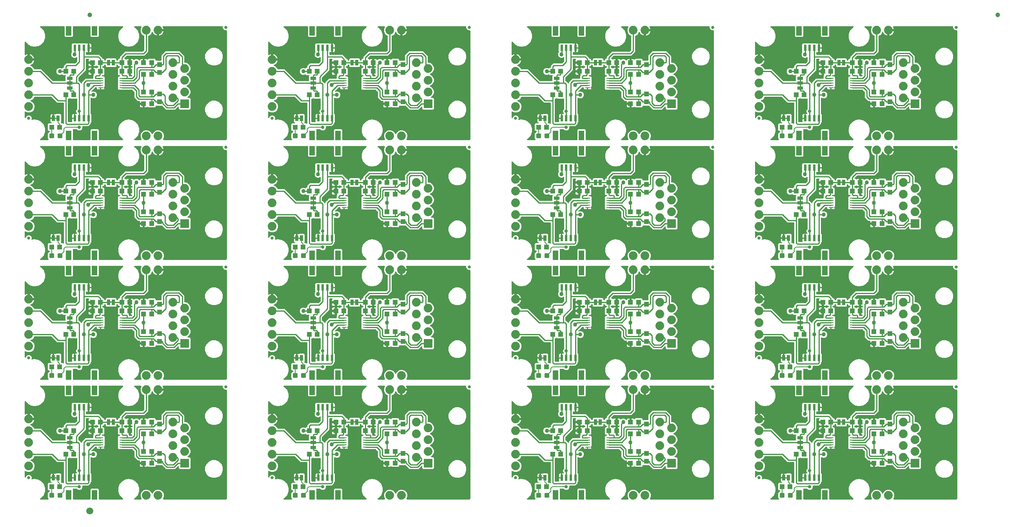
<source format=gtl>
G04 EAGLE Gerber RS-274X export*
G75*
%MOMM*%
%FSLAX34Y34*%
%LPD*%
%INTop Copper*%
%IPPOS*%
%AMOC8*
5,1,8,0,0,1.08239X$1,22.5*%
G01*
%ADD10R,1.200000X2.000000*%
%ADD11R,0.600000X1.350000*%
%ADD12R,1.100000X0.250000*%
%ADD13R,1.100000X1.000000*%
%ADD14R,1.000000X1.100000*%
%ADD15R,0.660400X1.270000*%
%ADD16C,1.879600*%
%ADD17R,1.879600X1.879600*%
%ADD18R,1.270000X0.660400*%
%ADD19C,0.635000*%
%ADD20C,0.300000*%
%ADD21C,1.000000*%
%ADD22C,1.500000*%
%ADD23C,0.863600*%
%ADD24C,0.254000*%
%ADD25C,0.203200*%
%ADD26C,0.736600*%

G36*
X1196360Y263160D02*
X1196360Y263160D01*
X1196479Y263167D01*
X1196517Y263180D01*
X1196558Y263185D01*
X1196668Y263228D01*
X1196781Y263265D01*
X1196816Y263287D01*
X1196853Y263302D01*
X1196949Y263371D01*
X1197050Y263435D01*
X1197078Y263465D01*
X1197111Y263488D01*
X1197187Y263580D01*
X1197268Y263667D01*
X1197288Y263702D01*
X1197313Y263733D01*
X1197364Y263841D01*
X1197422Y263945D01*
X1197432Y263985D01*
X1197449Y264021D01*
X1197471Y264138D01*
X1197501Y264253D01*
X1197505Y264313D01*
X1197509Y264333D01*
X1197507Y264354D01*
X1197511Y264414D01*
X1197511Y284393D01*
X1199297Y286179D01*
X1213823Y286179D01*
X1215609Y284393D01*
X1215609Y264414D01*
X1215624Y264296D01*
X1215631Y264177D01*
X1215644Y264139D01*
X1215649Y264098D01*
X1215692Y263988D01*
X1215729Y263875D01*
X1215751Y263840D01*
X1215766Y263803D01*
X1215835Y263707D01*
X1215899Y263606D01*
X1215929Y263578D01*
X1215952Y263545D01*
X1216044Y263469D01*
X1216131Y263388D01*
X1216166Y263368D01*
X1216197Y263343D01*
X1216305Y263292D01*
X1216409Y263234D01*
X1216449Y263224D01*
X1216485Y263207D01*
X1216602Y263185D01*
X1216717Y263155D01*
X1216777Y263151D01*
X1216797Y263147D01*
X1216818Y263149D01*
X1216878Y263145D01*
X1267163Y263145D01*
X1267308Y263163D01*
X1267453Y263178D01*
X1267466Y263183D01*
X1267479Y263185D01*
X1267614Y263238D01*
X1267751Y263289D01*
X1267762Y263297D01*
X1267775Y263302D01*
X1267892Y263387D01*
X1268012Y263470D01*
X1268021Y263481D01*
X1268032Y263488D01*
X1268125Y263600D01*
X1268220Y263711D01*
X1268226Y263723D01*
X1268235Y263733D01*
X1268297Y263865D01*
X1268362Y263996D01*
X1268365Y264009D01*
X1268370Y264021D01*
X1268398Y264163D01*
X1268428Y264307D01*
X1268428Y264320D01*
X1268430Y264333D01*
X1268421Y264478D01*
X1268415Y264624D01*
X1268411Y264638D01*
X1268410Y264651D01*
X1268366Y264789D01*
X1268323Y264929D01*
X1268316Y264941D01*
X1268312Y264953D01*
X1268235Y265076D01*
X1268159Y265201D01*
X1268149Y265211D01*
X1268142Y265222D01*
X1268036Y265322D01*
X1267932Y265424D01*
X1267917Y265434D01*
X1267911Y265440D01*
X1267896Y265448D01*
X1267798Y265513D01*
X1265405Y266895D01*
X1260280Y273002D01*
X1257553Y280494D01*
X1257553Y288466D01*
X1260280Y295958D01*
X1265405Y302065D01*
X1272309Y306051D01*
X1280160Y307435D01*
X1288011Y306051D01*
X1294915Y302065D01*
X1300040Y295958D01*
X1302767Y288466D01*
X1302767Y280494D01*
X1300040Y273002D01*
X1294916Y266895D01*
X1292522Y265513D01*
X1292406Y265425D01*
X1292288Y265340D01*
X1292279Y265329D01*
X1292269Y265321D01*
X1292178Y265207D01*
X1292085Y265095D01*
X1292079Y265082D01*
X1292071Y265072D01*
X1292011Y264938D01*
X1291950Y264807D01*
X1291947Y264794D01*
X1291942Y264781D01*
X1291917Y264637D01*
X1291890Y264494D01*
X1291891Y264481D01*
X1291888Y264468D01*
X1291901Y264322D01*
X1291910Y264177D01*
X1291914Y264164D01*
X1291915Y264151D01*
X1291963Y264013D01*
X1292008Y263875D01*
X1292015Y263863D01*
X1292019Y263850D01*
X1292100Y263729D01*
X1292178Y263606D01*
X1292188Y263597D01*
X1292195Y263585D01*
X1292303Y263488D01*
X1292409Y263388D01*
X1292421Y263381D01*
X1292431Y263372D01*
X1292561Y263305D01*
X1292688Y263234D01*
X1292701Y263231D01*
X1292713Y263225D01*
X1292855Y263191D01*
X1292996Y263155D01*
X1293014Y263154D01*
X1293023Y263152D01*
X1293040Y263152D01*
X1293157Y263145D01*
X1306465Y263145D01*
X1306514Y263151D01*
X1306564Y263149D01*
X1306671Y263171D01*
X1306781Y263185D01*
X1306827Y263203D01*
X1306875Y263213D01*
X1306974Y263261D01*
X1307076Y263302D01*
X1307116Y263331D01*
X1307161Y263353D01*
X1307245Y263424D01*
X1307334Y263488D01*
X1307365Y263527D01*
X1307403Y263559D01*
X1307466Y263649D01*
X1307536Y263733D01*
X1307558Y263778D01*
X1307586Y263819D01*
X1307625Y263922D01*
X1307672Y264021D01*
X1307681Y264070D01*
X1307699Y264116D01*
X1307711Y264226D01*
X1307732Y264333D01*
X1307729Y264383D01*
X1307734Y264432D01*
X1307719Y264541D01*
X1307712Y264651D01*
X1307697Y264698D01*
X1307690Y264747D01*
X1307638Y264900D01*
X1305813Y269304D01*
X1305813Y274256D01*
X1307708Y278830D01*
X1311210Y282332D01*
X1315784Y284227D01*
X1320736Y284227D01*
X1325310Y282332D01*
X1328812Y278830D01*
X1329787Y276475D01*
X1329856Y276355D01*
X1329921Y276232D01*
X1329935Y276217D01*
X1329945Y276199D01*
X1330042Y276099D01*
X1330135Y275996D01*
X1330152Y275985D01*
X1330166Y275971D01*
X1330284Y275898D01*
X1330401Y275822D01*
X1330420Y275815D01*
X1330437Y275804D01*
X1330570Y275764D01*
X1330702Y275718D01*
X1330722Y275717D01*
X1330741Y275711D01*
X1330880Y275704D01*
X1331019Y275693D01*
X1331039Y275697D01*
X1331059Y275696D01*
X1331195Y275724D01*
X1331332Y275748D01*
X1331351Y275756D01*
X1331370Y275760D01*
X1331495Y275821D01*
X1331622Y275878D01*
X1331638Y275891D01*
X1331656Y275900D01*
X1331762Y275990D01*
X1331870Y276077D01*
X1331883Y276093D01*
X1331898Y276106D01*
X1331978Y276220D01*
X1332062Y276331D01*
X1332074Y276356D01*
X1332081Y276366D01*
X1332088Y276385D01*
X1332133Y276475D01*
X1333108Y278830D01*
X1336610Y282332D01*
X1341184Y284227D01*
X1346136Y284227D01*
X1350710Y282332D01*
X1354212Y278830D01*
X1356107Y274256D01*
X1356107Y269304D01*
X1354282Y264900D01*
X1354269Y264852D01*
X1354248Y264807D01*
X1354227Y264699D01*
X1354198Y264593D01*
X1354198Y264543D01*
X1354188Y264494D01*
X1354195Y264385D01*
X1354193Y264275D01*
X1354205Y264227D01*
X1354208Y264177D01*
X1354242Y264073D01*
X1354267Y263966D01*
X1354291Y263922D01*
X1354306Y263875D01*
X1354365Y263782D01*
X1354416Y263685D01*
X1354450Y263648D01*
X1354476Y263606D01*
X1354556Y263531D01*
X1354630Y263449D01*
X1354672Y263422D01*
X1354708Y263388D01*
X1354804Y263335D01*
X1354896Y263275D01*
X1354943Y263258D01*
X1354986Y263234D01*
X1355093Y263207D01*
X1355197Y263171D01*
X1355246Y263167D01*
X1355294Y263155D01*
X1355455Y263145D01*
X1490726Y263145D01*
X1490844Y263160D01*
X1490963Y263167D01*
X1491001Y263180D01*
X1491042Y263185D01*
X1491152Y263228D01*
X1491265Y263265D01*
X1491300Y263287D01*
X1491337Y263302D01*
X1491433Y263371D01*
X1491534Y263435D01*
X1491562Y263465D01*
X1491595Y263488D01*
X1491671Y263580D01*
X1491752Y263667D01*
X1491772Y263702D01*
X1491797Y263733D01*
X1491848Y263841D01*
X1491906Y263945D01*
X1491916Y263985D01*
X1491933Y264021D01*
X1491955Y264138D01*
X1491985Y264253D01*
X1491989Y264313D01*
X1491993Y264333D01*
X1491991Y264354D01*
X1491995Y264414D01*
X1491995Y499237D01*
X1491980Y499355D01*
X1491973Y499474D01*
X1491960Y499512D01*
X1491955Y499553D01*
X1491912Y499663D01*
X1491875Y499776D01*
X1491853Y499811D01*
X1491838Y499848D01*
X1491769Y499944D01*
X1491705Y500045D01*
X1491675Y500073D01*
X1491652Y500106D01*
X1491560Y500182D01*
X1491473Y500263D01*
X1491438Y500283D01*
X1491407Y500308D01*
X1491299Y500359D01*
X1491195Y500417D01*
X1491155Y500427D01*
X1491119Y500444D01*
X1491002Y500466D01*
X1490887Y500496D01*
X1490827Y500500D01*
X1490807Y500504D01*
X1490786Y500502D01*
X1490726Y500506D01*
X1488472Y500506D01*
X1486185Y501454D01*
X1484434Y503205D01*
X1483486Y505492D01*
X1483486Y507746D01*
X1483471Y507864D01*
X1483464Y507983D01*
X1483451Y508021D01*
X1483446Y508062D01*
X1483403Y508172D01*
X1483366Y508285D01*
X1483344Y508320D01*
X1483329Y508357D01*
X1483260Y508453D01*
X1483196Y508554D01*
X1483166Y508582D01*
X1483143Y508615D01*
X1483051Y508691D01*
X1482964Y508772D01*
X1482929Y508792D01*
X1482898Y508817D01*
X1482790Y508868D01*
X1482686Y508926D01*
X1482646Y508936D01*
X1482610Y508953D01*
X1482493Y508975D01*
X1482378Y509005D01*
X1482318Y509009D01*
X1482298Y509013D01*
X1482277Y509011D01*
X1482217Y509015D01*
X1354634Y509015D01*
X1354595Y509010D01*
X1354555Y509013D01*
X1354437Y508990D01*
X1354319Y508975D01*
X1354282Y508961D01*
X1354243Y508953D01*
X1354134Y508902D01*
X1354023Y508858D01*
X1353991Y508835D01*
X1353955Y508818D01*
X1353863Y508742D01*
X1353766Y508672D01*
X1353740Y508641D01*
X1353710Y508616D01*
X1353639Y508519D01*
X1353563Y508427D01*
X1353546Y508391D01*
X1353522Y508358D01*
X1353478Y508247D01*
X1353427Y508139D01*
X1353420Y508100D01*
X1353405Y508063D01*
X1353390Y507944D01*
X1353368Y507827D01*
X1353370Y507787D01*
X1353365Y507747D01*
X1353380Y507628D01*
X1353387Y507509D01*
X1353400Y507471D01*
X1353405Y507432D01*
X1353448Y507320D01*
X1353485Y507207D01*
X1353507Y507173D01*
X1353521Y507136D01*
X1353607Y507000D01*
X1353871Y506637D01*
X1354724Y504963D01*
X1355305Y503176D01*
X1355345Y502919D01*
X1344930Y502919D01*
X1344812Y502904D01*
X1344693Y502897D01*
X1344655Y502884D01*
X1344615Y502879D01*
X1344504Y502836D01*
X1344391Y502799D01*
X1344357Y502777D01*
X1344319Y502762D01*
X1344223Y502692D01*
X1344122Y502629D01*
X1344094Y502599D01*
X1344062Y502575D01*
X1343986Y502484D01*
X1343904Y502397D01*
X1343885Y502362D01*
X1343859Y502331D01*
X1343808Y502223D01*
X1343751Y502119D01*
X1343740Y502079D01*
X1343723Y502043D01*
X1343701Y501926D01*
X1343671Y501811D01*
X1343667Y501750D01*
X1343663Y501730D01*
X1343665Y501710D01*
X1343661Y501650D01*
X1343661Y500379D01*
X1342390Y500379D01*
X1342272Y500364D01*
X1342153Y500357D01*
X1342115Y500344D01*
X1342074Y500339D01*
X1341964Y500295D01*
X1341851Y500259D01*
X1341816Y500237D01*
X1341779Y500222D01*
X1341683Y500152D01*
X1341582Y500089D01*
X1341554Y500059D01*
X1341521Y500035D01*
X1341446Y499944D01*
X1341364Y499857D01*
X1341344Y499822D01*
X1341319Y499790D01*
X1341268Y499683D01*
X1341210Y499578D01*
X1341200Y499539D01*
X1341183Y499503D01*
X1341161Y499386D01*
X1341131Y499271D01*
X1341127Y499210D01*
X1341123Y499190D01*
X1341125Y499170D01*
X1341121Y499110D01*
X1341121Y488695D01*
X1340864Y488735D01*
X1339077Y489316D01*
X1337403Y490169D01*
X1335882Y491274D01*
X1334554Y492602D01*
X1333449Y494123D01*
X1332596Y495797D01*
X1332445Y496262D01*
X1332432Y496289D01*
X1332425Y496318D01*
X1332365Y496432D01*
X1332310Y496550D01*
X1332291Y496573D01*
X1332277Y496599D01*
X1332190Y496695D01*
X1332107Y496795D01*
X1332083Y496812D01*
X1332063Y496834D01*
X1331954Y496906D01*
X1331850Y496982D01*
X1331822Y496993D01*
X1331797Y497009D01*
X1331674Y497051D01*
X1331554Y497099D01*
X1331524Y497103D01*
X1331496Y497112D01*
X1331367Y497123D01*
X1331239Y497139D01*
X1331209Y497135D01*
X1331179Y497138D01*
X1331051Y497115D01*
X1330923Y497099D01*
X1330895Y497088D01*
X1330866Y497083D01*
X1330748Y497030D01*
X1330627Y496982D01*
X1330603Y496965D01*
X1330576Y496953D01*
X1330475Y496872D01*
X1330370Y496796D01*
X1330351Y496773D01*
X1330327Y496754D01*
X1330249Y496650D01*
X1330167Y496551D01*
X1330154Y496524D01*
X1330136Y496500D01*
X1330065Y496355D01*
X1328812Y493330D01*
X1325310Y489828D01*
X1323362Y489021D01*
X1323337Y489007D01*
X1323309Y488997D01*
X1323199Y488928D01*
X1323086Y488864D01*
X1323065Y488843D01*
X1323040Y488827D01*
X1322951Y488733D01*
X1322858Y488642D01*
X1322842Y488617D01*
X1322822Y488596D01*
X1322759Y488482D01*
X1322691Y488371D01*
X1322683Y488343D01*
X1322668Y488317D01*
X1322636Y488191D01*
X1322598Y488067D01*
X1322596Y488038D01*
X1322589Y488009D01*
X1322579Y487849D01*
X1322579Y454141D01*
X1313699Y445261D01*
X1276125Y445261D01*
X1276026Y445249D01*
X1275927Y445246D01*
X1275869Y445229D01*
X1275809Y445221D01*
X1275717Y445185D01*
X1275622Y445157D01*
X1275570Y445127D01*
X1275513Y445104D01*
X1275433Y445046D01*
X1275348Y444996D01*
X1275273Y444930D01*
X1275256Y444918D01*
X1275248Y444908D01*
X1275227Y444890D01*
X1271083Y440745D01*
X1270998Y440636D01*
X1270909Y440529D01*
X1270901Y440510D01*
X1270888Y440494D01*
X1270833Y440366D01*
X1270774Y440241D01*
X1270770Y440221D01*
X1270762Y440202D01*
X1270740Y440064D01*
X1270714Y439928D01*
X1270715Y439908D01*
X1270712Y439888D01*
X1270725Y439749D01*
X1270734Y439611D01*
X1270740Y439592D01*
X1270742Y439572D01*
X1270789Y439440D01*
X1270832Y439309D01*
X1270842Y439291D01*
X1270849Y439272D01*
X1270927Y439157D01*
X1271002Y439040D01*
X1271017Y439026D01*
X1271028Y439009D01*
X1271132Y438917D01*
X1271233Y438822D01*
X1271251Y438812D01*
X1271266Y438799D01*
X1271390Y438735D01*
X1271512Y438668D01*
X1271532Y438663D01*
X1271550Y438654D01*
X1271685Y438624D01*
X1271820Y438589D01*
X1271848Y438587D01*
X1271860Y438584D01*
X1271880Y438585D01*
X1271981Y438579D01*
X1272073Y438579D01*
X1273272Y437380D01*
X1273359Y437312D01*
X1273398Y437275D01*
X1273407Y437270D01*
X1273455Y437228D01*
X1273491Y437210D01*
X1273523Y437185D01*
X1273632Y437138D01*
X1273738Y437083D01*
X1273778Y437075D01*
X1273815Y437059D01*
X1273933Y437040D01*
X1274049Y437014D01*
X1274089Y437015D01*
X1274129Y437009D01*
X1274248Y437020D01*
X1274366Y437023D01*
X1274405Y437035D01*
X1274446Y437039D01*
X1274558Y437079D01*
X1274672Y437112D01*
X1274707Y437132D01*
X1274745Y437146D01*
X1274843Y437213D01*
X1274946Y437273D01*
X1274991Y437313D01*
X1275008Y437325D01*
X1275021Y437340D01*
X1275067Y437380D01*
X1275250Y437563D01*
X1275829Y437898D01*
X1276476Y438071D01*
X1279811Y438071D01*
X1279811Y431760D01*
X1279826Y431642D01*
X1279833Y431523D01*
X1279845Y431485D01*
X1279851Y431445D01*
X1279894Y431334D01*
X1279931Y431221D01*
X1279953Y431187D01*
X1279968Y431149D01*
X1280037Y431053D01*
X1280101Y430952D01*
X1280131Y430924D01*
X1280154Y430892D01*
X1280246Y430816D01*
X1280333Y430734D01*
X1280368Y430715D01*
X1280399Y430689D01*
X1280507Y430638D01*
X1280611Y430581D01*
X1280651Y430571D01*
X1280687Y430553D01*
X1280794Y430533D01*
X1280764Y430529D01*
X1280654Y430485D01*
X1280541Y430449D01*
X1280506Y430427D01*
X1280469Y430412D01*
X1280372Y430342D01*
X1280272Y430279D01*
X1280244Y430249D01*
X1280211Y430225D01*
X1280135Y430134D01*
X1280054Y430047D01*
X1280034Y430012D01*
X1280009Y429980D01*
X1279958Y429873D01*
X1279900Y429768D01*
X1279890Y429729D01*
X1279873Y429693D01*
X1279851Y429576D01*
X1279821Y429460D01*
X1279817Y429400D01*
X1279813Y429380D01*
X1279815Y429360D01*
X1279811Y429300D01*
X1279811Y422989D01*
X1276476Y422989D01*
X1275829Y423162D01*
X1275250Y423497D01*
X1275067Y423680D01*
X1274973Y423753D01*
X1274883Y423832D01*
X1274847Y423850D01*
X1274815Y423875D01*
X1274706Y423922D01*
X1274600Y423977D01*
X1274561Y423985D01*
X1274524Y424001D01*
X1274406Y424020D01*
X1274290Y424046D01*
X1274249Y424045D01*
X1274209Y424051D01*
X1274091Y424040D01*
X1273972Y424037D01*
X1273933Y424025D01*
X1273893Y424021D01*
X1273781Y423981D01*
X1273666Y423948D01*
X1273632Y423928D01*
X1273594Y423914D01*
X1273495Y423847D01*
X1273393Y423787D01*
X1273347Y423747D01*
X1273330Y423735D01*
X1273317Y423720D01*
X1273272Y423680D01*
X1272073Y422481D01*
X1270898Y422481D01*
X1270780Y422466D01*
X1270661Y422459D01*
X1270623Y422446D01*
X1270582Y422441D01*
X1270472Y422398D01*
X1270359Y422361D01*
X1270324Y422339D01*
X1270287Y422324D01*
X1270191Y422255D01*
X1270090Y422191D01*
X1270062Y422161D01*
X1270029Y422138D01*
X1269953Y422046D01*
X1269872Y421959D01*
X1269852Y421924D01*
X1269827Y421893D01*
X1269776Y421785D01*
X1269718Y421681D01*
X1269708Y421641D01*
X1269691Y421605D01*
X1269669Y421488D01*
X1269639Y421373D01*
X1269635Y421313D01*
X1269631Y421293D01*
X1269633Y421272D01*
X1269629Y421212D01*
X1269629Y420798D01*
X1269644Y420680D01*
X1269651Y420561D01*
X1269664Y420523D01*
X1269669Y420482D01*
X1269712Y420372D01*
X1269749Y420259D01*
X1269771Y420224D01*
X1269786Y420187D01*
X1269855Y420091D01*
X1269919Y419990D01*
X1269949Y419962D01*
X1269972Y419929D01*
X1270064Y419853D01*
X1270151Y419772D01*
X1270186Y419752D01*
X1270217Y419727D01*
X1270325Y419676D01*
X1270429Y419618D01*
X1270469Y419608D01*
X1270505Y419591D01*
X1270622Y419569D01*
X1270737Y419539D01*
X1270797Y419535D01*
X1270817Y419531D01*
X1270838Y419533D01*
X1270898Y419529D01*
X1272073Y419529D01*
X1273272Y418330D01*
X1273363Y418259D01*
X1273387Y418236D01*
X1273392Y418234D01*
X1273455Y418178D01*
X1273491Y418160D01*
X1273523Y418135D01*
X1273632Y418088D01*
X1273738Y418033D01*
X1273778Y418025D01*
X1273815Y418009D01*
X1273933Y417990D01*
X1274049Y417964D01*
X1274089Y417965D01*
X1274129Y417959D01*
X1274248Y417970D01*
X1274366Y417973D01*
X1274405Y417985D01*
X1274446Y417989D01*
X1274558Y418029D01*
X1274672Y418062D01*
X1274707Y418082D01*
X1274745Y418096D01*
X1274843Y418163D01*
X1274946Y418223D01*
X1274991Y418263D01*
X1275008Y418275D01*
X1275021Y418290D01*
X1275067Y418330D01*
X1275250Y418513D01*
X1275829Y418848D01*
X1276476Y419021D01*
X1279811Y419021D01*
X1279811Y412710D01*
X1279826Y412592D01*
X1279833Y412473D01*
X1279845Y412435D01*
X1279851Y412395D01*
X1279894Y412284D01*
X1279931Y412171D01*
X1279953Y412137D01*
X1279968Y412099D01*
X1280037Y412003D01*
X1280101Y411902D01*
X1280131Y411874D01*
X1280154Y411842D01*
X1280246Y411766D01*
X1280333Y411684D01*
X1280368Y411665D01*
X1280399Y411639D01*
X1280507Y411588D01*
X1280611Y411531D01*
X1280651Y411521D01*
X1280687Y411503D01*
X1280794Y411483D01*
X1280764Y411479D01*
X1280654Y411435D01*
X1280541Y411399D01*
X1280506Y411377D01*
X1280469Y411362D01*
X1280372Y411292D01*
X1280272Y411229D01*
X1280244Y411199D01*
X1280211Y411175D01*
X1280135Y411084D01*
X1280054Y410997D01*
X1280034Y410962D01*
X1280009Y410930D01*
X1279958Y410823D01*
X1279900Y410718D01*
X1279890Y410679D01*
X1279873Y410643D01*
X1279851Y410526D01*
X1279821Y410410D01*
X1279817Y410350D01*
X1279813Y410330D01*
X1279815Y410310D01*
X1279811Y410250D01*
X1279811Y404493D01*
X1279823Y404394D01*
X1279826Y404295D01*
X1279843Y404237D01*
X1279851Y404177D01*
X1279887Y404085D01*
X1279915Y403990D01*
X1279945Y403938D01*
X1279968Y403881D01*
X1280026Y403801D01*
X1280076Y403716D01*
X1280142Y403641D01*
X1280154Y403624D01*
X1280164Y403616D01*
X1280182Y403595D01*
X1280669Y403109D01*
X1280669Y401843D01*
X1280684Y401725D01*
X1280691Y401606D01*
X1280704Y401568D01*
X1280709Y401527D01*
X1280752Y401417D01*
X1280789Y401304D01*
X1280811Y401269D01*
X1280826Y401232D01*
X1280895Y401136D01*
X1280959Y401035D01*
X1280989Y401007D01*
X1281012Y400974D01*
X1281104Y400898D01*
X1281191Y400817D01*
X1281226Y400797D01*
X1281257Y400772D01*
X1281365Y400721D01*
X1281469Y400663D01*
X1281509Y400653D01*
X1281545Y400636D01*
X1281662Y400614D01*
X1281777Y400584D01*
X1281837Y400580D01*
X1281857Y400576D01*
X1281878Y400578D01*
X1281938Y400574D01*
X1285480Y400574D01*
X1285579Y400586D01*
X1285678Y400589D01*
X1285736Y400606D01*
X1285796Y400614D01*
X1285888Y400650D01*
X1285983Y400678D01*
X1286035Y400708D01*
X1286092Y400731D01*
X1286172Y400789D01*
X1286257Y400839D01*
X1286332Y400905D01*
X1286349Y400917D01*
X1286357Y400927D01*
X1286378Y400945D01*
X1287205Y401773D01*
X1287290Y401882D01*
X1287379Y401989D01*
X1287387Y402008D01*
X1287400Y402024D01*
X1287455Y402152D01*
X1287514Y402277D01*
X1287518Y402297D01*
X1287526Y402316D01*
X1287548Y402453D01*
X1287574Y402590D01*
X1287573Y402610D01*
X1287576Y402630D01*
X1287563Y402769D01*
X1287554Y402907D01*
X1287548Y402926D01*
X1287546Y402946D01*
X1287499Y403077D01*
X1287456Y403209D01*
X1287445Y403227D01*
X1287439Y403246D01*
X1287361Y403360D01*
X1287286Y403478D01*
X1287271Y403492D01*
X1287260Y403509D01*
X1287156Y403601D01*
X1287055Y403696D01*
X1287037Y403706D01*
X1287022Y403719D01*
X1286898Y403782D01*
X1286776Y403850D01*
X1286756Y403855D01*
X1286738Y403864D01*
X1286602Y403894D01*
X1286468Y403929D01*
X1286440Y403931D01*
X1286428Y403934D01*
X1286408Y403933D01*
X1286307Y403939D01*
X1284809Y403939D01*
X1284809Y410250D01*
X1284794Y410368D01*
X1284787Y410487D01*
X1284774Y410525D01*
X1284769Y410565D01*
X1284726Y410676D01*
X1284689Y410789D01*
X1284667Y410823D01*
X1284652Y410861D01*
X1284583Y410957D01*
X1284519Y411058D01*
X1284489Y411086D01*
X1284466Y411118D01*
X1284374Y411194D01*
X1284287Y411276D01*
X1284252Y411295D01*
X1284221Y411321D01*
X1284113Y411372D01*
X1284009Y411429D01*
X1283969Y411439D01*
X1283933Y411457D01*
X1283826Y411477D01*
X1283856Y411481D01*
X1283966Y411525D01*
X1284079Y411561D01*
X1284114Y411583D01*
X1284151Y411598D01*
X1284247Y411668D01*
X1284348Y411731D01*
X1284376Y411761D01*
X1284409Y411785D01*
X1284485Y411876D01*
X1284566Y411963D01*
X1284586Y411998D01*
X1284611Y412030D01*
X1284662Y412137D01*
X1284720Y412242D01*
X1284730Y412281D01*
X1284747Y412317D01*
X1284769Y412434D01*
X1284799Y412550D01*
X1284803Y412610D01*
X1284807Y412630D01*
X1284805Y412650D01*
X1284809Y412710D01*
X1284809Y419021D01*
X1287272Y419021D01*
X1287390Y419036D01*
X1287509Y419043D01*
X1287547Y419056D01*
X1287588Y419061D01*
X1287698Y419104D01*
X1287811Y419141D01*
X1287846Y419163D01*
X1287883Y419178D01*
X1287979Y419247D01*
X1288080Y419311D01*
X1288108Y419341D01*
X1288141Y419364D01*
X1288217Y419456D01*
X1288298Y419543D01*
X1288318Y419578D01*
X1288343Y419609D01*
X1288394Y419717D01*
X1288452Y419821D01*
X1288462Y419861D01*
X1288479Y419897D01*
X1288501Y420014D01*
X1288531Y420129D01*
X1288535Y420189D01*
X1288539Y420209D01*
X1288537Y420230D01*
X1288541Y420290D01*
X1288541Y421720D01*
X1288526Y421838D01*
X1288519Y421957D01*
X1288506Y421995D01*
X1288501Y422036D01*
X1288458Y422146D01*
X1288421Y422259D01*
X1288399Y422294D01*
X1288384Y422331D01*
X1288315Y422427D01*
X1288251Y422528D01*
X1288221Y422556D01*
X1288198Y422589D01*
X1288106Y422665D01*
X1288019Y422746D01*
X1287984Y422766D01*
X1287953Y422791D01*
X1287845Y422842D01*
X1287741Y422900D01*
X1287701Y422910D01*
X1287665Y422927D01*
X1287548Y422949D01*
X1287433Y422979D01*
X1287373Y422983D01*
X1287353Y422987D01*
X1287332Y422985D01*
X1287272Y422989D01*
X1284809Y422989D01*
X1284809Y429300D01*
X1284794Y429418D01*
X1284787Y429537D01*
X1284774Y429575D01*
X1284769Y429615D01*
X1284726Y429726D01*
X1284689Y429839D01*
X1284667Y429873D01*
X1284652Y429911D01*
X1284583Y430007D01*
X1284519Y430108D01*
X1284489Y430136D01*
X1284466Y430168D01*
X1284374Y430244D01*
X1284287Y430326D01*
X1284252Y430345D01*
X1284221Y430371D01*
X1284113Y430422D01*
X1284009Y430479D01*
X1283969Y430489D01*
X1283933Y430507D01*
X1283826Y430527D01*
X1283856Y430531D01*
X1283966Y430575D01*
X1284079Y430611D01*
X1284114Y430633D01*
X1284151Y430648D01*
X1284247Y430718D01*
X1284348Y430781D01*
X1284376Y430811D01*
X1284409Y430835D01*
X1284485Y430926D01*
X1284566Y431013D01*
X1284586Y431048D01*
X1284611Y431080D01*
X1284662Y431187D01*
X1284720Y431292D01*
X1284730Y431331D01*
X1284747Y431367D01*
X1284769Y431484D01*
X1284799Y431600D01*
X1284803Y431660D01*
X1284807Y431680D01*
X1284805Y431700D01*
X1284809Y431760D01*
X1284809Y438071D01*
X1288144Y438071D01*
X1288791Y437898D01*
X1289370Y437563D01*
X1289843Y437090D01*
X1290103Y436640D01*
X1290179Y436540D01*
X1290249Y436436D01*
X1290275Y436414D01*
X1290295Y436387D01*
X1290394Y436309D01*
X1290488Y436226D01*
X1290518Y436210D01*
X1290544Y436189D01*
X1290659Y436138D01*
X1290771Y436081D01*
X1290804Y436074D01*
X1290835Y436060D01*
X1290959Y436039D01*
X1291081Y436011D01*
X1291115Y436013D01*
X1291148Y436007D01*
X1291274Y436017D01*
X1291399Y436021D01*
X1291431Y436031D01*
X1291465Y436033D01*
X1291584Y436075D01*
X1291705Y436110D01*
X1291734Y436127D01*
X1291765Y436138D01*
X1291870Y436207D01*
X1291979Y436271D01*
X1292015Y436303D01*
X1292031Y436314D01*
X1292045Y436330D01*
X1292099Y436378D01*
X1292497Y436775D01*
X1295205Y437897D01*
X1298135Y437897D01*
X1300843Y436775D01*
X1302301Y435317D01*
X1302406Y435236D01*
X1302507Y435150D01*
X1302531Y435138D01*
X1302553Y435122D01*
X1302674Y435069D01*
X1302793Y435011D01*
X1302820Y435006D01*
X1302845Y434995D01*
X1302976Y434975D01*
X1303105Y434948D01*
X1303132Y434950D01*
X1303159Y434946D01*
X1303291Y434958D01*
X1303423Y434965D01*
X1303448Y434973D01*
X1303475Y434975D01*
X1303600Y435020D01*
X1303726Y435060D01*
X1303749Y435074D01*
X1303775Y435083D01*
X1303884Y435157D01*
X1303997Y435227D01*
X1304015Y435246D01*
X1304038Y435262D01*
X1304125Y435361D01*
X1304217Y435456D01*
X1304230Y435480D01*
X1304248Y435500D01*
X1304308Y435618D01*
X1304374Y435733D01*
X1304386Y435769D01*
X1304393Y435783D01*
X1304398Y435804D01*
X1304425Y435886D01*
X1304592Y436511D01*
X1304927Y437090D01*
X1305400Y437563D01*
X1305979Y437898D01*
X1306626Y438071D01*
X1309961Y438071D01*
X1309961Y431760D01*
X1309976Y431642D01*
X1309983Y431523D01*
X1309995Y431485D01*
X1310001Y431445D01*
X1310044Y431334D01*
X1310081Y431221D01*
X1310103Y431187D01*
X1310118Y431149D01*
X1310187Y431053D01*
X1310251Y430952D01*
X1310281Y430924D01*
X1310304Y430892D01*
X1310396Y430816D01*
X1310483Y430734D01*
X1310518Y430715D01*
X1310549Y430689D01*
X1310657Y430638D01*
X1310761Y430581D01*
X1310801Y430571D01*
X1310837Y430553D01*
X1310954Y430531D01*
X1311069Y430501D01*
X1311129Y430497D01*
X1311149Y430494D01*
X1311170Y430495D01*
X1311230Y430491D01*
X1313690Y430491D01*
X1313808Y430506D01*
X1313927Y430513D01*
X1313965Y430526D01*
X1314006Y430531D01*
X1314116Y430575D01*
X1314229Y430611D01*
X1314264Y430633D01*
X1314301Y430648D01*
X1314397Y430718D01*
X1314498Y430781D01*
X1314526Y430811D01*
X1314559Y430835D01*
X1314635Y430926D01*
X1314716Y431013D01*
X1314736Y431048D01*
X1314761Y431080D01*
X1314812Y431187D01*
X1314870Y431292D01*
X1314880Y431331D01*
X1314897Y431367D01*
X1314919Y431484D01*
X1314949Y431600D01*
X1314953Y431660D01*
X1314957Y431680D01*
X1314955Y431700D01*
X1314959Y431760D01*
X1314959Y438071D01*
X1318294Y438071D01*
X1318941Y437898D01*
X1319520Y437563D01*
X1319703Y437380D01*
X1319790Y437312D01*
X1319830Y437275D01*
X1319839Y437270D01*
X1319887Y437228D01*
X1319923Y437210D01*
X1319954Y437185D01*
X1320064Y437138D01*
X1320170Y437083D01*
X1320209Y437075D01*
X1320246Y437059D01*
X1320364Y437040D01*
X1320480Y437014D01*
X1320521Y437015D01*
X1320560Y437009D01*
X1320679Y437020D01*
X1320798Y437023D01*
X1320837Y437035D01*
X1320877Y437039D01*
X1320989Y437079D01*
X1321103Y437112D01*
X1321138Y437132D01*
X1321176Y437146D01*
X1321275Y437213D01*
X1321377Y437273D01*
X1321423Y437313D01*
X1321439Y437325D01*
X1321453Y437340D01*
X1321498Y437380D01*
X1322697Y438579D01*
X1336223Y438579D01*
X1338009Y436793D01*
X1338009Y435855D01*
X1338026Y435717D01*
X1338039Y435578D01*
X1338046Y435559D01*
X1338049Y435539D01*
X1338100Y435410D01*
X1338147Y435279D01*
X1338158Y435262D01*
X1338166Y435243D01*
X1338247Y435131D01*
X1338325Y435016D01*
X1338341Y435002D01*
X1338352Y434986D01*
X1338460Y434897D01*
X1338564Y434805D01*
X1338582Y434796D01*
X1338597Y434783D01*
X1338723Y434724D01*
X1338847Y434661D01*
X1338867Y434656D01*
X1338885Y434648D01*
X1339021Y434622D01*
X1339157Y434591D01*
X1339178Y434592D01*
X1339197Y434588D01*
X1339336Y434596D01*
X1339475Y434601D01*
X1339495Y434606D01*
X1339515Y434608D01*
X1339647Y434651D01*
X1339781Y434689D01*
X1339798Y434699D01*
X1339817Y434706D01*
X1339935Y434780D01*
X1340055Y434851D01*
X1340076Y434869D01*
X1340086Y434876D01*
X1340089Y434879D01*
X1349502Y434879D01*
X1349620Y434894D01*
X1349739Y434901D01*
X1349777Y434914D01*
X1349818Y434919D01*
X1349928Y434962D01*
X1350041Y434999D01*
X1350076Y435021D01*
X1350113Y435036D01*
X1350209Y435105D01*
X1350310Y435169D01*
X1350338Y435199D01*
X1350371Y435222D01*
X1350447Y435314D01*
X1350528Y435401D01*
X1350548Y435436D01*
X1350573Y435467D01*
X1350624Y435575D01*
X1350682Y435679D01*
X1350692Y435719D01*
X1350709Y435755D01*
X1350731Y435872D01*
X1350761Y435987D01*
X1350765Y436047D01*
X1350769Y436067D01*
X1350767Y436088D01*
X1350771Y436148D01*
X1350771Y446289D01*
X1359651Y455169D01*
X1389899Y455169D01*
X1400049Y445019D01*
X1400049Y431546D01*
X1400064Y431428D01*
X1400071Y431309D01*
X1400084Y431271D01*
X1400089Y431230D01*
X1400132Y431120D01*
X1400169Y431007D01*
X1400191Y430972D01*
X1400206Y430935D01*
X1400275Y430839D01*
X1400339Y430738D01*
X1400369Y430710D01*
X1400392Y430677D01*
X1400484Y430601D01*
X1400571Y430520D01*
X1400606Y430500D01*
X1400637Y430475D01*
X1400745Y430424D01*
X1400849Y430366D01*
X1400889Y430356D01*
X1400925Y430339D01*
X1401042Y430317D01*
X1401157Y430287D01*
X1401217Y430283D01*
X1401237Y430279D01*
X1401258Y430281D01*
X1401318Y430277D01*
X1403286Y430277D01*
X1407860Y428382D01*
X1411362Y424880D01*
X1413257Y420306D01*
X1413257Y415354D01*
X1411362Y410780D01*
X1407861Y407278D01*
X1405505Y406303D01*
X1405384Y406234D01*
X1405262Y406169D01*
X1405247Y406155D01*
X1405229Y406145D01*
X1405129Y406048D01*
X1405026Y405955D01*
X1405015Y405938D01*
X1405001Y405924D01*
X1404928Y405806D01*
X1404852Y405689D01*
X1404845Y405670D01*
X1404834Y405653D01*
X1404794Y405520D01*
X1404748Y405388D01*
X1404747Y405368D01*
X1404741Y405349D01*
X1404734Y405210D01*
X1404723Y405071D01*
X1404727Y405051D01*
X1404726Y405031D01*
X1404754Y404895D01*
X1404778Y404758D01*
X1404786Y404739D01*
X1404790Y404720D01*
X1404851Y404595D01*
X1404908Y404468D01*
X1404921Y404452D01*
X1404930Y404434D01*
X1405020Y404328D01*
X1405107Y404220D01*
X1405123Y404207D01*
X1405136Y404192D01*
X1405250Y404112D01*
X1405361Y404028D01*
X1405386Y404016D01*
X1405396Y404009D01*
X1405415Y404002D01*
X1405505Y403957D01*
X1407860Y402982D01*
X1411362Y399480D01*
X1413257Y394906D01*
X1413257Y389954D01*
X1411362Y385380D01*
X1407861Y381878D01*
X1405505Y380903D01*
X1405384Y380834D01*
X1405262Y380769D01*
X1405247Y380755D01*
X1405229Y380745D01*
X1405129Y380648D01*
X1405026Y380555D01*
X1405015Y380538D01*
X1405001Y380524D01*
X1404928Y380406D01*
X1404852Y380289D01*
X1404845Y380270D01*
X1404834Y380253D01*
X1404794Y380120D01*
X1404748Y379988D01*
X1404747Y379968D01*
X1404741Y379949D01*
X1404734Y379810D01*
X1404723Y379671D01*
X1404727Y379651D01*
X1404726Y379631D01*
X1404754Y379495D01*
X1404778Y379358D01*
X1404786Y379339D01*
X1404790Y379320D01*
X1404851Y379195D01*
X1404908Y379068D01*
X1404921Y379052D01*
X1404930Y379034D01*
X1405020Y378928D01*
X1405107Y378820D01*
X1405123Y378807D01*
X1405136Y378792D01*
X1405250Y378712D01*
X1405361Y378628D01*
X1405386Y378616D01*
X1405396Y378609D01*
X1405415Y378602D01*
X1405505Y378557D01*
X1407860Y377582D01*
X1411362Y374080D01*
X1413257Y369506D01*
X1413257Y364554D01*
X1411362Y359980D01*
X1407846Y356464D01*
X1407833Y356458D01*
X1407760Y356406D01*
X1407682Y356361D01*
X1407632Y356313D01*
X1407575Y356272D01*
X1407518Y356202D01*
X1407454Y356140D01*
X1407417Y356080D01*
X1407372Y356027D01*
X1407334Y355945D01*
X1407287Y355869D01*
X1407267Y355802D01*
X1407237Y355739D01*
X1407220Y355651D01*
X1407194Y355565D01*
X1407190Y355495D01*
X1407177Y355426D01*
X1407183Y355337D01*
X1407178Y355247D01*
X1407193Y355179D01*
X1407197Y355109D01*
X1407225Y355024D01*
X1407243Y354936D01*
X1407273Y354873D01*
X1407295Y354807D01*
X1407343Y354731D01*
X1407382Y354650D01*
X1407428Y354597D01*
X1407465Y354538D01*
X1407530Y354476D01*
X1407589Y354408D01*
X1407646Y354368D01*
X1407697Y354320D01*
X1407775Y354277D01*
X1407849Y354225D01*
X1407914Y354200D01*
X1407975Y354166D01*
X1408062Y354144D01*
X1408146Y354112D01*
X1408216Y354104D01*
X1408283Y354087D01*
X1408444Y354077D01*
X1411471Y354077D01*
X1413257Y352291D01*
X1413257Y330969D01*
X1411471Y329183D01*
X1390149Y329183D01*
X1388363Y330969D01*
X1388363Y333981D01*
X1388346Y334119D01*
X1388333Y334258D01*
X1388326Y334277D01*
X1388323Y334297D01*
X1388272Y334426D01*
X1388225Y334557D01*
X1388214Y334574D01*
X1388206Y334593D01*
X1388125Y334705D01*
X1388047Y334820D01*
X1388031Y334834D01*
X1388020Y334850D01*
X1387912Y334939D01*
X1387808Y335031D01*
X1387790Y335040D01*
X1387775Y335053D01*
X1387649Y335112D01*
X1387525Y335175D01*
X1387505Y335180D01*
X1387487Y335188D01*
X1387351Y335214D01*
X1387215Y335245D01*
X1387194Y335244D01*
X1387175Y335248D01*
X1387036Y335239D01*
X1386897Y335235D01*
X1386877Y335230D01*
X1386857Y335228D01*
X1386725Y335186D01*
X1386591Y335147D01*
X1386574Y335137D01*
X1386555Y335130D01*
X1386437Y335056D01*
X1386317Y334985D01*
X1386296Y334967D01*
X1386286Y334960D01*
X1386272Y334945D01*
X1386197Y334879D01*
X1382640Y331323D01*
X1379739Y328421D01*
X1360921Y328421D01*
X1352433Y336910D01*
X1352355Y336970D01*
X1352282Y337038D01*
X1352229Y337067D01*
X1352182Y337104D01*
X1352091Y337144D01*
X1352004Y337192D01*
X1351945Y337207D01*
X1351890Y337231D01*
X1351792Y337246D01*
X1351696Y337271D01*
X1351596Y337277D01*
X1351576Y337281D01*
X1351563Y337279D01*
X1351535Y337281D01*
X1340075Y337281D01*
X1340066Y337288D01*
X1339959Y337377D01*
X1339940Y337385D01*
X1339924Y337398D01*
X1339796Y337453D01*
X1339671Y337512D01*
X1339651Y337516D01*
X1339632Y337524D01*
X1339495Y337546D01*
X1339358Y337572D01*
X1339338Y337571D01*
X1339318Y337574D01*
X1339180Y337561D01*
X1339041Y337552D01*
X1339022Y337546D01*
X1339002Y337544D01*
X1338871Y337497D01*
X1338739Y337454D01*
X1338721Y337444D01*
X1338702Y337437D01*
X1338587Y337359D01*
X1338470Y337284D01*
X1338456Y337269D01*
X1338439Y337258D01*
X1338347Y337154D01*
X1338252Y337053D01*
X1338242Y337035D01*
X1338229Y337020D01*
X1338165Y336896D01*
X1338098Y336774D01*
X1338093Y336755D01*
X1338084Y336737D01*
X1338054Y336601D01*
X1338019Y336466D01*
X1338017Y336438D01*
X1338014Y336426D01*
X1338015Y336406D01*
X1338009Y336305D01*
X1338009Y335367D01*
X1336223Y333581D01*
X1322697Y333581D01*
X1321498Y334780D01*
X1321404Y334853D01*
X1321315Y334932D01*
X1321279Y334950D01*
X1321247Y334975D01*
X1321138Y335022D01*
X1321032Y335077D01*
X1320992Y335085D01*
X1320955Y335101D01*
X1320837Y335120D01*
X1320721Y335146D01*
X1320681Y335145D01*
X1320641Y335151D01*
X1320522Y335140D01*
X1320404Y335137D01*
X1320365Y335125D01*
X1320324Y335121D01*
X1320212Y335081D01*
X1320098Y335048D01*
X1320063Y335028D01*
X1320025Y335014D01*
X1319927Y334947D01*
X1319824Y334887D01*
X1319779Y334847D01*
X1319762Y334835D01*
X1319749Y334820D01*
X1319703Y334780D01*
X1319520Y334597D01*
X1318941Y334262D01*
X1318294Y334089D01*
X1314959Y334089D01*
X1314959Y340400D01*
X1314944Y340518D01*
X1314937Y340637D01*
X1314924Y340675D01*
X1314919Y340715D01*
X1314876Y340826D01*
X1314839Y340939D01*
X1314817Y340973D01*
X1314802Y341011D01*
X1314733Y341107D01*
X1314669Y341208D01*
X1314639Y341236D01*
X1314616Y341268D01*
X1314524Y341344D01*
X1314437Y341426D01*
X1314402Y341445D01*
X1314371Y341471D01*
X1314263Y341522D01*
X1314159Y341579D01*
X1314119Y341589D01*
X1314083Y341607D01*
X1313966Y341629D01*
X1313851Y341659D01*
X1313791Y341663D01*
X1313771Y341666D01*
X1313750Y341665D01*
X1313690Y341669D01*
X1312499Y341669D01*
X1312499Y342860D01*
X1312484Y342978D01*
X1312477Y343097D01*
X1312464Y343135D01*
X1312459Y343176D01*
X1312415Y343286D01*
X1312379Y343399D01*
X1312357Y343434D01*
X1312342Y343471D01*
X1312272Y343567D01*
X1312209Y343668D01*
X1312179Y343696D01*
X1312155Y343729D01*
X1312064Y343805D01*
X1311977Y343886D01*
X1311942Y343906D01*
X1311910Y343931D01*
X1311803Y343982D01*
X1311698Y344040D01*
X1311659Y344050D01*
X1311623Y344067D01*
X1311506Y344089D01*
X1311390Y344119D01*
X1311330Y344123D01*
X1311310Y344127D01*
X1311290Y344125D01*
X1311230Y344129D01*
X1304419Y344129D01*
X1304419Y346202D01*
X1304404Y346320D01*
X1304397Y346439D01*
X1304384Y346477D01*
X1304379Y346518D01*
X1304336Y346628D01*
X1304299Y346741D01*
X1304277Y346776D01*
X1304262Y346813D01*
X1304193Y346909D01*
X1304129Y347010D01*
X1304099Y347038D01*
X1304076Y347071D01*
X1303984Y347147D01*
X1303897Y347228D01*
X1303862Y347248D01*
X1303831Y347273D01*
X1303723Y347324D01*
X1303619Y347382D01*
X1303579Y347392D01*
X1303543Y347409D01*
X1303426Y347431D01*
X1303311Y347461D01*
X1303251Y347465D01*
X1303231Y347469D01*
X1303210Y347467D01*
X1303150Y347471D01*
X1299961Y347471D01*
X1292351Y355081D01*
X1292351Y367255D01*
X1292339Y367354D01*
X1292336Y367453D01*
X1292319Y367511D01*
X1292311Y367571D01*
X1292275Y367663D01*
X1292247Y367758D01*
X1292217Y367810D01*
X1292194Y367867D01*
X1292136Y367947D01*
X1292086Y368032D01*
X1292020Y368107D01*
X1292008Y368124D01*
X1291998Y368132D01*
X1291980Y368153D01*
X1288618Y371515D01*
X1288540Y371575D01*
X1288467Y371643D01*
X1288415Y371672D01*
X1288367Y371709D01*
X1288276Y371749D01*
X1288189Y371797D01*
X1288130Y371812D01*
X1288075Y371836D01*
X1287977Y371851D01*
X1287881Y371876D01*
X1287781Y371882D01*
X1287761Y371886D01*
X1287748Y371884D01*
X1287720Y371886D01*
X1263584Y371886D01*
X1263546Y371896D01*
X1263446Y371902D01*
X1263426Y371906D01*
X1263413Y371904D01*
X1263385Y371906D01*
X1258957Y371906D01*
X1257171Y373692D01*
X1257171Y398768D01*
X1258957Y400554D01*
X1260324Y400554D01*
X1260462Y400571D01*
X1260601Y400584D01*
X1260620Y400591D01*
X1260640Y400594D01*
X1260769Y400645D01*
X1260900Y400692D01*
X1260917Y400703D01*
X1260936Y400711D01*
X1261048Y400792D01*
X1261163Y400870D01*
X1261177Y400886D01*
X1261193Y400897D01*
X1261282Y401005D01*
X1261374Y401109D01*
X1261383Y401127D01*
X1261396Y401142D01*
X1261455Y401268D01*
X1261518Y401392D01*
X1261523Y401412D01*
X1261531Y401430D01*
X1261557Y401566D01*
X1261588Y401702D01*
X1261587Y401723D01*
X1261591Y401742D01*
X1261582Y401881D01*
X1261578Y402020D01*
X1261573Y402040D01*
X1261571Y402060D01*
X1261529Y402192D01*
X1261490Y402326D01*
X1261480Y402343D01*
X1261473Y402362D01*
X1261399Y402480D01*
X1261328Y402600D01*
X1261310Y402621D01*
X1261303Y402631D01*
X1261288Y402645D01*
X1261222Y402720D01*
X1260883Y403060D01*
X1260805Y403120D01*
X1260733Y403188D01*
X1260680Y403217D01*
X1260632Y403254D01*
X1260541Y403294D01*
X1260454Y403342D01*
X1260395Y403357D01*
X1260340Y403381D01*
X1260242Y403396D01*
X1260146Y403421D01*
X1260046Y403427D01*
X1260026Y403431D01*
X1260013Y403429D01*
X1259985Y403431D01*
X1258547Y403431D01*
X1256761Y405217D01*
X1256761Y417743D01*
X1258547Y419529D01*
X1259722Y419529D01*
X1259840Y419544D01*
X1259959Y419551D01*
X1259997Y419564D01*
X1260038Y419569D01*
X1260148Y419612D01*
X1260261Y419649D01*
X1260296Y419671D01*
X1260333Y419686D01*
X1260429Y419755D01*
X1260530Y419819D01*
X1260558Y419849D01*
X1260591Y419872D01*
X1260667Y419964D01*
X1260748Y420051D01*
X1260768Y420086D01*
X1260793Y420117D01*
X1260844Y420225D01*
X1260902Y420329D01*
X1260912Y420369D01*
X1260929Y420405D01*
X1260951Y420522D01*
X1260981Y420637D01*
X1260985Y420697D01*
X1260989Y420717D01*
X1260987Y420738D01*
X1260991Y420798D01*
X1260991Y421212D01*
X1260976Y421330D01*
X1260969Y421449D01*
X1260956Y421487D01*
X1260951Y421528D01*
X1260908Y421638D01*
X1260871Y421751D01*
X1260849Y421786D01*
X1260834Y421823D01*
X1260765Y421919D01*
X1260701Y422020D01*
X1260671Y422048D01*
X1260648Y422081D01*
X1260556Y422157D01*
X1260469Y422238D01*
X1260434Y422258D01*
X1260403Y422283D01*
X1260295Y422334D01*
X1260191Y422392D01*
X1260151Y422402D01*
X1260115Y422419D01*
X1259998Y422441D01*
X1259883Y422471D01*
X1259823Y422475D01*
X1259803Y422479D01*
X1259782Y422477D01*
X1259722Y422481D01*
X1258547Y422481D01*
X1256761Y424267D01*
X1256761Y424942D01*
X1256746Y425060D01*
X1256739Y425179D01*
X1256726Y425217D01*
X1256721Y425258D01*
X1256678Y425368D01*
X1256641Y425481D01*
X1256619Y425516D01*
X1256604Y425553D01*
X1256535Y425649D01*
X1256471Y425750D01*
X1256441Y425778D01*
X1256418Y425811D01*
X1256326Y425887D01*
X1256239Y425968D01*
X1256204Y425988D01*
X1256173Y426013D01*
X1256065Y426064D01*
X1255961Y426122D01*
X1255921Y426132D01*
X1255885Y426149D01*
X1255768Y426171D01*
X1255653Y426201D01*
X1255593Y426205D01*
X1255573Y426209D01*
X1255552Y426207D01*
X1255492Y426211D01*
X1254887Y426211D01*
X1254769Y426196D01*
X1254650Y426189D01*
X1254612Y426176D01*
X1254571Y426171D01*
X1254461Y426128D01*
X1254348Y426091D01*
X1254313Y426069D01*
X1254276Y426054D01*
X1254180Y425985D01*
X1254079Y425921D01*
X1254051Y425891D01*
X1254018Y425868D01*
X1253942Y425776D01*
X1253861Y425689D01*
X1253841Y425654D01*
X1253816Y425623D01*
X1253765Y425515D01*
X1253707Y425411D01*
X1253697Y425371D01*
X1253680Y425335D01*
X1253658Y425218D01*
X1253628Y425103D01*
X1253624Y425043D01*
X1253620Y425023D01*
X1253622Y425002D01*
X1253618Y424942D01*
X1253618Y422917D01*
X1251832Y421131D01*
X1242571Y421131D01*
X1242491Y421172D01*
X1242451Y421181D01*
X1242414Y421197D01*
X1242297Y421216D01*
X1242180Y421242D01*
X1242140Y421241D01*
X1242100Y421247D01*
X1241982Y421236D01*
X1241863Y421232D01*
X1241824Y421221D01*
X1241784Y421217D01*
X1241671Y421177D01*
X1241557Y421144D01*
X1241536Y421131D01*
X1232288Y421131D01*
X1230502Y422917D01*
X1230502Y424942D01*
X1230487Y425060D01*
X1230480Y425179D01*
X1230467Y425217D01*
X1230462Y425258D01*
X1230419Y425368D01*
X1230382Y425481D01*
X1230360Y425516D01*
X1230345Y425553D01*
X1230276Y425649D01*
X1230212Y425750D01*
X1230182Y425778D01*
X1230159Y425811D01*
X1230067Y425887D01*
X1229980Y425968D01*
X1229945Y425988D01*
X1229914Y426013D01*
X1229806Y426064D01*
X1229702Y426122D01*
X1229662Y426132D01*
X1229626Y426149D01*
X1229509Y426171D01*
X1229394Y426201D01*
X1229334Y426205D01*
X1229314Y426209D01*
X1229293Y426207D01*
X1229233Y426211D01*
X1228628Y426211D01*
X1228510Y426196D01*
X1228391Y426189D01*
X1228353Y426176D01*
X1228312Y426171D01*
X1228202Y426128D01*
X1228089Y426091D01*
X1228054Y426069D01*
X1228017Y426054D01*
X1227921Y425985D01*
X1227820Y425921D01*
X1227792Y425891D01*
X1227759Y425868D01*
X1227683Y425776D01*
X1227602Y425689D01*
X1227582Y425654D01*
X1227557Y425623D01*
X1227506Y425515D01*
X1227448Y425411D01*
X1227438Y425371D01*
X1227421Y425335D01*
X1227399Y425218D01*
X1227369Y425103D01*
X1227365Y425043D01*
X1227361Y425023D01*
X1227363Y425002D01*
X1227359Y424942D01*
X1227359Y424267D01*
X1225573Y422481D01*
X1224398Y422481D01*
X1224280Y422466D01*
X1224161Y422459D01*
X1224123Y422446D01*
X1224082Y422441D01*
X1223972Y422398D01*
X1223859Y422361D01*
X1223824Y422339D01*
X1223787Y422324D01*
X1223691Y422255D01*
X1223590Y422191D01*
X1223562Y422161D01*
X1223529Y422138D01*
X1223453Y422046D01*
X1223372Y421959D01*
X1223352Y421924D01*
X1223327Y421893D01*
X1223276Y421785D01*
X1223218Y421681D01*
X1223208Y421641D01*
X1223191Y421605D01*
X1223169Y421488D01*
X1223139Y421373D01*
X1223135Y421313D01*
X1223131Y421293D01*
X1223133Y421272D01*
X1223129Y421212D01*
X1223129Y420798D01*
X1223144Y420680D01*
X1223151Y420561D01*
X1223164Y420523D01*
X1223169Y420482D01*
X1223212Y420372D01*
X1223249Y420259D01*
X1223271Y420224D01*
X1223286Y420187D01*
X1223355Y420091D01*
X1223419Y419990D01*
X1223449Y419962D01*
X1223472Y419929D01*
X1223564Y419853D01*
X1223651Y419772D01*
X1223686Y419752D01*
X1223717Y419727D01*
X1223825Y419676D01*
X1223929Y419618D01*
X1223969Y419608D01*
X1224005Y419591D01*
X1224122Y419569D01*
X1224237Y419539D01*
X1224297Y419535D01*
X1224317Y419531D01*
X1224338Y419533D01*
X1224398Y419529D01*
X1225573Y419529D01*
X1227359Y417743D01*
X1227359Y405217D01*
X1225573Y403431D01*
X1223518Y403431D01*
X1223400Y403416D01*
X1223281Y403409D01*
X1223243Y403396D01*
X1223202Y403391D01*
X1223092Y403348D01*
X1222979Y403311D01*
X1222944Y403289D01*
X1222907Y403274D01*
X1222811Y403205D01*
X1222710Y403141D01*
X1222682Y403111D01*
X1222649Y403088D01*
X1222573Y402996D01*
X1222492Y402909D01*
X1222472Y402874D01*
X1222447Y402843D01*
X1222396Y402735D01*
X1222338Y402631D01*
X1222328Y402591D01*
X1222311Y402555D01*
X1222289Y402438D01*
X1222259Y402323D01*
X1222255Y402263D01*
X1222251Y402243D01*
X1222253Y402222D01*
X1222249Y402162D01*
X1222249Y401823D01*
X1222264Y401705D01*
X1222271Y401586D01*
X1222284Y401548D01*
X1222289Y401507D01*
X1222332Y401397D01*
X1222369Y401284D01*
X1222391Y401249D01*
X1222406Y401212D01*
X1222475Y401116D01*
X1222539Y401015D01*
X1222569Y400987D01*
X1222592Y400954D01*
X1222684Y400878D01*
X1222771Y400797D01*
X1222806Y400777D01*
X1222837Y400752D01*
X1222945Y400701D01*
X1223049Y400643D01*
X1223089Y400633D01*
X1223125Y400616D01*
X1223242Y400594D01*
X1223357Y400564D01*
X1223417Y400560D01*
X1223437Y400556D01*
X1223458Y400558D01*
X1223518Y400554D01*
X1226233Y400554D01*
X1228019Y398768D01*
X1228019Y378742D01*
X1227883Y378606D01*
X1227822Y378528D01*
X1227754Y378456D01*
X1227725Y378403D01*
X1227688Y378355D01*
X1227648Y378264D01*
X1227600Y378177D01*
X1227585Y378119D01*
X1227561Y378063D01*
X1227546Y377965D01*
X1227521Y377869D01*
X1227515Y377769D01*
X1227511Y377749D01*
X1227513Y377736D01*
X1227511Y377708D01*
X1227511Y377474D01*
X1227277Y377474D01*
X1227178Y377462D01*
X1227079Y377459D01*
X1227021Y377442D01*
X1226961Y377435D01*
X1226869Y377398D01*
X1226774Y377371D01*
X1226722Y377340D01*
X1226665Y377318D01*
X1226585Y377259D01*
X1226500Y377209D01*
X1226425Y377143D01*
X1226408Y377131D01*
X1226408Y377130D01*
X1226400Y377121D01*
X1226379Y377103D01*
X1226379Y377102D01*
X1226294Y376992D01*
X1226205Y376885D01*
X1226196Y376867D01*
X1226184Y376851D01*
X1226128Y376723D01*
X1226069Y376598D01*
X1226066Y376578D01*
X1226058Y376559D01*
X1226036Y376421D01*
X1226010Y376285D01*
X1226011Y376265D01*
X1226008Y376245D01*
X1226021Y376106D01*
X1226029Y375968D01*
X1226036Y375949D01*
X1226038Y375928D01*
X1226085Y375797D01*
X1226127Y375665D01*
X1226138Y375648D01*
X1226145Y375629D01*
X1226223Y375514D01*
X1226298Y375397D01*
X1226312Y375383D01*
X1226324Y375366D01*
X1226428Y375274D01*
X1226529Y375179D01*
X1226547Y375169D01*
X1226562Y375156D01*
X1226686Y375092D01*
X1226808Y375025D01*
X1226827Y375020D01*
X1226845Y375011D01*
X1226981Y374980D01*
X1227116Y374946D01*
X1227144Y374944D01*
X1227156Y374941D01*
X1227176Y374942D01*
X1227276Y374936D01*
X1227511Y374936D01*
X1227511Y374621D01*
X1227338Y373974D01*
X1227003Y373395D01*
X1226530Y372922D01*
X1225951Y372587D01*
X1225304Y372414D01*
X1220739Y372414D01*
X1220739Y375667D01*
X1220724Y375785D01*
X1220717Y375904D01*
X1220705Y375942D01*
X1220700Y375983D01*
X1220656Y376093D01*
X1220619Y376206D01*
X1220597Y376241D01*
X1220583Y376278D01*
X1220513Y376374D01*
X1220449Y376475D01*
X1220419Y376503D01*
X1220396Y376536D01*
X1220304Y376612D01*
X1220217Y376693D01*
X1220182Y376713D01*
X1220151Y376738D01*
X1220043Y376789D01*
X1219939Y376847D01*
X1219900Y376857D01*
X1219863Y376874D01*
X1219746Y376896D01*
X1219631Y376926D01*
X1219571Y376930D01*
X1219551Y376934D01*
X1219550Y376934D01*
X1219530Y376932D01*
X1219470Y376936D01*
X1219352Y376921D01*
X1219233Y376914D01*
X1219194Y376901D01*
X1219154Y376896D01*
X1219044Y376853D01*
X1218930Y376816D01*
X1218896Y376794D01*
X1218859Y376779D01*
X1218762Y376710D01*
X1218662Y376646D01*
X1218634Y376616D01*
X1218601Y376593D01*
X1218525Y376501D01*
X1218444Y376414D01*
X1218424Y376379D01*
X1218398Y376348D01*
X1218348Y376240D01*
X1218290Y376136D01*
X1218280Y376096D01*
X1218263Y376060D01*
X1218241Y375943D01*
X1218211Y375828D01*
X1218207Y375768D01*
X1218203Y375748D01*
X1218204Y375727D01*
X1218201Y375667D01*
X1218201Y372414D01*
X1213636Y372414D01*
X1212989Y372587D01*
X1212410Y372922D01*
X1211937Y373395D01*
X1211602Y373974D01*
X1211429Y374621D01*
X1211429Y375667D01*
X1211414Y375785D01*
X1211407Y375904D01*
X1211394Y375942D01*
X1211389Y375983D01*
X1211346Y376093D01*
X1211309Y376206D01*
X1211287Y376241D01*
X1211272Y376278D01*
X1211203Y376374D01*
X1211139Y376475D01*
X1211109Y376503D01*
X1211086Y376536D01*
X1210994Y376612D01*
X1210907Y376693D01*
X1210872Y376713D01*
X1210841Y376738D01*
X1210733Y376789D01*
X1210629Y376847D01*
X1210589Y376857D01*
X1210553Y376874D01*
X1210436Y376896D01*
X1210321Y376926D01*
X1210261Y376930D01*
X1210241Y376934D01*
X1210220Y376932D01*
X1210160Y376936D01*
X1207800Y376936D01*
X1207701Y376924D01*
X1207602Y376921D01*
X1207544Y376904D01*
X1207484Y376896D01*
X1207392Y376860D01*
X1207297Y376832D01*
X1207245Y376802D01*
X1207188Y376779D01*
X1207108Y376721D01*
X1207023Y376671D01*
X1206948Y376605D01*
X1206931Y376593D01*
X1206923Y376583D01*
X1206902Y376565D01*
X1199990Y369652D01*
X1199947Y369597D01*
X1199897Y369549D01*
X1199850Y369472D01*
X1199795Y369401D01*
X1199767Y369337D01*
X1199731Y369277D01*
X1199704Y369192D01*
X1199669Y369109D01*
X1199658Y369040D01*
X1199637Y368974D01*
X1199633Y368884D01*
X1199619Y368795D01*
X1199625Y368725D01*
X1199622Y368656D01*
X1199640Y368568D01*
X1199649Y368478D01*
X1199672Y368413D01*
X1199686Y368344D01*
X1199726Y368264D01*
X1199756Y368179D01*
X1199795Y368121D01*
X1199826Y368059D01*
X1199884Y367990D01*
X1199935Y367916D01*
X1199987Y367870D01*
X1200032Y367817D01*
X1200106Y367765D01*
X1200173Y367706D01*
X1200235Y367674D01*
X1200292Y367634D01*
X1200376Y367602D01*
X1200456Y367561D01*
X1200525Y367546D01*
X1200590Y367521D01*
X1200679Y367511D01*
X1200767Y367491D01*
X1200836Y367493D01*
X1200906Y367486D01*
X1200995Y367498D01*
X1201085Y367501D01*
X1201152Y367520D01*
X1201221Y367530D01*
X1201373Y367582D01*
X1202495Y368047D01*
X1205425Y368047D01*
X1208133Y366925D01*
X1210205Y364853D01*
X1211327Y362145D01*
X1211327Y359215D01*
X1210205Y356507D01*
X1208133Y354435D01*
X1205425Y353313D01*
X1202495Y353313D01*
X1199634Y354498D01*
X1199586Y354511D01*
X1199541Y354533D01*
X1199433Y354553D01*
X1199327Y354582D01*
X1199277Y354583D01*
X1199228Y354592D01*
X1199119Y354586D01*
X1199009Y354587D01*
X1198961Y354576D01*
X1198911Y354573D01*
X1198807Y354539D01*
X1198700Y354513D01*
X1198656Y354490D01*
X1198609Y354475D01*
X1198516Y354416D01*
X1198419Y354364D01*
X1198382Y354331D01*
X1198340Y354304D01*
X1198265Y354224D01*
X1198183Y354151D01*
X1198156Y354109D01*
X1198122Y354073D01*
X1198069Y353977D01*
X1198009Y353885D01*
X1197992Y353838D01*
X1197968Y353794D01*
X1197941Y353688D01*
X1197905Y353584D01*
X1197901Y353534D01*
X1197889Y353486D01*
X1197879Y353326D01*
X1197879Y320149D01*
X1197891Y320050D01*
X1197894Y319951D01*
X1197911Y319893D01*
X1197919Y319833D01*
X1197955Y319741D01*
X1197983Y319646D01*
X1198013Y319594D01*
X1198036Y319537D01*
X1198094Y319457D01*
X1198144Y319372D01*
X1198210Y319297D01*
X1198222Y319280D01*
X1198232Y319272D01*
X1198250Y319251D01*
X1199609Y317893D01*
X1199609Y301867D01*
X1198250Y300509D01*
X1198190Y300431D01*
X1198122Y300359D01*
X1198093Y300306D01*
X1198056Y300258D01*
X1198016Y300167D01*
X1197968Y300080D01*
X1197953Y300022D01*
X1197929Y299966D01*
X1197914Y299868D01*
X1197889Y299772D01*
X1197883Y299672D01*
X1197879Y299652D01*
X1197881Y299639D01*
X1197879Y299611D01*
X1197879Y297691D01*
X1193049Y292861D01*
X1181481Y292861D01*
X1181363Y292846D01*
X1181244Y292839D01*
X1181206Y292826D01*
X1181165Y292821D01*
X1181055Y292778D01*
X1180942Y292741D01*
X1180907Y292719D01*
X1180870Y292704D01*
X1180774Y292635D01*
X1180673Y292571D01*
X1180645Y292541D01*
X1180612Y292518D01*
X1180536Y292426D01*
X1180455Y292339D01*
X1180435Y292304D01*
X1180410Y292273D01*
X1180359Y292165D01*
X1180301Y292061D01*
X1180291Y292021D01*
X1180274Y291985D01*
X1180252Y291868D01*
X1180222Y291753D01*
X1180218Y291693D01*
X1180214Y291673D01*
X1180216Y291652D01*
X1180212Y291592D01*
X1180212Y289110D01*
X1179187Y286636D01*
X1177293Y284742D01*
X1174819Y283717D01*
X1172141Y283717D01*
X1169667Y284742D01*
X1168396Y286013D01*
X1168318Y286073D01*
X1168246Y286141D01*
X1168193Y286170D01*
X1168145Y286207D01*
X1168054Y286247D01*
X1167967Y286295D01*
X1167909Y286310D01*
X1167853Y286334D01*
X1167755Y286349D01*
X1167660Y286374D01*
X1167560Y286380D01*
X1167539Y286384D01*
X1167527Y286382D01*
X1167499Y286384D01*
X1160682Y286384D01*
X1160544Y286367D01*
X1160405Y286354D01*
X1160386Y286347D01*
X1160366Y286344D01*
X1160237Y286293D01*
X1160106Y286246D01*
X1160089Y286235D01*
X1160070Y286227D01*
X1159958Y286146D01*
X1159843Y286068D01*
X1159829Y286052D01*
X1159813Y286041D01*
X1159724Y285933D01*
X1159632Y285829D01*
X1159623Y285811D01*
X1159610Y285796D01*
X1159551Y285670D01*
X1159488Y285546D01*
X1159483Y285526D01*
X1159475Y285508D01*
X1159448Y285371D01*
X1159418Y285236D01*
X1159419Y285215D01*
X1159415Y285196D01*
X1159423Y285057D01*
X1159428Y284918D01*
X1159433Y284898D01*
X1159435Y284878D01*
X1159477Y284746D01*
X1159516Y284612D01*
X1159526Y284595D01*
X1159533Y284576D01*
X1159607Y284458D01*
X1159609Y284455D01*
X1159609Y264414D01*
X1159624Y264296D01*
X1159631Y264177D01*
X1159644Y264139D01*
X1159649Y264098D01*
X1159692Y263988D01*
X1159729Y263875D01*
X1159751Y263840D01*
X1159766Y263803D01*
X1159835Y263707D01*
X1159899Y263606D01*
X1159929Y263578D01*
X1159952Y263545D01*
X1160044Y263469D01*
X1160131Y263388D01*
X1160166Y263368D01*
X1160197Y263343D01*
X1160305Y263292D01*
X1160409Y263234D01*
X1160449Y263224D01*
X1160485Y263207D01*
X1160602Y263185D01*
X1160717Y263155D01*
X1160777Y263151D01*
X1160797Y263147D01*
X1160818Y263149D01*
X1160878Y263145D01*
X1196242Y263145D01*
X1196360Y263160D01*
G37*
G36*
X670580Y781320D02*
X670580Y781320D01*
X670699Y781327D01*
X670737Y781340D01*
X670778Y781345D01*
X670888Y781388D01*
X671001Y781425D01*
X671036Y781447D01*
X671073Y781462D01*
X671169Y781531D01*
X671270Y781595D01*
X671298Y781625D01*
X671331Y781648D01*
X671407Y781740D01*
X671488Y781827D01*
X671508Y781862D01*
X671533Y781893D01*
X671584Y782001D01*
X671642Y782105D01*
X671652Y782145D01*
X671669Y782181D01*
X671691Y782298D01*
X671721Y782413D01*
X671725Y782473D01*
X671729Y782493D01*
X671727Y782514D01*
X671731Y782574D01*
X671731Y802553D01*
X673517Y804339D01*
X688043Y804339D01*
X689829Y802553D01*
X689829Y782574D01*
X689844Y782456D01*
X689851Y782337D01*
X689864Y782299D01*
X689869Y782258D01*
X689912Y782148D01*
X689949Y782035D01*
X689971Y782000D01*
X689986Y781963D01*
X690055Y781867D01*
X690119Y781766D01*
X690149Y781738D01*
X690172Y781705D01*
X690264Y781629D01*
X690351Y781548D01*
X690386Y781528D01*
X690417Y781503D01*
X690525Y781452D01*
X690629Y781394D01*
X690669Y781384D01*
X690705Y781367D01*
X690822Y781345D01*
X690937Y781315D01*
X690997Y781311D01*
X691017Y781307D01*
X691038Y781309D01*
X691098Y781305D01*
X741383Y781305D01*
X741528Y781323D01*
X741673Y781338D01*
X741686Y781343D01*
X741699Y781345D01*
X741834Y781398D01*
X741971Y781449D01*
X741982Y781457D01*
X741995Y781462D01*
X742112Y781547D01*
X742232Y781630D01*
X742241Y781641D01*
X742252Y781648D01*
X742345Y781760D01*
X742440Y781871D01*
X742446Y781883D01*
X742455Y781893D01*
X742517Y782025D01*
X742582Y782156D01*
X742585Y782169D01*
X742590Y782181D01*
X742618Y782323D01*
X742648Y782467D01*
X742648Y782480D01*
X742650Y782493D01*
X742641Y782638D01*
X742635Y782784D01*
X742631Y782798D01*
X742630Y782811D01*
X742586Y782949D01*
X742543Y783089D01*
X742536Y783101D01*
X742532Y783113D01*
X742455Y783236D01*
X742379Y783361D01*
X742369Y783371D01*
X742362Y783382D01*
X742256Y783482D01*
X742152Y783584D01*
X742137Y783594D01*
X742131Y783600D01*
X742116Y783608D01*
X742018Y783673D01*
X739625Y785055D01*
X734500Y791162D01*
X731773Y798654D01*
X731773Y806626D01*
X734500Y814118D01*
X739624Y820225D01*
X746529Y824211D01*
X754380Y825595D01*
X762231Y824211D01*
X769135Y820225D01*
X774260Y814118D01*
X776987Y806626D01*
X776987Y798654D01*
X774260Y791162D01*
X769136Y785055D01*
X766742Y783673D01*
X766626Y783585D01*
X766508Y783500D01*
X766499Y783489D01*
X766489Y783481D01*
X766398Y783367D01*
X766305Y783255D01*
X766299Y783242D01*
X766291Y783232D01*
X766231Y783098D01*
X766170Y782967D01*
X766167Y782954D01*
X766162Y782941D01*
X766137Y782797D01*
X766110Y782654D01*
X766111Y782641D01*
X766108Y782628D01*
X766121Y782482D01*
X766130Y782337D01*
X766134Y782324D01*
X766135Y782311D01*
X766183Y782173D01*
X766228Y782035D01*
X766235Y782023D01*
X766239Y782010D01*
X766320Y781889D01*
X766398Y781766D01*
X766408Y781757D01*
X766415Y781745D01*
X766523Y781648D01*
X766629Y781548D01*
X766641Y781541D01*
X766651Y781532D01*
X766781Y781465D01*
X766908Y781394D01*
X766921Y781391D01*
X766933Y781385D01*
X767075Y781351D01*
X767216Y781315D01*
X767234Y781314D01*
X767243Y781312D01*
X767260Y781312D01*
X767377Y781305D01*
X780685Y781305D01*
X780734Y781311D01*
X780784Y781309D01*
X780891Y781331D01*
X781001Y781345D01*
X781047Y781363D01*
X781095Y781373D01*
X781194Y781421D01*
X781296Y781462D01*
X781336Y781491D01*
X781381Y781513D01*
X781465Y781584D01*
X781554Y781648D01*
X781585Y781687D01*
X781623Y781719D01*
X781686Y781809D01*
X781756Y781893D01*
X781778Y781938D01*
X781806Y781979D01*
X781845Y782082D01*
X781892Y782181D01*
X781901Y782230D01*
X781919Y782276D01*
X781931Y782386D01*
X781952Y782493D01*
X781949Y782543D01*
X781954Y782592D01*
X781939Y782701D01*
X781932Y782811D01*
X781917Y782858D01*
X781910Y782907D01*
X781858Y783060D01*
X780033Y787464D01*
X780033Y792416D01*
X781928Y796990D01*
X785430Y800492D01*
X790004Y802387D01*
X794956Y802387D01*
X799530Y800492D01*
X803032Y796990D01*
X804007Y794635D01*
X804076Y794515D01*
X804141Y794392D01*
X804155Y794377D01*
X804165Y794359D01*
X804262Y794259D01*
X804355Y794156D01*
X804372Y794145D01*
X804386Y794131D01*
X804504Y794058D01*
X804621Y793982D01*
X804640Y793975D01*
X804657Y793964D01*
X804790Y793924D01*
X804922Y793878D01*
X804942Y793877D01*
X804961Y793871D01*
X805100Y793864D01*
X805239Y793853D01*
X805259Y793857D01*
X805279Y793856D01*
X805415Y793884D01*
X805552Y793908D01*
X805571Y793916D01*
X805590Y793920D01*
X805715Y793981D01*
X805842Y794038D01*
X805858Y794051D01*
X805876Y794060D01*
X805982Y794150D01*
X806090Y794237D01*
X806103Y794253D01*
X806118Y794266D01*
X806198Y794380D01*
X806282Y794491D01*
X806294Y794516D01*
X806301Y794526D01*
X806308Y794545D01*
X806353Y794635D01*
X807328Y796990D01*
X810830Y800492D01*
X815404Y802387D01*
X820356Y802387D01*
X824930Y800492D01*
X828432Y796990D01*
X830327Y792416D01*
X830327Y787464D01*
X828502Y783060D01*
X828489Y783012D01*
X828468Y782967D01*
X828447Y782859D01*
X828418Y782753D01*
X828418Y782703D01*
X828408Y782654D01*
X828415Y782545D01*
X828413Y782435D01*
X828425Y782387D01*
X828428Y782337D01*
X828462Y782233D01*
X828487Y782126D01*
X828511Y782082D01*
X828526Y782035D01*
X828585Y781942D01*
X828636Y781845D01*
X828670Y781808D01*
X828696Y781766D01*
X828776Y781691D01*
X828850Y781609D01*
X828892Y781582D01*
X828928Y781548D01*
X829024Y781495D01*
X829116Y781435D01*
X829163Y781418D01*
X829206Y781394D01*
X829313Y781367D01*
X829417Y781331D01*
X829466Y781327D01*
X829514Y781315D01*
X829675Y781305D01*
X964946Y781305D01*
X965064Y781320D01*
X965183Y781327D01*
X965221Y781340D01*
X965262Y781345D01*
X965372Y781388D01*
X965485Y781425D01*
X965520Y781447D01*
X965557Y781462D01*
X965653Y781531D01*
X965754Y781595D01*
X965782Y781625D01*
X965815Y781648D01*
X965891Y781740D01*
X965972Y781827D01*
X965992Y781862D01*
X966017Y781893D01*
X966068Y782001D01*
X966126Y782105D01*
X966136Y782145D01*
X966153Y782181D01*
X966175Y782298D01*
X966205Y782413D01*
X966209Y782473D01*
X966213Y782493D01*
X966211Y782514D01*
X966215Y782574D01*
X966215Y1017397D01*
X966200Y1017515D01*
X966193Y1017634D01*
X966180Y1017672D01*
X966175Y1017713D01*
X966132Y1017823D01*
X966095Y1017936D01*
X966073Y1017971D01*
X966058Y1018008D01*
X965989Y1018104D01*
X965925Y1018205D01*
X965895Y1018233D01*
X965872Y1018266D01*
X965780Y1018342D01*
X965693Y1018423D01*
X965658Y1018443D01*
X965627Y1018468D01*
X965519Y1018519D01*
X965415Y1018577D01*
X965375Y1018587D01*
X965339Y1018604D01*
X965222Y1018626D01*
X965107Y1018656D01*
X965047Y1018660D01*
X965027Y1018664D01*
X965006Y1018662D01*
X964946Y1018666D01*
X962692Y1018666D01*
X960405Y1019614D01*
X958654Y1021365D01*
X957706Y1023652D01*
X957706Y1025906D01*
X957691Y1026024D01*
X957684Y1026143D01*
X957671Y1026181D01*
X957666Y1026222D01*
X957623Y1026332D01*
X957586Y1026445D01*
X957564Y1026480D01*
X957549Y1026517D01*
X957480Y1026613D01*
X957416Y1026714D01*
X957386Y1026742D01*
X957363Y1026775D01*
X957271Y1026851D01*
X957184Y1026932D01*
X957149Y1026952D01*
X957118Y1026977D01*
X957010Y1027028D01*
X956906Y1027086D01*
X956866Y1027096D01*
X956830Y1027113D01*
X956713Y1027135D01*
X956598Y1027165D01*
X956538Y1027169D01*
X956518Y1027173D01*
X956497Y1027171D01*
X956437Y1027175D01*
X828854Y1027175D01*
X828815Y1027170D01*
X828775Y1027173D01*
X828657Y1027150D01*
X828539Y1027135D01*
X828502Y1027121D01*
X828463Y1027113D01*
X828354Y1027062D01*
X828243Y1027018D01*
X828211Y1026995D01*
X828175Y1026978D01*
X828083Y1026902D01*
X827986Y1026832D01*
X827960Y1026801D01*
X827930Y1026776D01*
X827859Y1026679D01*
X827783Y1026587D01*
X827766Y1026551D01*
X827742Y1026518D01*
X827698Y1026407D01*
X827647Y1026299D01*
X827640Y1026260D01*
X827625Y1026223D01*
X827610Y1026104D01*
X827588Y1025987D01*
X827590Y1025947D01*
X827585Y1025907D01*
X827600Y1025788D01*
X827607Y1025669D01*
X827620Y1025631D01*
X827625Y1025592D01*
X827668Y1025480D01*
X827705Y1025367D01*
X827727Y1025333D01*
X827741Y1025296D01*
X827827Y1025160D01*
X828091Y1024797D01*
X828944Y1023123D01*
X829525Y1021336D01*
X829565Y1021079D01*
X819150Y1021079D01*
X819032Y1021064D01*
X818913Y1021057D01*
X818875Y1021044D01*
X818835Y1021039D01*
X818724Y1020996D01*
X818611Y1020959D01*
X818577Y1020937D01*
X818539Y1020922D01*
X818443Y1020852D01*
X818342Y1020789D01*
X818314Y1020759D01*
X818282Y1020735D01*
X818206Y1020644D01*
X818124Y1020557D01*
X818105Y1020522D01*
X818079Y1020491D01*
X818028Y1020383D01*
X817971Y1020279D01*
X817960Y1020239D01*
X817943Y1020203D01*
X817921Y1020086D01*
X817891Y1019971D01*
X817887Y1019910D01*
X817883Y1019890D01*
X817885Y1019870D01*
X817881Y1019810D01*
X817881Y1018539D01*
X816610Y1018539D01*
X816492Y1018524D01*
X816373Y1018517D01*
X816335Y1018504D01*
X816294Y1018499D01*
X816184Y1018455D01*
X816071Y1018419D01*
X816036Y1018397D01*
X815999Y1018382D01*
X815903Y1018312D01*
X815802Y1018249D01*
X815774Y1018219D01*
X815741Y1018195D01*
X815666Y1018104D01*
X815584Y1018017D01*
X815564Y1017982D01*
X815539Y1017950D01*
X815488Y1017843D01*
X815430Y1017738D01*
X815420Y1017699D01*
X815403Y1017663D01*
X815381Y1017546D01*
X815351Y1017431D01*
X815347Y1017370D01*
X815343Y1017350D01*
X815345Y1017330D01*
X815341Y1017270D01*
X815341Y1006855D01*
X815084Y1006895D01*
X813297Y1007476D01*
X811623Y1008329D01*
X810102Y1009434D01*
X808774Y1010762D01*
X807669Y1012283D01*
X806816Y1013957D01*
X806665Y1014422D01*
X806652Y1014449D01*
X806645Y1014478D01*
X806585Y1014592D01*
X806530Y1014710D01*
X806511Y1014733D01*
X806497Y1014759D01*
X806410Y1014855D01*
X806327Y1014955D01*
X806303Y1014972D01*
X806283Y1014994D01*
X806174Y1015066D01*
X806070Y1015142D01*
X806042Y1015153D01*
X806017Y1015169D01*
X805894Y1015211D01*
X805774Y1015259D01*
X805744Y1015263D01*
X805716Y1015272D01*
X805587Y1015283D01*
X805459Y1015299D01*
X805429Y1015295D01*
X805399Y1015298D01*
X805271Y1015275D01*
X805143Y1015259D01*
X805115Y1015248D01*
X805086Y1015243D01*
X804968Y1015190D01*
X804847Y1015142D01*
X804823Y1015125D01*
X804796Y1015113D01*
X804695Y1015032D01*
X804590Y1014956D01*
X804571Y1014933D01*
X804547Y1014914D01*
X804469Y1014810D01*
X804387Y1014711D01*
X804374Y1014684D01*
X804356Y1014660D01*
X804285Y1014515D01*
X803032Y1011490D01*
X799530Y1007988D01*
X797582Y1007181D01*
X797557Y1007167D01*
X797529Y1007157D01*
X797419Y1007088D01*
X797306Y1007024D01*
X797285Y1007003D01*
X797260Y1006987D01*
X797171Y1006893D01*
X797078Y1006802D01*
X797062Y1006777D01*
X797042Y1006756D01*
X796979Y1006642D01*
X796911Y1006531D01*
X796903Y1006503D01*
X796888Y1006477D01*
X796856Y1006351D01*
X796818Y1006227D01*
X796816Y1006198D01*
X796809Y1006169D01*
X796799Y1006009D01*
X796799Y972301D01*
X787919Y963421D01*
X750345Y963421D01*
X750246Y963409D01*
X750147Y963406D01*
X750089Y963389D01*
X750029Y963381D01*
X749937Y963345D01*
X749842Y963317D01*
X749790Y963287D01*
X749733Y963264D01*
X749653Y963206D01*
X749568Y963156D01*
X749493Y963090D01*
X749476Y963078D01*
X749468Y963068D01*
X749447Y963050D01*
X745303Y958905D01*
X745218Y958796D01*
X745129Y958689D01*
X745121Y958670D01*
X745108Y958654D01*
X745053Y958526D01*
X744994Y958401D01*
X744990Y958381D01*
X744982Y958362D01*
X744960Y958224D01*
X744934Y958088D01*
X744935Y958068D01*
X744932Y958048D01*
X744945Y957909D01*
X744954Y957771D01*
X744960Y957752D01*
X744962Y957732D01*
X745009Y957600D01*
X745052Y957469D01*
X745062Y957451D01*
X745069Y957432D01*
X745147Y957317D01*
X745222Y957200D01*
X745237Y957186D01*
X745248Y957169D01*
X745352Y957077D01*
X745453Y956982D01*
X745471Y956972D01*
X745486Y956959D01*
X745610Y956895D01*
X745732Y956828D01*
X745752Y956823D01*
X745770Y956814D01*
X745905Y956784D01*
X746040Y956749D01*
X746068Y956747D01*
X746080Y956744D01*
X746100Y956745D01*
X746201Y956739D01*
X746293Y956739D01*
X747492Y955540D01*
X747579Y955472D01*
X747618Y955435D01*
X747627Y955430D01*
X747675Y955388D01*
X747711Y955370D01*
X747743Y955345D01*
X747852Y955298D01*
X747958Y955243D01*
X747998Y955235D01*
X748035Y955219D01*
X748153Y955200D01*
X748269Y955174D01*
X748309Y955175D01*
X748349Y955169D01*
X748468Y955180D01*
X748586Y955183D01*
X748625Y955195D01*
X748666Y955199D01*
X748778Y955239D01*
X748892Y955272D01*
X748927Y955292D01*
X748965Y955306D01*
X749063Y955373D01*
X749166Y955433D01*
X749211Y955473D01*
X749228Y955485D01*
X749241Y955500D01*
X749287Y955540D01*
X749470Y955723D01*
X750049Y956058D01*
X750696Y956231D01*
X754031Y956231D01*
X754031Y949920D01*
X754046Y949802D01*
X754053Y949683D01*
X754065Y949645D01*
X754071Y949605D01*
X754114Y949494D01*
X754151Y949381D01*
X754173Y949347D01*
X754188Y949309D01*
X754257Y949213D01*
X754321Y949112D01*
X754351Y949084D01*
X754374Y949052D01*
X754466Y948976D01*
X754553Y948894D01*
X754588Y948875D01*
X754619Y948849D01*
X754727Y948798D01*
X754831Y948741D01*
X754871Y948731D01*
X754907Y948713D01*
X755014Y948693D01*
X754984Y948689D01*
X754874Y948645D01*
X754761Y948609D01*
X754726Y948587D01*
X754689Y948572D01*
X754592Y948502D01*
X754492Y948439D01*
X754464Y948409D01*
X754431Y948385D01*
X754355Y948294D01*
X754274Y948207D01*
X754254Y948172D01*
X754229Y948140D01*
X754178Y948033D01*
X754120Y947928D01*
X754110Y947889D01*
X754093Y947853D01*
X754071Y947736D01*
X754041Y947620D01*
X754037Y947560D01*
X754033Y947540D01*
X754035Y947520D01*
X754031Y947460D01*
X754031Y941149D01*
X750696Y941149D01*
X750049Y941322D01*
X749470Y941657D01*
X749287Y941840D01*
X749193Y941913D01*
X749103Y941992D01*
X749067Y942010D01*
X749035Y942035D01*
X748926Y942082D01*
X748820Y942137D01*
X748781Y942145D01*
X748744Y942161D01*
X748626Y942180D01*
X748510Y942206D01*
X748469Y942205D01*
X748429Y942211D01*
X748311Y942200D01*
X748192Y942197D01*
X748153Y942185D01*
X748113Y942181D01*
X748001Y942141D01*
X747886Y942108D01*
X747852Y942088D01*
X747814Y942074D01*
X747715Y942007D01*
X747613Y941947D01*
X747567Y941907D01*
X747550Y941895D01*
X747537Y941880D01*
X747492Y941840D01*
X746293Y940641D01*
X745118Y940641D01*
X745000Y940626D01*
X744881Y940619D01*
X744843Y940606D01*
X744802Y940601D01*
X744692Y940558D01*
X744579Y940521D01*
X744544Y940499D01*
X744507Y940484D01*
X744411Y940415D01*
X744310Y940351D01*
X744282Y940321D01*
X744249Y940298D01*
X744173Y940206D01*
X744092Y940119D01*
X744072Y940084D01*
X744047Y940053D01*
X743996Y939945D01*
X743938Y939841D01*
X743928Y939801D01*
X743911Y939765D01*
X743889Y939648D01*
X743859Y939533D01*
X743855Y939473D01*
X743851Y939453D01*
X743853Y939432D01*
X743849Y939372D01*
X743849Y938958D01*
X743864Y938840D01*
X743871Y938721D01*
X743884Y938683D01*
X743889Y938642D01*
X743932Y938532D01*
X743969Y938419D01*
X743991Y938384D01*
X744006Y938347D01*
X744075Y938251D01*
X744139Y938150D01*
X744169Y938122D01*
X744192Y938089D01*
X744284Y938013D01*
X744371Y937932D01*
X744406Y937912D01*
X744437Y937887D01*
X744545Y937836D01*
X744649Y937778D01*
X744689Y937768D01*
X744725Y937751D01*
X744842Y937729D01*
X744957Y937699D01*
X745017Y937695D01*
X745037Y937691D01*
X745058Y937693D01*
X745118Y937689D01*
X746293Y937689D01*
X747492Y936490D01*
X747583Y936419D01*
X747607Y936396D01*
X747612Y936394D01*
X747675Y936338D01*
X747711Y936320D01*
X747743Y936295D01*
X747852Y936248D01*
X747958Y936193D01*
X747998Y936185D01*
X748035Y936169D01*
X748153Y936150D01*
X748269Y936124D01*
X748309Y936125D01*
X748349Y936119D01*
X748468Y936130D01*
X748586Y936133D01*
X748625Y936145D01*
X748666Y936149D01*
X748778Y936189D01*
X748892Y936222D01*
X748927Y936242D01*
X748965Y936256D01*
X749063Y936323D01*
X749166Y936383D01*
X749211Y936423D01*
X749228Y936435D01*
X749241Y936450D01*
X749287Y936490D01*
X749470Y936673D01*
X750049Y937008D01*
X750696Y937181D01*
X754031Y937181D01*
X754031Y930870D01*
X754046Y930752D01*
X754053Y930633D01*
X754065Y930595D01*
X754071Y930555D01*
X754114Y930444D01*
X754151Y930331D01*
X754173Y930297D01*
X754188Y930259D01*
X754257Y930163D01*
X754321Y930062D01*
X754351Y930034D01*
X754374Y930002D01*
X754466Y929926D01*
X754553Y929844D01*
X754588Y929825D01*
X754619Y929799D01*
X754727Y929748D01*
X754831Y929691D01*
X754871Y929681D01*
X754907Y929663D01*
X755014Y929643D01*
X754984Y929639D01*
X754874Y929595D01*
X754761Y929559D01*
X754726Y929537D01*
X754689Y929522D01*
X754592Y929452D01*
X754492Y929389D01*
X754464Y929359D01*
X754431Y929335D01*
X754355Y929244D01*
X754274Y929157D01*
X754254Y929122D01*
X754229Y929090D01*
X754178Y928983D01*
X754120Y928878D01*
X754110Y928839D01*
X754093Y928803D01*
X754071Y928686D01*
X754041Y928570D01*
X754037Y928510D01*
X754033Y928490D01*
X754035Y928470D01*
X754031Y928410D01*
X754031Y922653D01*
X754043Y922554D01*
X754046Y922455D01*
X754063Y922397D01*
X754071Y922337D01*
X754107Y922245D01*
X754135Y922150D01*
X754165Y922098D01*
X754188Y922041D01*
X754246Y921961D01*
X754296Y921876D01*
X754362Y921801D01*
X754374Y921784D01*
X754384Y921776D01*
X754402Y921755D01*
X754889Y921269D01*
X754889Y920003D01*
X754904Y919885D01*
X754911Y919766D01*
X754924Y919728D01*
X754929Y919687D01*
X754972Y919577D01*
X755009Y919464D01*
X755031Y919429D01*
X755046Y919392D01*
X755115Y919296D01*
X755179Y919195D01*
X755209Y919167D01*
X755232Y919134D01*
X755324Y919058D01*
X755411Y918977D01*
X755446Y918957D01*
X755477Y918932D01*
X755585Y918881D01*
X755689Y918823D01*
X755729Y918813D01*
X755765Y918796D01*
X755882Y918774D01*
X755997Y918744D01*
X756057Y918740D01*
X756077Y918736D01*
X756098Y918738D01*
X756158Y918734D01*
X759700Y918734D01*
X759799Y918746D01*
X759898Y918749D01*
X759956Y918766D01*
X760016Y918774D01*
X760108Y918810D01*
X760203Y918838D01*
X760255Y918868D01*
X760312Y918891D01*
X760392Y918949D01*
X760477Y918999D01*
X760552Y919065D01*
X760569Y919077D01*
X760577Y919087D01*
X760598Y919105D01*
X761425Y919933D01*
X761510Y920042D01*
X761599Y920149D01*
X761607Y920168D01*
X761620Y920184D01*
X761675Y920312D01*
X761734Y920437D01*
X761738Y920457D01*
X761746Y920476D01*
X761768Y920613D01*
X761794Y920750D01*
X761793Y920770D01*
X761796Y920790D01*
X761783Y920929D01*
X761774Y921067D01*
X761768Y921086D01*
X761766Y921106D01*
X761719Y921237D01*
X761676Y921369D01*
X761665Y921387D01*
X761659Y921406D01*
X761581Y921520D01*
X761506Y921638D01*
X761491Y921652D01*
X761480Y921669D01*
X761376Y921761D01*
X761275Y921856D01*
X761257Y921866D01*
X761242Y921879D01*
X761118Y921942D01*
X760996Y922010D01*
X760976Y922015D01*
X760958Y922024D01*
X760822Y922054D01*
X760688Y922089D01*
X760660Y922091D01*
X760648Y922094D01*
X760628Y922093D01*
X760527Y922099D01*
X759029Y922099D01*
X759029Y928410D01*
X759014Y928528D01*
X759007Y928647D01*
X758994Y928685D01*
X758989Y928725D01*
X758946Y928836D01*
X758909Y928949D01*
X758887Y928983D01*
X758872Y929021D01*
X758803Y929117D01*
X758739Y929218D01*
X758709Y929246D01*
X758686Y929278D01*
X758594Y929354D01*
X758507Y929436D01*
X758472Y929455D01*
X758441Y929481D01*
X758333Y929532D01*
X758229Y929589D01*
X758189Y929599D01*
X758153Y929617D01*
X758046Y929637D01*
X758076Y929641D01*
X758186Y929685D01*
X758299Y929721D01*
X758334Y929743D01*
X758371Y929758D01*
X758467Y929828D01*
X758568Y929891D01*
X758596Y929921D01*
X758629Y929945D01*
X758705Y930036D01*
X758786Y930123D01*
X758806Y930158D01*
X758831Y930190D01*
X758882Y930297D01*
X758940Y930402D01*
X758950Y930441D01*
X758967Y930477D01*
X758989Y930594D01*
X759019Y930710D01*
X759023Y930770D01*
X759027Y930790D01*
X759025Y930810D01*
X759029Y930870D01*
X759029Y937181D01*
X761492Y937181D01*
X761610Y937196D01*
X761729Y937203D01*
X761767Y937216D01*
X761808Y937221D01*
X761918Y937264D01*
X762031Y937301D01*
X762066Y937323D01*
X762103Y937338D01*
X762199Y937407D01*
X762300Y937471D01*
X762328Y937501D01*
X762361Y937524D01*
X762437Y937616D01*
X762518Y937703D01*
X762538Y937738D01*
X762563Y937769D01*
X762614Y937877D01*
X762672Y937981D01*
X762682Y938021D01*
X762699Y938057D01*
X762721Y938174D01*
X762751Y938289D01*
X762755Y938349D01*
X762759Y938369D01*
X762757Y938390D01*
X762761Y938450D01*
X762761Y939880D01*
X762746Y939998D01*
X762739Y940117D01*
X762726Y940155D01*
X762721Y940196D01*
X762678Y940306D01*
X762641Y940419D01*
X762619Y940454D01*
X762604Y940491D01*
X762535Y940587D01*
X762471Y940688D01*
X762441Y940716D01*
X762418Y940749D01*
X762326Y940825D01*
X762239Y940906D01*
X762204Y940926D01*
X762173Y940951D01*
X762065Y941002D01*
X761961Y941060D01*
X761921Y941070D01*
X761885Y941087D01*
X761768Y941109D01*
X761653Y941139D01*
X761593Y941143D01*
X761573Y941147D01*
X761552Y941145D01*
X761492Y941149D01*
X759029Y941149D01*
X759029Y947460D01*
X759014Y947578D01*
X759007Y947697D01*
X758994Y947735D01*
X758989Y947775D01*
X758946Y947886D01*
X758909Y947999D01*
X758887Y948033D01*
X758872Y948071D01*
X758803Y948167D01*
X758739Y948268D01*
X758709Y948296D01*
X758686Y948328D01*
X758594Y948404D01*
X758507Y948486D01*
X758472Y948505D01*
X758441Y948531D01*
X758333Y948582D01*
X758229Y948639D01*
X758189Y948649D01*
X758153Y948667D01*
X758046Y948687D01*
X758076Y948691D01*
X758186Y948735D01*
X758299Y948771D01*
X758334Y948793D01*
X758371Y948808D01*
X758467Y948878D01*
X758568Y948941D01*
X758596Y948971D01*
X758629Y948995D01*
X758705Y949086D01*
X758786Y949173D01*
X758806Y949208D01*
X758831Y949240D01*
X758882Y949347D01*
X758940Y949452D01*
X758950Y949491D01*
X758967Y949527D01*
X758989Y949644D01*
X759019Y949760D01*
X759023Y949820D01*
X759027Y949840D01*
X759025Y949860D01*
X759029Y949920D01*
X759029Y956231D01*
X762364Y956231D01*
X763011Y956058D01*
X763590Y955723D01*
X764063Y955250D01*
X764323Y954800D01*
X764399Y954700D01*
X764469Y954596D01*
X764495Y954574D01*
X764515Y954547D01*
X764614Y954469D01*
X764708Y954386D01*
X764738Y954370D01*
X764764Y954349D01*
X764879Y954298D01*
X764991Y954241D01*
X765024Y954234D01*
X765055Y954220D01*
X765179Y954199D01*
X765301Y954171D01*
X765335Y954173D01*
X765368Y954167D01*
X765494Y954177D01*
X765619Y954181D01*
X765651Y954191D01*
X765685Y954193D01*
X765804Y954235D01*
X765925Y954270D01*
X765954Y954287D01*
X765985Y954298D01*
X766090Y954367D01*
X766199Y954431D01*
X766235Y954463D01*
X766251Y954474D01*
X766265Y954490D01*
X766319Y954538D01*
X766717Y954935D01*
X769425Y956057D01*
X772355Y956057D01*
X775063Y954935D01*
X776521Y953477D01*
X776626Y953395D01*
X776727Y953310D01*
X776751Y953298D01*
X776773Y953282D01*
X776894Y953229D01*
X777013Y953171D01*
X777040Y953166D01*
X777065Y953155D01*
X777195Y953135D01*
X777325Y953108D01*
X777352Y953110D01*
X777379Y953106D01*
X777511Y953118D01*
X777643Y953125D01*
X777668Y953133D01*
X777695Y953135D01*
X777820Y953180D01*
X777946Y953220D01*
X777969Y953234D01*
X777995Y953243D01*
X778104Y953317D01*
X778217Y953387D01*
X778235Y953406D01*
X778258Y953422D01*
X778345Y953521D01*
X778437Y953616D01*
X778450Y953640D01*
X778468Y953660D01*
X778529Y953778D01*
X778594Y953893D01*
X778606Y953929D01*
X778613Y953943D01*
X778618Y953964D01*
X778645Y954046D01*
X778812Y954671D01*
X779147Y955250D01*
X779620Y955723D01*
X780199Y956058D01*
X780846Y956231D01*
X784181Y956231D01*
X784181Y949920D01*
X784196Y949802D01*
X784203Y949683D01*
X784215Y949645D01*
X784221Y949605D01*
X784264Y949494D01*
X784301Y949381D01*
X784323Y949347D01*
X784338Y949309D01*
X784407Y949213D01*
X784471Y949112D01*
X784501Y949084D01*
X784524Y949052D01*
X784616Y948976D01*
X784703Y948894D01*
X784738Y948875D01*
X784769Y948849D01*
X784877Y948798D01*
X784981Y948741D01*
X785021Y948731D01*
X785057Y948713D01*
X785174Y948691D01*
X785289Y948661D01*
X785349Y948657D01*
X785369Y948654D01*
X785390Y948655D01*
X785450Y948651D01*
X787910Y948651D01*
X788028Y948666D01*
X788147Y948673D01*
X788185Y948686D01*
X788226Y948691D01*
X788336Y948735D01*
X788449Y948771D01*
X788484Y948793D01*
X788521Y948808D01*
X788617Y948878D01*
X788718Y948941D01*
X788746Y948971D01*
X788779Y948995D01*
X788855Y949086D01*
X788936Y949173D01*
X788956Y949208D01*
X788981Y949240D01*
X789032Y949347D01*
X789090Y949452D01*
X789100Y949491D01*
X789117Y949527D01*
X789139Y949644D01*
X789169Y949760D01*
X789173Y949820D01*
X789177Y949840D01*
X789175Y949860D01*
X789179Y949920D01*
X789179Y956231D01*
X792514Y956231D01*
X793161Y956058D01*
X793740Y955723D01*
X793923Y955540D01*
X794010Y955472D01*
X794050Y955435D01*
X794059Y955430D01*
X794107Y955388D01*
X794143Y955370D01*
X794174Y955345D01*
X794284Y955298D01*
X794390Y955243D01*
X794429Y955235D01*
X794466Y955219D01*
X794584Y955200D01*
X794700Y955174D01*
X794741Y955175D01*
X794780Y955169D01*
X794899Y955180D01*
X795018Y955183D01*
X795057Y955195D01*
X795097Y955199D01*
X795209Y955239D01*
X795323Y955272D01*
X795358Y955292D01*
X795396Y955306D01*
X795495Y955373D01*
X795597Y955433D01*
X795643Y955473D01*
X795659Y955485D01*
X795673Y955500D01*
X795718Y955540D01*
X796917Y956739D01*
X810443Y956739D01*
X812229Y954953D01*
X812229Y954015D01*
X812246Y953877D01*
X812259Y953738D01*
X812266Y953719D01*
X812269Y953699D01*
X812320Y953570D01*
X812367Y953439D01*
X812378Y953422D01*
X812386Y953403D01*
X812467Y953291D01*
X812545Y953176D01*
X812561Y953162D01*
X812572Y953146D01*
X812680Y953057D01*
X812784Y952965D01*
X812802Y952956D01*
X812817Y952943D01*
X812943Y952884D01*
X813067Y952821D01*
X813087Y952816D01*
X813105Y952808D01*
X813241Y952782D01*
X813377Y952751D01*
X813398Y952752D01*
X813417Y952748D01*
X813556Y952756D01*
X813695Y952761D01*
X813715Y952766D01*
X813735Y952768D01*
X813867Y952811D01*
X814001Y952849D01*
X814018Y952859D01*
X814037Y952866D01*
X814155Y952940D01*
X814275Y953011D01*
X814296Y953029D01*
X814306Y953036D01*
X814309Y953039D01*
X823722Y953039D01*
X823840Y953054D01*
X823959Y953061D01*
X823997Y953074D01*
X824038Y953079D01*
X824148Y953122D01*
X824261Y953159D01*
X824296Y953181D01*
X824333Y953196D01*
X824429Y953265D01*
X824530Y953329D01*
X824558Y953359D01*
X824591Y953382D01*
X824667Y953474D01*
X824748Y953561D01*
X824768Y953596D01*
X824793Y953627D01*
X824844Y953735D01*
X824902Y953839D01*
X824912Y953879D01*
X824929Y953915D01*
X824951Y954032D01*
X824981Y954147D01*
X824985Y954207D01*
X824989Y954227D01*
X824987Y954248D01*
X824991Y954308D01*
X824991Y964449D01*
X830970Y970427D01*
X833871Y973329D01*
X864119Y973329D01*
X874269Y963179D01*
X874269Y949706D01*
X874284Y949588D01*
X874291Y949469D01*
X874304Y949431D01*
X874309Y949390D01*
X874352Y949280D01*
X874389Y949167D01*
X874411Y949132D01*
X874426Y949095D01*
X874495Y948999D01*
X874559Y948898D01*
X874589Y948870D01*
X874612Y948837D01*
X874704Y948761D01*
X874791Y948680D01*
X874826Y948660D01*
X874857Y948635D01*
X874965Y948584D01*
X875069Y948526D01*
X875109Y948516D01*
X875145Y948499D01*
X875262Y948477D01*
X875377Y948447D01*
X875437Y948443D01*
X875457Y948439D01*
X875478Y948441D01*
X875538Y948437D01*
X877506Y948437D01*
X882080Y946542D01*
X885582Y943040D01*
X887477Y938466D01*
X887477Y933514D01*
X885582Y928940D01*
X882081Y925438D01*
X879725Y924463D01*
X879604Y924394D01*
X879482Y924329D01*
X879467Y924315D01*
X879449Y924305D01*
X879349Y924208D01*
X879246Y924115D01*
X879235Y924098D01*
X879221Y924084D01*
X879148Y923966D01*
X879072Y923849D01*
X879065Y923830D01*
X879054Y923813D01*
X879014Y923680D01*
X878968Y923548D01*
X878967Y923528D01*
X878961Y923509D01*
X878954Y923370D01*
X878943Y923231D01*
X878947Y923211D01*
X878946Y923191D01*
X878974Y923055D01*
X878998Y922918D01*
X879006Y922899D01*
X879010Y922880D01*
X879071Y922755D01*
X879128Y922628D01*
X879141Y922612D01*
X879150Y922594D01*
X879240Y922488D01*
X879327Y922380D01*
X879343Y922367D01*
X879356Y922352D01*
X879470Y922272D01*
X879581Y922188D01*
X879606Y922176D01*
X879616Y922169D01*
X879635Y922162D01*
X879725Y922117D01*
X882080Y921142D01*
X885582Y917640D01*
X887477Y913066D01*
X887477Y908114D01*
X885582Y903540D01*
X882081Y900038D01*
X879725Y899063D01*
X879604Y898994D01*
X879482Y898929D01*
X879467Y898915D01*
X879449Y898905D01*
X879349Y898808D01*
X879246Y898715D01*
X879235Y898698D01*
X879221Y898684D01*
X879148Y898566D01*
X879072Y898449D01*
X879065Y898430D01*
X879054Y898413D01*
X879014Y898280D01*
X878968Y898148D01*
X878967Y898128D01*
X878961Y898109D01*
X878954Y897970D01*
X878943Y897831D01*
X878947Y897811D01*
X878946Y897791D01*
X878974Y897655D01*
X878998Y897518D01*
X879006Y897499D01*
X879010Y897480D01*
X879071Y897355D01*
X879128Y897228D01*
X879141Y897212D01*
X879150Y897194D01*
X879240Y897088D01*
X879327Y896980D01*
X879343Y896967D01*
X879356Y896952D01*
X879470Y896872D01*
X879581Y896788D01*
X879606Y896776D01*
X879616Y896769D01*
X879635Y896762D01*
X879725Y896717D01*
X882080Y895742D01*
X885582Y892240D01*
X887477Y887666D01*
X887477Y882714D01*
X885582Y878140D01*
X882066Y874624D01*
X882053Y874618D01*
X881980Y874566D01*
X881902Y874521D01*
X881852Y874473D01*
X881795Y874432D01*
X881738Y874362D01*
X881674Y874300D01*
X881637Y874240D01*
X881592Y874187D01*
X881554Y874105D01*
X881507Y874029D01*
X881487Y873962D01*
X881457Y873899D01*
X881440Y873811D01*
X881414Y873725D01*
X881410Y873655D01*
X881397Y873586D01*
X881403Y873497D01*
X881398Y873407D01*
X881413Y873339D01*
X881417Y873269D01*
X881445Y873184D01*
X881463Y873096D01*
X881493Y873033D01*
X881515Y872967D01*
X881563Y872891D01*
X881602Y872810D01*
X881648Y872757D01*
X881685Y872698D01*
X881750Y872636D01*
X881809Y872568D01*
X881866Y872528D01*
X881917Y872480D01*
X881995Y872437D01*
X882069Y872385D01*
X882134Y872360D01*
X882195Y872326D01*
X882282Y872304D01*
X882366Y872272D01*
X882436Y872264D01*
X882503Y872247D01*
X882664Y872237D01*
X885691Y872237D01*
X887477Y870451D01*
X887477Y849129D01*
X885691Y847343D01*
X864369Y847343D01*
X862583Y849129D01*
X862583Y852141D01*
X862566Y852279D01*
X862553Y852418D01*
X862546Y852437D01*
X862543Y852457D01*
X862492Y852586D01*
X862445Y852717D01*
X862434Y852734D01*
X862426Y852753D01*
X862345Y852865D01*
X862267Y852980D01*
X862251Y852994D01*
X862240Y853010D01*
X862132Y853099D01*
X862028Y853191D01*
X862010Y853200D01*
X861995Y853213D01*
X861869Y853272D01*
X861745Y853335D01*
X861725Y853340D01*
X861707Y853348D01*
X861571Y853374D01*
X861435Y853405D01*
X861414Y853404D01*
X861395Y853408D01*
X861256Y853399D01*
X861117Y853395D01*
X861097Y853390D01*
X861077Y853388D01*
X860945Y853346D01*
X860811Y853307D01*
X860794Y853297D01*
X860775Y853290D01*
X860657Y853216D01*
X860537Y853145D01*
X860516Y853127D01*
X860506Y853120D01*
X860492Y853105D01*
X860417Y853039D01*
X856860Y849483D01*
X853959Y846581D01*
X835141Y846581D01*
X832240Y849483D01*
X826653Y855070D01*
X826575Y855130D01*
X826503Y855198D01*
X826450Y855227D01*
X826402Y855264D01*
X826311Y855304D01*
X826224Y855352D01*
X826165Y855367D01*
X826110Y855391D01*
X826012Y855406D01*
X825916Y855431D01*
X825816Y855437D01*
X825796Y855441D01*
X825783Y855439D01*
X825755Y855441D01*
X814295Y855441D01*
X814286Y855448D01*
X814179Y855537D01*
X814160Y855545D01*
X814144Y855558D01*
X814016Y855613D01*
X813891Y855672D01*
X813871Y855676D01*
X813852Y855684D01*
X813715Y855706D01*
X813578Y855732D01*
X813558Y855731D01*
X813538Y855734D01*
X813400Y855721D01*
X813261Y855712D01*
X813242Y855706D01*
X813222Y855704D01*
X813091Y855657D01*
X812959Y855614D01*
X812941Y855604D01*
X812922Y855597D01*
X812807Y855519D01*
X812690Y855444D01*
X812676Y855429D01*
X812659Y855418D01*
X812567Y855314D01*
X812472Y855213D01*
X812462Y855195D01*
X812449Y855180D01*
X812385Y855056D01*
X812318Y854934D01*
X812313Y854915D01*
X812304Y854897D01*
X812274Y854761D01*
X812239Y854626D01*
X812237Y854598D01*
X812234Y854586D01*
X812235Y854566D01*
X812229Y854465D01*
X812229Y853527D01*
X810443Y851741D01*
X796917Y851741D01*
X795718Y852940D01*
X795624Y853013D01*
X795535Y853092D01*
X795499Y853110D01*
X795467Y853135D01*
X795358Y853182D01*
X795252Y853237D01*
X795212Y853245D01*
X795175Y853261D01*
X795057Y853280D01*
X794941Y853306D01*
X794901Y853305D01*
X794861Y853311D01*
X794742Y853300D01*
X794624Y853297D01*
X794585Y853285D01*
X794544Y853281D01*
X794432Y853241D01*
X794318Y853208D01*
X794283Y853188D01*
X794245Y853174D01*
X794147Y853107D01*
X794044Y853047D01*
X793999Y853007D01*
X793982Y852995D01*
X793969Y852980D01*
X793923Y852940D01*
X793740Y852757D01*
X793161Y852422D01*
X792514Y852249D01*
X789179Y852249D01*
X789179Y858560D01*
X789164Y858678D01*
X789157Y858797D01*
X789144Y858835D01*
X789139Y858875D01*
X789096Y858986D01*
X789059Y859099D01*
X789037Y859133D01*
X789022Y859171D01*
X788953Y859267D01*
X788889Y859368D01*
X788859Y859396D01*
X788836Y859428D01*
X788744Y859504D01*
X788657Y859586D01*
X788622Y859605D01*
X788591Y859631D01*
X788483Y859682D01*
X788379Y859739D01*
X788339Y859749D01*
X788303Y859767D01*
X788186Y859789D01*
X788071Y859819D01*
X788011Y859823D01*
X787991Y859826D01*
X787970Y859825D01*
X787910Y859829D01*
X786719Y859829D01*
X786719Y861020D01*
X786704Y861138D01*
X786697Y861257D01*
X786684Y861295D01*
X786679Y861336D01*
X786635Y861446D01*
X786599Y861559D01*
X786577Y861594D01*
X786562Y861631D01*
X786492Y861727D01*
X786429Y861828D01*
X786399Y861856D01*
X786375Y861889D01*
X786284Y861965D01*
X786197Y862046D01*
X786162Y862066D01*
X786130Y862091D01*
X786023Y862142D01*
X785918Y862200D01*
X785879Y862210D01*
X785843Y862227D01*
X785726Y862249D01*
X785610Y862279D01*
X785550Y862283D01*
X785530Y862287D01*
X785510Y862285D01*
X785450Y862289D01*
X778639Y862289D01*
X778639Y864362D01*
X778624Y864480D01*
X778617Y864599D01*
X778604Y864637D01*
X778599Y864678D01*
X778556Y864788D01*
X778519Y864901D01*
X778497Y864936D01*
X778482Y864973D01*
X778413Y865069D01*
X778349Y865170D01*
X778319Y865198D01*
X778296Y865231D01*
X778204Y865307D01*
X778117Y865388D01*
X778082Y865408D01*
X778051Y865433D01*
X777943Y865484D01*
X777839Y865542D01*
X777799Y865552D01*
X777763Y865569D01*
X777646Y865591D01*
X777531Y865621D01*
X777471Y865625D01*
X777451Y865629D01*
X777430Y865627D01*
X777370Y865631D01*
X774181Y865631D01*
X766571Y873241D01*
X766571Y885415D01*
X766559Y885514D01*
X766556Y885613D01*
X766539Y885671D01*
X766531Y885731D01*
X766495Y885823D01*
X766467Y885918D01*
X766437Y885970D01*
X766414Y886027D01*
X766356Y886107D01*
X766306Y886192D01*
X766240Y886267D01*
X766228Y886284D01*
X766218Y886292D01*
X766200Y886313D01*
X762838Y889675D01*
X762760Y889735D01*
X762687Y889803D01*
X762635Y889832D01*
X762587Y889869D01*
X762496Y889909D01*
X762409Y889957D01*
X762350Y889972D01*
X762295Y889996D01*
X762197Y890011D01*
X762101Y890036D01*
X762001Y890042D01*
X761981Y890046D01*
X761968Y890044D01*
X761940Y890046D01*
X737804Y890046D01*
X737766Y890056D01*
X737667Y890062D01*
X737647Y890066D01*
X737634Y890064D01*
X737605Y890066D01*
X733177Y890066D01*
X731391Y891852D01*
X731391Y916928D01*
X733177Y918714D01*
X734544Y918714D01*
X734682Y918731D01*
X734821Y918744D01*
X734840Y918751D01*
X734860Y918754D01*
X734989Y918805D01*
X735120Y918852D01*
X735137Y918863D01*
X735156Y918871D01*
X735268Y918952D01*
X735383Y919030D01*
X735397Y919046D01*
X735413Y919057D01*
X735502Y919165D01*
X735594Y919269D01*
X735603Y919287D01*
X735616Y919302D01*
X735675Y919428D01*
X735738Y919552D01*
X735743Y919572D01*
X735751Y919590D01*
X735777Y919726D01*
X735808Y919862D01*
X735807Y919883D01*
X735811Y919902D01*
X735802Y920041D01*
X735798Y920180D01*
X735793Y920200D01*
X735791Y920220D01*
X735749Y920352D01*
X735710Y920486D01*
X735700Y920503D01*
X735693Y920522D01*
X735619Y920640D01*
X735548Y920760D01*
X735530Y920781D01*
X735523Y920791D01*
X735508Y920805D01*
X735442Y920880D01*
X735103Y921220D01*
X735025Y921280D01*
X734953Y921348D01*
X734900Y921377D01*
X734852Y921414D01*
X734761Y921454D01*
X734674Y921502D01*
X734615Y921517D01*
X734560Y921541D01*
X734462Y921556D01*
X734366Y921581D01*
X734266Y921587D01*
X734246Y921591D01*
X734233Y921589D01*
X734205Y921591D01*
X732767Y921591D01*
X730981Y923377D01*
X730981Y935903D01*
X732767Y937689D01*
X733942Y937689D01*
X734060Y937704D01*
X734179Y937711D01*
X734217Y937724D01*
X734258Y937729D01*
X734368Y937772D01*
X734481Y937809D01*
X734516Y937831D01*
X734553Y937846D01*
X734649Y937915D01*
X734750Y937979D01*
X734778Y938009D01*
X734811Y938032D01*
X734887Y938124D01*
X734968Y938211D01*
X734988Y938246D01*
X735013Y938277D01*
X735064Y938385D01*
X735122Y938489D01*
X735132Y938529D01*
X735149Y938565D01*
X735171Y938682D01*
X735201Y938797D01*
X735205Y938857D01*
X735209Y938877D01*
X735207Y938898D01*
X735211Y938958D01*
X735211Y939372D01*
X735196Y939490D01*
X735189Y939609D01*
X735176Y939647D01*
X735171Y939688D01*
X735128Y939798D01*
X735091Y939911D01*
X735069Y939946D01*
X735054Y939983D01*
X734985Y940079D01*
X734921Y940180D01*
X734891Y940208D01*
X734868Y940241D01*
X734776Y940317D01*
X734689Y940398D01*
X734654Y940418D01*
X734623Y940443D01*
X734515Y940494D01*
X734411Y940552D01*
X734371Y940562D01*
X734335Y940579D01*
X734218Y940601D01*
X734103Y940631D01*
X734043Y940635D01*
X734023Y940639D01*
X734002Y940637D01*
X733942Y940641D01*
X732767Y940641D01*
X730981Y942427D01*
X730981Y943102D01*
X730966Y943220D01*
X730959Y943339D01*
X730946Y943377D01*
X730941Y943418D01*
X730898Y943528D01*
X730861Y943641D01*
X730839Y943676D01*
X730824Y943713D01*
X730755Y943809D01*
X730691Y943910D01*
X730661Y943938D01*
X730638Y943971D01*
X730546Y944047D01*
X730459Y944128D01*
X730424Y944148D01*
X730393Y944173D01*
X730285Y944224D01*
X730181Y944282D01*
X730141Y944292D01*
X730105Y944309D01*
X729988Y944331D01*
X729873Y944361D01*
X729813Y944365D01*
X729793Y944369D01*
X729772Y944367D01*
X729712Y944371D01*
X729107Y944371D01*
X728989Y944356D01*
X728870Y944349D01*
X728832Y944336D01*
X728791Y944331D01*
X728681Y944288D01*
X728568Y944251D01*
X728533Y944229D01*
X728496Y944214D01*
X728400Y944145D01*
X728299Y944081D01*
X728271Y944051D01*
X728238Y944028D01*
X728162Y943936D01*
X728081Y943849D01*
X728061Y943814D01*
X728036Y943783D01*
X727985Y943675D01*
X727927Y943571D01*
X727917Y943531D01*
X727900Y943495D01*
X727878Y943378D01*
X727848Y943263D01*
X727844Y943203D01*
X727840Y943183D01*
X727842Y943162D01*
X727838Y943102D01*
X727838Y941077D01*
X726052Y939291D01*
X716791Y939291D01*
X716711Y939332D01*
X716671Y939341D01*
X716634Y939357D01*
X716517Y939376D01*
X716400Y939402D01*
X716360Y939401D01*
X716320Y939407D01*
X716202Y939396D01*
X716083Y939392D01*
X716044Y939381D01*
X716004Y939377D01*
X715891Y939337D01*
X715777Y939304D01*
X715756Y939291D01*
X706508Y939291D01*
X704722Y941077D01*
X704722Y943102D01*
X704707Y943220D01*
X704700Y943339D01*
X704687Y943377D01*
X704682Y943418D01*
X704639Y943528D01*
X704602Y943641D01*
X704580Y943676D01*
X704565Y943713D01*
X704496Y943809D01*
X704432Y943910D01*
X704402Y943938D01*
X704379Y943971D01*
X704287Y944047D01*
X704200Y944128D01*
X704165Y944148D01*
X704134Y944173D01*
X704026Y944224D01*
X703922Y944282D01*
X703882Y944292D01*
X703846Y944309D01*
X703729Y944331D01*
X703614Y944361D01*
X703554Y944365D01*
X703534Y944369D01*
X703513Y944367D01*
X703453Y944371D01*
X702848Y944371D01*
X702730Y944356D01*
X702611Y944349D01*
X702573Y944336D01*
X702532Y944331D01*
X702422Y944288D01*
X702309Y944251D01*
X702274Y944229D01*
X702237Y944214D01*
X702141Y944145D01*
X702040Y944081D01*
X702012Y944051D01*
X701979Y944028D01*
X701903Y943936D01*
X701822Y943849D01*
X701802Y943814D01*
X701777Y943783D01*
X701726Y943675D01*
X701668Y943571D01*
X701658Y943531D01*
X701641Y943495D01*
X701619Y943378D01*
X701589Y943263D01*
X701585Y943203D01*
X701581Y943183D01*
X701583Y943162D01*
X701579Y943102D01*
X701579Y942427D01*
X699793Y940641D01*
X698618Y940641D01*
X698500Y940626D01*
X698381Y940619D01*
X698343Y940606D01*
X698302Y940601D01*
X698192Y940558D01*
X698079Y940521D01*
X698044Y940499D01*
X698007Y940484D01*
X697911Y940415D01*
X697810Y940351D01*
X697782Y940321D01*
X697749Y940298D01*
X697673Y940206D01*
X697592Y940119D01*
X697572Y940084D01*
X697547Y940053D01*
X697496Y939945D01*
X697438Y939841D01*
X697428Y939801D01*
X697411Y939765D01*
X697389Y939648D01*
X697359Y939533D01*
X697355Y939473D01*
X697351Y939453D01*
X697353Y939432D01*
X697349Y939372D01*
X697349Y938958D01*
X697364Y938840D01*
X697371Y938721D01*
X697384Y938683D01*
X697389Y938642D01*
X697432Y938532D01*
X697469Y938419D01*
X697491Y938384D01*
X697506Y938347D01*
X697575Y938251D01*
X697639Y938150D01*
X697669Y938122D01*
X697692Y938089D01*
X697784Y938013D01*
X697871Y937932D01*
X697906Y937912D01*
X697937Y937887D01*
X698045Y937836D01*
X698149Y937778D01*
X698189Y937768D01*
X698225Y937751D01*
X698342Y937729D01*
X698457Y937699D01*
X698517Y937695D01*
X698537Y937691D01*
X698558Y937693D01*
X698618Y937689D01*
X699793Y937689D01*
X701579Y935903D01*
X701579Y923377D01*
X699793Y921591D01*
X697738Y921591D01*
X697620Y921576D01*
X697501Y921569D01*
X697463Y921556D01*
X697422Y921551D01*
X697312Y921508D01*
X697199Y921471D01*
X697164Y921449D01*
X697127Y921434D01*
X697031Y921365D01*
X696930Y921301D01*
X696902Y921271D01*
X696869Y921248D01*
X696793Y921156D01*
X696712Y921069D01*
X696692Y921034D01*
X696667Y921003D01*
X696616Y920895D01*
X696558Y920791D01*
X696548Y920751D01*
X696531Y920715D01*
X696509Y920598D01*
X696479Y920483D01*
X696475Y920423D01*
X696471Y920403D01*
X696473Y920382D01*
X696469Y920322D01*
X696469Y919983D01*
X696484Y919865D01*
X696491Y919746D01*
X696504Y919708D01*
X696509Y919667D01*
X696552Y919557D01*
X696589Y919444D01*
X696611Y919409D01*
X696626Y919372D01*
X696695Y919276D01*
X696759Y919175D01*
X696789Y919147D01*
X696812Y919114D01*
X696904Y919038D01*
X696991Y918957D01*
X697026Y918937D01*
X697057Y918912D01*
X697165Y918861D01*
X697269Y918803D01*
X697309Y918793D01*
X697345Y918776D01*
X697462Y918754D01*
X697577Y918724D01*
X697637Y918720D01*
X697657Y918716D01*
X697678Y918718D01*
X697738Y918714D01*
X700453Y918714D01*
X702239Y916928D01*
X702239Y896902D01*
X702103Y896766D01*
X702042Y896688D01*
X701974Y896616D01*
X701945Y896563D01*
X701908Y896515D01*
X701868Y896424D01*
X701820Y896337D01*
X701805Y896279D01*
X701781Y896223D01*
X701766Y896125D01*
X701741Y896029D01*
X701735Y895929D01*
X701731Y895909D01*
X701733Y895896D01*
X701731Y895868D01*
X701731Y895634D01*
X701497Y895634D01*
X701398Y895622D01*
X701299Y895619D01*
X701241Y895602D01*
X701181Y895595D01*
X701089Y895558D01*
X700994Y895531D01*
X700942Y895500D01*
X700885Y895478D01*
X700805Y895419D01*
X700720Y895369D01*
X700645Y895303D01*
X700628Y895291D01*
X700628Y895290D01*
X700620Y895281D01*
X700599Y895263D01*
X700599Y895262D01*
X700514Y895152D01*
X700425Y895045D01*
X700416Y895027D01*
X700404Y895011D01*
X700348Y894883D01*
X700289Y894758D01*
X700286Y894738D01*
X700278Y894719D01*
X700256Y894581D01*
X700230Y894445D01*
X700231Y894425D01*
X700228Y894405D01*
X700241Y894266D01*
X700249Y894128D01*
X700256Y894109D01*
X700258Y894088D01*
X700305Y893957D01*
X700347Y893825D01*
X700358Y893808D01*
X700365Y893789D01*
X700443Y893674D01*
X700518Y893557D01*
X700532Y893543D01*
X700544Y893526D01*
X700648Y893434D01*
X700749Y893339D01*
X700767Y893329D01*
X700782Y893316D01*
X700906Y893252D01*
X701028Y893185D01*
X701047Y893180D01*
X701065Y893171D01*
X701201Y893140D01*
X701336Y893106D01*
X701364Y893104D01*
X701376Y893101D01*
X701396Y893102D01*
X701496Y893096D01*
X701731Y893096D01*
X701731Y892781D01*
X701558Y892134D01*
X701223Y891555D01*
X700750Y891082D01*
X700171Y890747D01*
X699524Y890574D01*
X694959Y890574D01*
X694959Y893827D01*
X694944Y893945D01*
X694937Y894064D01*
X694925Y894102D01*
X694920Y894143D01*
X694876Y894253D01*
X694839Y894366D01*
X694817Y894401D01*
X694803Y894438D01*
X694733Y894534D01*
X694669Y894635D01*
X694639Y894663D01*
X694616Y894696D01*
X694524Y894772D01*
X694437Y894853D01*
X694402Y894873D01*
X694371Y894898D01*
X694263Y894949D01*
X694159Y895007D01*
X694120Y895017D01*
X694083Y895034D01*
X693966Y895056D01*
X693851Y895086D01*
X693791Y895090D01*
X693771Y895094D01*
X693770Y895094D01*
X693750Y895092D01*
X693690Y895096D01*
X693572Y895081D01*
X693453Y895074D01*
X693414Y895061D01*
X693374Y895056D01*
X693264Y895013D01*
X693150Y894976D01*
X693116Y894954D01*
X693079Y894939D01*
X692982Y894870D01*
X692882Y894806D01*
X692854Y894776D01*
X692821Y894753D01*
X692745Y894661D01*
X692664Y894574D01*
X692644Y894539D01*
X692618Y894508D01*
X692568Y894400D01*
X692510Y894296D01*
X692500Y894256D01*
X692483Y894220D01*
X692461Y894103D01*
X692431Y893988D01*
X692427Y893928D01*
X692423Y893908D01*
X692424Y893887D01*
X692421Y893827D01*
X692421Y890574D01*
X687856Y890574D01*
X687209Y890747D01*
X686630Y891082D01*
X686157Y891555D01*
X685822Y892134D01*
X685649Y892781D01*
X685649Y893827D01*
X685634Y893945D01*
X685627Y894064D01*
X685614Y894102D01*
X685609Y894143D01*
X685566Y894253D01*
X685529Y894366D01*
X685507Y894401D01*
X685492Y894438D01*
X685423Y894534D01*
X685359Y894635D01*
X685329Y894663D01*
X685306Y894696D01*
X685214Y894772D01*
X685127Y894853D01*
X685092Y894873D01*
X685061Y894898D01*
X684953Y894949D01*
X684849Y895007D01*
X684809Y895017D01*
X684773Y895034D01*
X684656Y895056D01*
X684541Y895086D01*
X684481Y895090D01*
X684461Y895094D01*
X684440Y895092D01*
X684380Y895096D01*
X682020Y895096D01*
X681921Y895084D01*
X681822Y895081D01*
X681764Y895064D01*
X681704Y895056D01*
X681612Y895020D01*
X681517Y894992D01*
X681465Y894962D01*
X681408Y894939D01*
X681328Y894881D01*
X681243Y894831D01*
X681168Y894765D01*
X681151Y894753D01*
X681143Y894743D01*
X681122Y894725D01*
X674210Y887812D01*
X674167Y887757D01*
X674117Y887709D01*
X674070Y887632D01*
X674015Y887561D01*
X673987Y887497D01*
X673951Y887437D01*
X673924Y887352D01*
X673889Y887269D01*
X673878Y887200D01*
X673857Y887134D01*
X673853Y887044D01*
X673839Y886955D01*
X673845Y886885D01*
X673842Y886816D01*
X673860Y886728D01*
X673869Y886638D01*
X673892Y886573D01*
X673906Y886504D01*
X673946Y886424D01*
X673976Y886339D01*
X674015Y886281D01*
X674046Y886219D01*
X674104Y886150D01*
X674155Y886076D01*
X674207Y886030D01*
X674252Y885977D01*
X674326Y885925D01*
X674393Y885866D01*
X674455Y885834D01*
X674512Y885794D01*
X674596Y885762D01*
X674676Y885721D01*
X674745Y885706D01*
X674810Y885681D01*
X674899Y885671D01*
X674987Y885651D01*
X675056Y885653D01*
X675126Y885646D01*
X675215Y885658D01*
X675305Y885661D01*
X675372Y885680D01*
X675441Y885690D01*
X675593Y885742D01*
X676715Y886207D01*
X679645Y886207D01*
X682353Y885085D01*
X684425Y883013D01*
X685547Y880305D01*
X685547Y877375D01*
X684425Y874667D01*
X682353Y872595D01*
X679645Y871473D01*
X676715Y871473D01*
X673854Y872658D01*
X673806Y872671D01*
X673761Y872693D01*
X673653Y872713D01*
X673547Y872742D01*
X673497Y872743D01*
X673448Y872752D01*
X673339Y872746D01*
X673229Y872747D01*
X673181Y872736D01*
X673131Y872733D01*
X673027Y872699D01*
X672920Y872673D01*
X672876Y872650D01*
X672829Y872635D01*
X672736Y872576D01*
X672639Y872524D01*
X672602Y872491D01*
X672560Y872464D01*
X672485Y872384D01*
X672403Y872311D01*
X672376Y872269D01*
X672342Y872233D01*
X672289Y872137D01*
X672229Y872045D01*
X672212Y871998D01*
X672188Y871954D01*
X672161Y871848D01*
X672125Y871744D01*
X672121Y871694D01*
X672109Y871646D01*
X672099Y871486D01*
X672099Y838309D01*
X672111Y838210D01*
X672114Y838111D01*
X672131Y838053D01*
X672139Y837993D01*
X672175Y837901D01*
X672203Y837806D01*
X672233Y837754D01*
X672256Y837697D01*
X672314Y837617D01*
X672364Y837532D01*
X672430Y837457D01*
X672442Y837440D01*
X672452Y837432D01*
X672470Y837411D01*
X673829Y836053D01*
X673829Y820027D01*
X672470Y818669D01*
X672410Y818591D01*
X672342Y818519D01*
X672313Y818466D01*
X672276Y818418D01*
X672236Y818327D01*
X672188Y818240D01*
X672173Y818182D01*
X672149Y818126D01*
X672134Y818028D01*
X672109Y817932D01*
X672103Y817832D01*
X672099Y817812D01*
X672101Y817799D01*
X672099Y817771D01*
X672099Y815851D01*
X667269Y811021D01*
X655701Y811021D01*
X655583Y811006D01*
X655464Y810999D01*
X655426Y810986D01*
X655385Y810981D01*
X655275Y810938D01*
X655162Y810901D01*
X655127Y810879D01*
X655090Y810864D01*
X654994Y810795D01*
X654893Y810731D01*
X654865Y810701D01*
X654832Y810678D01*
X654756Y810586D01*
X654675Y810499D01*
X654655Y810464D01*
X654630Y810433D01*
X654579Y810325D01*
X654521Y810221D01*
X654511Y810181D01*
X654494Y810145D01*
X654472Y810028D01*
X654442Y809913D01*
X654438Y809853D01*
X654434Y809833D01*
X654436Y809812D01*
X654432Y809752D01*
X654432Y807270D01*
X653407Y804796D01*
X651513Y802902D01*
X649039Y801877D01*
X646361Y801877D01*
X643887Y802902D01*
X642616Y804173D01*
X642538Y804233D01*
X642466Y804301D01*
X642413Y804330D01*
X642365Y804367D01*
X642274Y804407D01*
X642187Y804455D01*
X642129Y804470D01*
X642073Y804494D01*
X641975Y804509D01*
X641880Y804534D01*
X641780Y804540D01*
X641759Y804544D01*
X641747Y804542D01*
X641719Y804544D01*
X634902Y804544D01*
X634764Y804527D01*
X634625Y804514D01*
X634606Y804507D01*
X634586Y804504D01*
X634457Y804453D01*
X634326Y804406D01*
X634309Y804395D01*
X634290Y804387D01*
X634178Y804306D01*
X634063Y804228D01*
X634049Y804212D01*
X634033Y804201D01*
X633944Y804093D01*
X633852Y803989D01*
X633843Y803971D01*
X633830Y803956D01*
X633771Y803830D01*
X633708Y803706D01*
X633703Y803686D01*
X633695Y803668D01*
X633668Y803531D01*
X633638Y803396D01*
X633639Y803375D01*
X633635Y803356D01*
X633643Y803217D01*
X633648Y803078D01*
X633653Y803058D01*
X633655Y803038D01*
X633697Y802906D01*
X633736Y802772D01*
X633746Y802755D01*
X633753Y802736D01*
X633827Y802618D01*
X633829Y802615D01*
X633829Y782574D01*
X633844Y782456D01*
X633851Y782337D01*
X633864Y782299D01*
X633869Y782258D01*
X633912Y782148D01*
X633949Y782035D01*
X633971Y782000D01*
X633986Y781963D01*
X634055Y781867D01*
X634119Y781766D01*
X634149Y781738D01*
X634172Y781705D01*
X634264Y781629D01*
X634351Y781548D01*
X634386Y781528D01*
X634417Y781503D01*
X634525Y781452D01*
X634629Y781394D01*
X634669Y781384D01*
X634705Y781367D01*
X634822Y781345D01*
X634937Y781315D01*
X634997Y781311D01*
X635017Y781307D01*
X635038Y781309D01*
X635098Y781305D01*
X670462Y781305D01*
X670580Y781320D01*
G37*
G36*
X1196360Y4080D02*
X1196360Y4080D01*
X1196479Y4087D01*
X1196517Y4100D01*
X1196558Y4105D01*
X1196668Y4148D01*
X1196781Y4185D01*
X1196816Y4207D01*
X1196853Y4222D01*
X1196949Y4291D01*
X1197050Y4355D01*
X1197078Y4385D01*
X1197111Y4408D01*
X1197187Y4500D01*
X1197268Y4587D01*
X1197288Y4622D01*
X1197313Y4653D01*
X1197364Y4761D01*
X1197422Y4865D01*
X1197432Y4905D01*
X1197449Y4941D01*
X1197471Y5058D01*
X1197501Y5173D01*
X1197505Y5233D01*
X1197509Y5253D01*
X1197507Y5274D01*
X1197511Y5334D01*
X1197511Y25313D01*
X1199297Y27099D01*
X1213823Y27099D01*
X1215609Y25313D01*
X1215609Y5334D01*
X1215624Y5216D01*
X1215631Y5097D01*
X1215644Y5059D01*
X1215649Y5018D01*
X1215692Y4908D01*
X1215729Y4795D01*
X1215751Y4760D01*
X1215766Y4723D01*
X1215835Y4627D01*
X1215899Y4526D01*
X1215929Y4498D01*
X1215952Y4465D01*
X1216044Y4389D01*
X1216131Y4308D01*
X1216166Y4288D01*
X1216197Y4263D01*
X1216305Y4212D01*
X1216409Y4154D01*
X1216449Y4144D01*
X1216485Y4127D01*
X1216602Y4105D01*
X1216717Y4075D01*
X1216777Y4071D01*
X1216797Y4067D01*
X1216818Y4069D01*
X1216878Y4065D01*
X1267163Y4065D01*
X1267308Y4083D01*
X1267453Y4098D01*
X1267466Y4103D01*
X1267479Y4105D01*
X1267614Y4158D01*
X1267751Y4209D01*
X1267762Y4217D01*
X1267775Y4222D01*
X1267892Y4307D01*
X1268012Y4390D01*
X1268021Y4401D01*
X1268032Y4408D01*
X1268125Y4520D01*
X1268220Y4631D01*
X1268226Y4643D01*
X1268235Y4653D01*
X1268297Y4785D01*
X1268362Y4916D01*
X1268365Y4929D01*
X1268370Y4941D01*
X1268398Y5083D01*
X1268428Y5227D01*
X1268428Y5240D01*
X1268430Y5253D01*
X1268421Y5398D01*
X1268415Y5544D01*
X1268411Y5558D01*
X1268410Y5571D01*
X1268366Y5709D01*
X1268323Y5849D01*
X1268316Y5861D01*
X1268312Y5873D01*
X1268235Y5996D01*
X1268159Y6121D01*
X1268149Y6131D01*
X1268142Y6142D01*
X1268036Y6242D01*
X1267932Y6344D01*
X1267917Y6354D01*
X1267911Y6360D01*
X1267896Y6368D01*
X1267798Y6433D01*
X1265404Y7815D01*
X1260280Y13922D01*
X1257553Y21414D01*
X1257553Y29386D01*
X1260280Y36878D01*
X1265404Y42985D01*
X1272309Y46971D01*
X1280160Y48355D01*
X1288011Y46971D01*
X1294915Y42985D01*
X1300040Y36878D01*
X1302767Y29386D01*
X1302767Y21414D01*
X1300040Y13922D01*
X1294916Y7815D01*
X1292522Y6433D01*
X1292406Y6345D01*
X1292288Y6260D01*
X1292279Y6249D01*
X1292269Y6241D01*
X1292178Y6127D01*
X1292085Y6015D01*
X1292079Y6002D01*
X1292071Y5992D01*
X1292011Y5858D01*
X1291950Y5727D01*
X1291947Y5714D01*
X1291942Y5701D01*
X1291917Y5557D01*
X1291890Y5414D01*
X1291891Y5401D01*
X1291888Y5388D01*
X1291901Y5242D01*
X1291910Y5097D01*
X1291914Y5084D01*
X1291915Y5071D01*
X1291963Y4933D01*
X1292008Y4795D01*
X1292015Y4783D01*
X1292019Y4770D01*
X1292100Y4649D01*
X1292178Y4526D01*
X1292188Y4517D01*
X1292195Y4505D01*
X1292303Y4408D01*
X1292409Y4308D01*
X1292421Y4301D01*
X1292431Y4292D01*
X1292561Y4225D01*
X1292688Y4154D01*
X1292701Y4151D01*
X1292713Y4145D01*
X1292855Y4111D01*
X1292996Y4075D01*
X1293014Y4074D01*
X1293023Y4072D01*
X1293040Y4072D01*
X1293157Y4065D01*
X1306465Y4065D01*
X1306514Y4071D01*
X1306564Y4069D01*
X1306671Y4091D01*
X1306781Y4105D01*
X1306827Y4123D01*
X1306875Y4133D01*
X1306974Y4181D01*
X1307076Y4222D01*
X1307116Y4251D01*
X1307161Y4273D01*
X1307245Y4344D01*
X1307334Y4408D01*
X1307365Y4447D01*
X1307403Y4479D01*
X1307466Y4569D01*
X1307536Y4653D01*
X1307558Y4698D01*
X1307586Y4739D01*
X1307625Y4842D01*
X1307672Y4941D01*
X1307681Y4990D01*
X1307699Y5036D01*
X1307711Y5146D01*
X1307732Y5253D01*
X1307729Y5303D01*
X1307734Y5352D01*
X1307719Y5461D01*
X1307712Y5571D01*
X1307697Y5618D01*
X1307690Y5667D01*
X1307638Y5820D01*
X1305813Y10224D01*
X1305813Y15176D01*
X1307708Y19750D01*
X1311210Y23252D01*
X1315784Y25147D01*
X1320736Y25147D01*
X1325310Y23252D01*
X1328812Y19750D01*
X1329787Y17395D01*
X1329856Y17275D01*
X1329921Y17152D01*
X1329935Y17137D01*
X1329945Y17119D01*
X1330042Y17019D01*
X1330135Y16916D01*
X1330152Y16905D01*
X1330166Y16891D01*
X1330284Y16818D01*
X1330401Y16742D01*
X1330420Y16735D01*
X1330437Y16724D01*
X1330570Y16684D01*
X1330702Y16638D01*
X1330722Y16637D01*
X1330741Y16631D01*
X1330880Y16624D01*
X1331019Y16613D01*
X1331039Y16617D01*
X1331059Y16616D01*
X1331195Y16644D01*
X1331332Y16668D01*
X1331351Y16676D01*
X1331370Y16680D01*
X1331495Y16741D01*
X1331622Y16798D01*
X1331638Y16811D01*
X1331656Y16820D01*
X1331762Y16910D01*
X1331870Y16997D01*
X1331883Y17013D01*
X1331898Y17026D01*
X1331978Y17140D01*
X1332062Y17251D01*
X1332074Y17276D01*
X1332081Y17286D01*
X1332088Y17305D01*
X1332133Y17395D01*
X1333108Y19750D01*
X1336610Y23252D01*
X1341184Y25147D01*
X1346136Y25147D01*
X1350710Y23252D01*
X1354212Y19750D01*
X1356107Y15176D01*
X1356107Y10224D01*
X1354282Y5820D01*
X1354269Y5772D01*
X1354248Y5727D01*
X1354227Y5619D01*
X1354198Y5513D01*
X1354198Y5463D01*
X1354188Y5414D01*
X1354195Y5305D01*
X1354193Y5195D01*
X1354205Y5147D01*
X1354208Y5097D01*
X1354242Y4993D01*
X1354267Y4886D01*
X1354291Y4842D01*
X1354306Y4795D01*
X1354365Y4702D01*
X1354416Y4605D01*
X1354450Y4568D01*
X1354476Y4526D01*
X1354556Y4451D01*
X1354630Y4369D01*
X1354672Y4342D01*
X1354708Y4308D01*
X1354804Y4255D01*
X1354896Y4195D01*
X1354943Y4178D01*
X1354986Y4154D01*
X1355093Y4127D01*
X1355197Y4091D01*
X1355246Y4087D01*
X1355294Y4075D01*
X1355455Y4065D01*
X1490726Y4065D01*
X1490844Y4080D01*
X1490963Y4087D01*
X1491001Y4100D01*
X1491042Y4105D01*
X1491152Y4148D01*
X1491265Y4185D01*
X1491300Y4207D01*
X1491337Y4222D01*
X1491433Y4291D01*
X1491534Y4355D01*
X1491562Y4385D01*
X1491595Y4408D01*
X1491671Y4500D01*
X1491752Y4587D01*
X1491772Y4622D01*
X1491797Y4653D01*
X1491848Y4761D01*
X1491906Y4865D01*
X1491916Y4905D01*
X1491933Y4941D01*
X1491955Y5058D01*
X1491985Y5173D01*
X1491989Y5233D01*
X1491993Y5253D01*
X1491991Y5274D01*
X1491995Y5334D01*
X1491995Y240157D01*
X1491980Y240275D01*
X1491973Y240394D01*
X1491960Y240432D01*
X1491955Y240473D01*
X1491912Y240583D01*
X1491875Y240696D01*
X1491853Y240731D01*
X1491838Y240768D01*
X1491769Y240864D01*
X1491705Y240965D01*
X1491675Y240993D01*
X1491652Y241026D01*
X1491560Y241102D01*
X1491473Y241183D01*
X1491438Y241203D01*
X1491407Y241228D01*
X1491299Y241279D01*
X1491195Y241337D01*
X1491155Y241347D01*
X1491119Y241364D01*
X1491002Y241386D01*
X1490887Y241416D01*
X1490827Y241420D01*
X1490807Y241424D01*
X1490786Y241422D01*
X1490726Y241426D01*
X1488472Y241426D01*
X1486185Y242374D01*
X1484434Y244125D01*
X1483486Y246412D01*
X1483486Y248666D01*
X1483471Y248784D01*
X1483464Y248903D01*
X1483451Y248941D01*
X1483446Y248982D01*
X1483403Y249092D01*
X1483366Y249205D01*
X1483344Y249240D01*
X1483329Y249277D01*
X1483260Y249373D01*
X1483196Y249474D01*
X1483166Y249502D01*
X1483143Y249535D01*
X1483051Y249611D01*
X1482964Y249692D01*
X1482929Y249712D01*
X1482898Y249737D01*
X1482790Y249788D01*
X1482686Y249846D01*
X1482646Y249856D01*
X1482610Y249873D01*
X1482493Y249895D01*
X1482378Y249925D01*
X1482318Y249929D01*
X1482298Y249933D01*
X1482277Y249931D01*
X1482217Y249935D01*
X1354634Y249935D01*
X1354595Y249930D01*
X1354555Y249933D01*
X1354437Y249910D01*
X1354319Y249895D01*
X1354282Y249881D01*
X1354243Y249873D01*
X1354134Y249822D01*
X1354023Y249778D01*
X1353991Y249755D01*
X1353955Y249738D01*
X1353863Y249662D01*
X1353766Y249592D01*
X1353740Y249561D01*
X1353710Y249536D01*
X1353639Y249439D01*
X1353563Y249347D01*
X1353546Y249311D01*
X1353522Y249278D01*
X1353478Y249167D01*
X1353427Y249059D01*
X1353420Y249020D01*
X1353405Y248983D01*
X1353390Y248864D01*
X1353368Y248747D01*
X1353370Y248707D01*
X1353365Y248667D01*
X1353380Y248548D01*
X1353387Y248429D01*
X1353400Y248391D01*
X1353405Y248352D01*
X1353448Y248240D01*
X1353485Y248127D01*
X1353507Y248093D01*
X1353521Y248056D01*
X1353607Y247920D01*
X1353871Y247557D01*
X1354724Y245883D01*
X1355305Y244096D01*
X1355345Y243839D01*
X1344930Y243839D01*
X1344812Y243824D01*
X1344693Y243817D01*
X1344655Y243804D01*
X1344615Y243799D01*
X1344504Y243756D01*
X1344391Y243719D01*
X1344357Y243697D01*
X1344319Y243682D01*
X1344223Y243612D01*
X1344122Y243549D01*
X1344094Y243519D01*
X1344062Y243495D01*
X1343986Y243404D01*
X1343904Y243317D01*
X1343885Y243282D01*
X1343859Y243251D01*
X1343808Y243143D01*
X1343751Y243039D01*
X1343740Y242999D01*
X1343723Y242963D01*
X1343701Y242846D01*
X1343671Y242731D01*
X1343667Y242670D01*
X1343663Y242650D01*
X1343665Y242630D01*
X1343661Y242570D01*
X1343661Y241299D01*
X1342390Y241299D01*
X1342272Y241284D01*
X1342153Y241277D01*
X1342115Y241264D01*
X1342074Y241259D01*
X1341964Y241215D01*
X1341851Y241179D01*
X1341816Y241157D01*
X1341779Y241142D01*
X1341683Y241072D01*
X1341582Y241009D01*
X1341554Y240979D01*
X1341521Y240955D01*
X1341446Y240864D01*
X1341364Y240777D01*
X1341344Y240742D01*
X1341319Y240710D01*
X1341268Y240603D01*
X1341210Y240498D01*
X1341200Y240459D01*
X1341183Y240423D01*
X1341161Y240306D01*
X1341131Y240191D01*
X1341127Y240130D01*
X1341123Y240110D01*
X1341125Y240090D01*
X1341121Y240030D01*
X1341121Y229615D01*
X1340864Y229655D01*
X1339077Y230236D01*
X1337403Y231089D01*
X1335882Y232194D01*
X1334554Y233522D01*
X1333449Y235043D01*
X1332596Y236717D01*
X1332445Y237182D01*
X1332432Y237209D01*
X1332425Y237238D01*
X1332365Y237352D01*
X1332310Y237470D01*
X1332291Y237493D01*
X1332277Y237519D01*
X1332190Y237615D01*
X1332107Y237715D01*
X1332083Y237732D01*
X1332063Y237754D01*
X1331954Y237826D01*
X1331850Y237902D01*
X1331822Y237913D01*
X1331797Y237929D01*
X1331674Y237971D01*
X1331554Y238019D01*
X1331524Y238023D01*
X1331496Y238032D01*
X1331367Y238043D01*
X1331239Y238059D01*
X1331209Y238055D01*
X1331179Y238058D01*
X1331051Y238035D01*
X1330923Y238019D01*
X1330895Y238008D01*
X1330866Y238003D01*
X1330748Y237950D01*
X1330627Y237902D01*
X1330603Y237885D01*
X1330576Y237873D01*
X1330475Y237792D01*
X1330370Y237716D01*
X1330351Y237693D01*
X1330327Y237674D01*
X1330249Y237570D01*
X1330167Y237471D01*
X1330154Y237444D01*
X1330136Y237420D01*
X1330065Y237275D01*
X1328812Y234250D01*
X1325310Y230748D01*
X1323362Y229941D01*
X1323337Y229927D01*
X1323309Y229917D01*
X1323199Y229848D01*
X1323086Y229784D01*
X1323065Y229763D01*
X1323040Y229747D01*
X1322951Y229653D01*
X1322858Y229562D01*
X1322842Y229537D01*
X1322822Y229516D01*
X1322759Y229402D01*
X1322691Y229291D01*
X1322683Y229263D01*
X1322668Y229237D01*
X1322636Y229111D01*
X1322598Y228987D01*
X1322596Y228958D01*
X1322589Y228929D01*
X1322579Y228769D01*
X1322579Y195061D01*
X1313699Y186181D01*
X1276125Y186181D01*
X1276026Y186169D01*
X1275927Y186166D01*
X1275869Y186149D01*
X1275809Y186141D01*
X1275717Y186105D01*
X1275622Y186077D01*
X1275570Y186047D01*
X1275513Y186024D01*
X1275433Y185966D01*
X1275348Y185916D01*
X1275273Y185850D01*
X1275256Y185838D01*
X1275248Y185828D01*
X1275227Y185810D01*
X1271083Y181665D01*
X1270998Y181556D01*
X1270909Y181449D01*
X1270901Y181430D01*
X1270888Y181414D01*
X1270833Y181286D01*
X1270774Y181161D01*
X1270770Y181141D01*
X1270762Y181122D01*
X1270740Y180984D01*
X1270714Y180848D01*
X1270715Y180828D01*
X1270712Y180808D01*
X1270725Y180669D01*
X1270734Y180531D01*
X1270740Y180512D01*
X1270742Y180492D01*
X1270789Y180360D01*
X1270832Y180229D01*
X1270842Y180211D01*
X1270849Y180192D01*
X1270927Y180077D01*
X1271002Y179960D01*
X1271017Y179946D01*
X1271028Y179929D01*
X1271132Y179837D01*
X1271233Y179742D01*
X1271251Y179732D01*
X1271266Y179719D01*
X1271390Y179655D01*
X1271512Y179588D01*
X1271532Y179583D01*
X1271550Y179574D01*
X1271685Y179544D01*
X1271820Y179509D01*
X1271848Y179507D01*
X1271860Y179504D01*
X1271880Y179505D01*
X1271981Y179499D01*
X1272073Y179499D01*
X1273272Y178300D01*
X1273359Y178232D01*
X1273398Y178195D01*
X1273407Y178190D01*
X1273455Y178148D01*
X1273491Y178130D01*
X1273523Y178105D01*
X1273632Y178058D01*
X1273738Y178003D01*
X1273778Y177995D01*
X1273815Y177979D01*
X1273933Y177960D01*
X1274049Y177934D01*
X1274089Y177935D01*
X1274129Y177929D01*
X1274248Y177940D01*
X1274366Y177943D01*
X1274405Y177955D01*
X1274446Y177959D01*
X1274558Y177999D01*
X1274672Y178032D01*
X1274707Y178052D01*
X1274745Y178066D01*
X1274843Y178133D01*
X1274946Y178193D01*
X1274991Y178233D01*
X1275008Y178245D01*
X1275021Y178260D01*
X1275067Y178300D01*
X1275250Y178483D01*
X1275829Y178818D01*
X1276476Y178991D01*
X1279811Y178991D01*
X1279811Y172680D01*
X1279826Y172562D01*
X1279833Y172443D01*
X1279845Y172405D01*
X1279851Y172365D01*
X1279894Y172254D01*
X1279931Y172141D01*
X1279953Y172107D01*
X1279968Y172069D01*
X1280037Y171973D01*
X1280101Y171872D01*
X1280131Y171844D01*
X1280154Y171812D01*
X1280246Y171736D01*
X1280333Y171654D01*
X1280368Y171635D01*
X1280399Y171609D01*
X1280507Y171558D01*
X1280611Y171501D01*
X1280651Y171491D01*
X1280687Y171473D01*
X1280794Y171453D01*
X1280764Y171449D01*
X1280654Y171405D01*
X1280541Y171369D01*
X1280506Y171347D01*
X1280469Y171332D01*
X1280372Y171262D01*
X1280272Y171199D01*
X1280244Y171169D01*
X1280211Y171145D01*
X1280135Y171054D01*
X1280054Y170967D01*
X1280034Y170932D01*
X1280009Y170900D01*
X1279958Y170793D01*
X1279900Y170688D01*
X1279890Y170649D01*
X1279873Y170613D01*
X1279851Y170496D01*
X1279821Y170380D01*
X1279817Y170320D01*
X1279813Y170300D01*
X1279815Y170280D01*
X1279811Y170220D01*
X1279811Y163909D01*
X1276476Y163909D01*
X1275829Y164082D01*
X1275250Y164417D01*
X1275067Y164600D01*
X1274973Y164673D01*
X1274883Y164752D01*
X1274847Y164770D01*
X1274815Y164795D01*
X1274706Y164842D01*
X1274600Y164897D01*
X1274561Y164905D01*
X1274524Y164921D01*
X1274406Y164940D01*
X1274290Y164966D01*
X1274249Y164965D01*
X1274209Y164971D01*
X1274091Y164960D01*
X1273972Y164957D01*
X1273933Y164945D01*
X1273893Y164941D01*
X1273781Y164901D01*
X1273666Y164868D01*
X1273632Y164848D01*
X1273594Y164834D01*
X1273495Y164767D01*
X1273393Y164707D01*
X1273347Y164667D01*
X1273330Y164655D01*
X1273317Y164640D01*
X1273272Y164600D01*
X1272073Y163401D01*
X1270898Y163401D01*
X1270780Y163386D01*
X1270661Y163379D01*
X1270623Y163366D01*
X1270582Y163361D01*
X1270472Y163318D01*
X1270359Y163281D01*
X1270324Y163259D01*
X1270287Y163244D01*
X1270191Y163175D01*
X1270090Y163111D01*
X1270062Y163081D01*
X1270029Y163058D01*
X1269953Y162966D01*
X1269872Y162879D01*
X1269852Y162844D01*
X1269827Y162813D01*
X1269776Y162705D01*
X1269718Y162601D01*
X1269708Y162561D01*
X1269691Y162525D01*
X1269669Y162408D01*
X1269639Y162293D01*
X1269635Y162233D01*
X1269631Y162213D01*
X1269633Y162192D01*
X1269629Y162132D01*
X1269629Y161718D01*
X1269644Y161600D01*
X1269651Y161481D01*
X1269664Y161443D01*
X1269669Y161402D01*
X1269712Y161292D01*
X1269749Y161179D01*
X1269771Y161144D01*
X1269786Y161107D01*
X1269855Y161011D01*
X1269919Y160910D01*
X1269949Y160882D01*
X1269972Y160849D01*
X1270064Y160773D01*
X1270151Y160692D01*
X1270186Y160672D01*
X1270217Y160647D01*
X1270325Y160596D01*
X1270429Y160538D01*
X1270469Y160528D01*
X1270505Y160511D01*
X1270622Y160489D01*
X1270737Y160459D01*
X1270797Y160455D01*
X1270817Y160451D01*
X1270838Y160453D01*
X1270898Y160449D01*
X1272073Y160449D01*
X1273272Y159250D01*
X1273363Y159179D01*
X1273387Y159156D01*
X1273392Y159154D01*
X1273455Y159098D01*
X1273491Y159080D01*
X1273523Y159055D01*
X1273632Y159008D01*
X1273738Y158953D01*
X1273778Y158945D01*
X1273815Y158929D01*
X1273933Y158910D01*
X1274049Y158884D01*
X1274089Y158885D01*
X1274129Y158879D01*
X1274248Y158890D01*
X1274366Y158893D01*
X1274405Y158905D01*
X1274446Y158909D01*
X1274558Y158949D01*
X1274672Y158982D01*
X1274707Y159002D01*
X1274745Y159016D01*
X1274843Y159083D01*
X1274946Y159143D01*
X1274991Y159183D01*
X1275008Y159195D01*
X1275021Y159210D01*
X1275067Y159250D01*
X1275250Y159433D01*
X1275829Y159768D01*
X1276476Y159941D01*
X1279811Y159941D01*
X1279811Y153630D01*
X1279826Y153512D01*
X1279833Y153393D01*
X1279845Y153355D01*
X1279851Y153315D01*
X1279894Y153204D01*
X1279931Y153091D01*
X1279953Y153057D01*
X1279968Y153019D01*
X1280037Y152923D01*
X1280101Y152822D01*
X1280131Y152794D01*
X1280154Y152762D01*
X1280246Y152686D01*
X1280333Y152604D01*
X1280368Y152585D01*
X1280399Y152559D01*
X1280507Y152508D01*
X1280611Y152451D01*
X1280651Y152441D01*
X1280687Y152423D01*
X1280794Y152403D01*
X1280764Y152399D01*
X1280654Y152355D01*
X1280541Y152319D01*
X1280506Y152297D01*
X1280469Y152282D01*
X1280372Y152212D01*
X1280272Y152149D01*
X1280244Y152119D01*
X1280211Y152095D01*
X1280135Y152004D01*
X1280054Y151917D01*
X1280034Y151882D01*
X1280009Y151850D01*
X1279958Y151743D01*
X1279900Y151638D01*
X1279890Y151599D01*
X1279873Y151563D01*
X1279851Y151446D01*
X1279821Y151330D01*
X1279817Y151270D01*
X1279813Y151250D01*
X1279815Y151230D01*
X1279811Y151170D01*
X1279811Y145413D01*
X1279823Y145314D01*
X1279826Y145215D01*
X1279843Y145157D01*
X1279851Y145097D01*
X1279887Y145005D01*
X1279915Y144910D01*
X1279945Y144858D01*
X1279968Y144801D01*
X1280026Y144721D01*
X1280076Y144636D01*
X1280142Y144561D01*
X1280154Y144544D01*
X1280164Y144536D01*
X1280182Y144515D01*
X1280669Y144029D01*
X1280669Y142763D01*
X1280684Y142645D01*
X1280691Y142526D01*
X1280704Y142488D01*
X1280709Y142447D01*
X1280752Y142337D01*
X1280789Y142224D01*
X1280811Y142189D01*
X1280826Y142152D01*
X1280895Y142056D01*
X1280959Y141955D01*
X1280989Y141927D01*
X1281012Y141894D01*
X1281104Y141818D01*
X1281191Y141737D01*
X1281226Y141717D01*
X1281257Y141692D01*
X1281365Y141641D01*
X1281469Y141583D01*
X1281509Y141573D01*
X1281545Y141556D01*
X1281662Y141534D01*
X1281777Y141504D01*
X1281837Y141500D01*
X1281857Y141496D01*
X1281878Y141498D01*
X1281938Y141494D01*
X1285480Y141494D01*
X1285579Y141506D01*
X1285678Y141509D01*
X1285736Y141526D01*
X1285796Y141534D01*
X1285888Y141570D01*
X1285983Y141598D01*
X1286035Y141628D01*
X1286092Y141651D01*
X1286172Y141709D01*
X1286257Y141759D01*
X1286332Y141825D01*
X1286349Y141837D01*
X1286357Y141847D01*
X1286378Y141865D01*
X1287205Y142693D01*
X1287290Y142802D01*
X1287379Y142909D01*
X1287387Y142928D01*
X1287400Y142944D01*
X1287455Y143072D01*
X1287514Y143197D01*
X1287518Y143217D01*
X1287526Y143236D01*
X1287548Y143373D01*
X1287574Y143510D01*
X1287573Y143530D01*
X1287576Y143550D01*
X1287563Y143689D01*
X1287554Y143827D01*
X1287548Y143846D01*
X1287546Y143866D01*
X1287499Y143997D01*
X1287456Y144129D01*
X1287445Y144147D01*
X1287439Y144166D01*
X1287361Y144280D01*
X1287286Y144398D01*
X1287271Y144412D01*
X1287260Y144429D01*
X1287156Y144521D01*
X1287055Y144616D01*
X1287037Y144626D01*
X1287022Y144639D01*
X1286898Y144702D01*
X1286776Y144770D01*
X1286756Y144775D01*
X1286738Y144784D01*
X1286602Y144814D01*
X1286468Y144849D01*
X1286440Y144851D01*
X1286428Y144854D01*
X1286408Y144853D01*
X1286307Y144859D01*
X1284809Y144859D01*
X1284809Y151170D01*
X1284794Y151288D01*
X1284787Y151407D01*
X1284774Y151445D01*
X1284769Y151485D01*
X1284726Y151596D01*
X1284689Y151709D01*
X1284667Y151743D01*
X1284652Y151781D01*
X1284583Y151877D01*
X1284519Y151978D01*
X1284489Y152006D01*
X1284466Y152038D01*
X1284374Y152114D01*
X1284287Y152196D01*
X1284252Y152215D01*
X1284221Y152241D01*
X1284113Y152292D01*
X1284009Y152349D01*
X1283969Y152359D01*
X1283933Y152377D01*
X1283826Y152397D01*
X1283856Y152401D01*
X1283966Y152445D01*
X1284079Y152481D01*
X1284114Y152503D01*
X1284151Y152518D01*
X1284247Y152588D01*
X1284348Y152651D01*
X1284376Y152681D01*
X1284409Y152705D01*
X1284485Y152796D01*
X1284566Y152883D01*
X1284586Y152918D01*
X1284611Y152950D01*
X1284662Y153057D01*
X1284720Y153162D01*
X1284730Y153201D01*
X1284747Y153237D01*
X1284769Y153354D01*
X1284799Y153470D01*
X1284803Y153530D01*
X1284807Y153550D01*
X1284805Y153570D01*
X1284809Y153630D01*
X1284809Y159941D01*
X1287272Y159941D01*
X1287390Y159956D01*
X1287509Y159963D01*
X1287547Y159976D01*
X1287588Y159981D01*
X1287698Y160024D01*
X1287811Y160061D01*
X1287846Y160083D01*
X1287883Y160098D01*
X1287979Y160167D01*
X1288080Y160231D01*
X1288108Y160261D01*
X1288141Y160284D01*
X1288217Y160376D01*
X1288298Y160463D01*
X1288318Y160498D01*
X1288343Y160529D01*
X1288394Y160637D01*
X1288452Y160741D01*
X1288462Y160781D01*
X1288479Y160817D01*
X1288501Y160934D01*
X1288531Y161049D01*
X1288535Y161109D01*
X1288539Y161129D01*
X1288537Y161150D01*
X1288541Y161210D01*
X1288541Y162640D01*
X1288526Y162758D01*
X1288519Y162877D01*
X1288506Y162915D01*
X1288501Y162956D01*
X1288458Y163066D01*
X1288421Y163179D01*
X1288399Y163214D01*
X1288384Y163251D01*
X1288315Y163347D01*
X1288251Y163448D01*
X1288221Y163476D01*
X1288198Y163509D01*
X1288106Y163585D01*
X1288019Y163666D01*
X1287984Y163686D01*
X1287953Y163711D01*
X1287845Y163762D01*
X1287741Y163820D01*
X1287701Y163830D01*
X1287665Y163847D01*
X1287548Y163869D01*
X1287433Y163899D01*
X1287373Y163903D01*
X1287353Y163907D01*
X1287332Y163905D01*
X1287272Y163909D01*
X1284809Y163909D01*
X1284809Y170220D01*
X1284794Y170338D01*
X1284787Y170457D01*
X1284774Y170495D01*
X1284769Y170535D01*
X1284726Y170646D01*
X1284689Y170759D01*
X1284667Y170793D01*
X1284652Y170831D01*
X1284583Y170927D01*
X1284519Y171028D01*
X1284489Y171056D01*
X1284466Y171088D01*
X1284374Y171164D01*
X1284287Y171246D01*
X1284252Y171265D01*
X1284221Y171291D01*
X1284113Y171342D01*
X1284009Y171399D01*
X1283969Y171409D01*
X1283933Y171427D01*
X1283826Y171447D01*
X1283856Y171451D01*
X1283966Y171495D01*
X1284079Y171531D01*
X1284114Y171553D01*
X1284151Y171568D01*
X1284247Y171638D01*
X1284348Y171701D01*
X1284376Y171731D01*
X1284409Y171755D01*
X1284485Y171846D01*
X1284566Y171933D01*
X1284586Y171968D01*
X1284611Y172000D01*
X1284662Y172107D01*
X1284720Y172212D01*
X1284730Y172251D01*
X1284747Y172287D01*
X1284769Y172404D01*
X1284799Y172520D01*
X1284803Y172580D01*
X1284807Y172600D01*
X1284805Y172620D01*
X1284809Y172680D01*
X1284809Y178991D01*
X1288144Y178991D01*
X1288791Y178818D01*
X1289370Y178483D01*
X1289843Y178010D01*
X1290103Y177560D01*
X1290179Y177460D01*
X1290249Y177356D01*
X1290275Y177334D01*
X1290295Y177307D01*
X1290394Y177229D01*
X1290488Y177146D01*
X1290518Y177130D01*
X1290544Y177109D01*
X1290659Y177058D01*
X1290771Y177001D01*
X1290804Y176994D01*
X1290835Y176980D01*
X1290959Y176959D01*
X1291081Y176931D01*
X1291115Y176933D01*
X1291148Y176927D01*
X1291274Y176937D01*
X1291399Y176941D01*
X1291431Y176951D01*
X1291465Y176953D01*
X1291584Y176995D01*
X1291705Y177030D01*
X1291734Y177047D01*
X1291765Y177058D01*
X1291870Y177127D01*
X1291979Y177191D01*
X1292015Y177223D01*
X1292031Y177234D01*
X1292045Y177250D01*
X1292099Y177298D01*
X1292497Y177695D01*
X1295205Y178817D01*
X1298135Y178817D01*
X1300843Y177695D01*
X1302301Y176237D01*
X1302406Y176155D01*
X1302507Y176070D01*
X1302531Y176058D01*
X1302553Y176042D01*
X1302674Y175989D01*
X1302793Y175931D01*
X1302820Y175926D01*
X1302845Y175915D01*
X1302975Y175895D01*
X1303105Y175868D01*
X1303132Y175870D01*
X1303159Y175866D01*
X1303291Y175878D01*
X1303423Y175885D01*
X1303448Y175893D01*
X1303475Y175895D01*
X1303600Y175940D01*
X1303726Y175980D01*
X1303749Y175994D01*
X1303775Y176003D01*
X1303884Y176077D01*
X1303997Y176147D01*
X1304015Y176166D01*
X1304038Y176182D01*
X1304125Y176281D01*
X1304217Y176376D01*
X1304230Y176400D01*
X1304248Y176420D01*
X1304309Y176538D01*
X1304374Y176653D01*
X1304386Y176689D01*
X1304393Y176703D01*
X1304398Y176724D01*
X1304425Y176806D01*
X1304592Y177431D01*
X1304927Y178010D01*
X1305400Y178483D01*
X1305979Y178818D01*
X1306626Y178991D01*
X1309961Y178991D01*
X1309961Y172680D01*
X1309976Y172562D01*
X1309983Y172443D01*
X1309995Y172405D01*
X1310001Y172365D01*
X1310044Y172254D01*
X1310081Y172141D01*
X1310103Y172107D01*
X1310118Y172069D01*
X1310187Y171973D01*
X1310251Y171872D01*
X1310281Y171844D01*
X1310304Y171812D01*
X1310396Y171736D01*
X1310483Y171654D01*
X1310518Y171635D01*
X1310549Y171609D01*
X1310657Y171558D01*
X1310761Y171501D01*
X1310801Y171491D01*
X1310837Y171473D01*
X1310954Y171451D01*
X1311069Y171421D01*
X1311129Y171417D01*
X1311149Y171414D01*
X1311170Y171415D01*
X1311230Y171411D01*
X1313690Y171411D01*
X1313808Y171426D01*
X1313927Y171433D01*
X1313965Y171446D01*
X1314006Y171451D01*
X1314116Y171495D01*
X1314229Y171531D01*
X1314264Y171553D01*
X1314301Y171568D01*
X1314397Y171638D01*
X1314498Y171701D01*
X1314526Y171731D01*
X1314559Y171755D01*
X1314635Y171846D01*
X1314716Y171933D01*
X1314736Y171968D01*
X1314761Y172000D01*
X1314812Y172107D01*
X1314870Y172212D01*
X1314880Y172251D01*
X1314897Y172287D01*
X1314919Y172404D01*
X1314949Y172520D01*
X1314953Y172580D01*
X1314957Y172600D01*
X1314955Y172620D01*
X1314959Y172680D01*
X1314959Y178991D01*
X1318294Y178991D01*
X1318941Y178818D01*
X1319520Y178483D01*
X1319703Y178300D01*
X1319790Y178232D01*
X1319830Y178195D01*
X1319839Y178190D01*
X1319887Y178148D01*
X1319923Y178130D01*
X1319954Y178105D01*
X1320064Y178058D01*
X1320170Y178003D01*
X1320209Y177995D01*
X1320246Y177979D01*
X1320364Y177960D01*
X1320480Y177934D01*
X1320521Y177935D01*
X1320560Y177929D01*
X1320679Y177940D01*
X1320798Y177943D01*
X1320837Y177955D01*
X1320877Y177959D01*
X1320989Y177999D01*
X1321103Y178032D01*
X1321138Y178052D01*
X1321176Y178066D01*
X1321275Y178133D01*
X1321377Y178193D01*
X1321423Y178233D01*
X1321439Y178245D01*
X1321453Y178260D01*
X1321498Y178300D01*
X1322697Y179499D01*
X1336223Y179499D01*
X1338009Y177713D01*
X1338009Y176775D01*
X1338026Y176637D01*
X1338039Y176498D01*
X1338046Y176479D01*
X1338049Y176459D01*
X1338100Y176330D01*
X1338147Y176199D01*
X1338158Y176182D01*
X1338166Y176163D01*
X1338247Y176051D01*
X1338325Y175936D01*
X1338341Y175922D01*
X1338352Y175906D01*
X1338460Y175817D01*
X1338564Y175725D01*
X1338582Y175716D01*
X1338597Y175703D01*
X1338723Y175644D01*
X1338847Y175581D01*
X1338867Y175576D01*
X1338885Y175568D01*
X1339021Y175542D01*
X1339157Y175511D01*
X1339178Y175512D01*
X1339197Y175508D01*
X1339336Y175516D01*
X1339475Y175521D01*
X1339495Y175526D01*
X1339515Y175528D01*
X1339647Y175571D01*
X1339781Y175609D01*
X1339798Y175619D01*
X1339817Y175626D01*
X1339935Y175700D01*
X1340055Y175771D01*
X1340076Y175789D01*
X1340086Y175796D01*
X1340089Y175799D01*
X1349502Y175799D01*
X1349620Y175814D01*
X1349739Y175821D01*
X1349777Y175834D01*
X1349818Y175839D01*
X1349928Y175882D01*
X1350041Y175919D01*
X1350076Y175941D01*
X1350113Y175956D01*
X1350209Y176025D01*
X1350310Y176089D01*
X1350338Y176119D01*
X1350371Y176142D01*
X1350447Y176234D01*
X1350528Y176321D01*
X1350548Y176356D01*
X1350573Y176387D01*
X1350624Y176495D01*
X1350682Y176599D01*
X1350692Y176639D01*
X1350709Y176675D01*
X1350731Y176792D01*
X1350761Y176907D01*
X1350765Y176967D01*
X1350769Y176987D01*
X1350767Y177008D01*
X1350771Y177068D01*
X1350771Y187209D01*
X1356750Y193187D01*
X1359651Y196089D01*
X1389899Y196089D01*
X1400049Y185939D01*
X1400049Y172466D01*
X1400064Y172348D01*
X1400071Y172229D01*
X1400084Y172191D01*
X1400089Y172150D01*
X1400132Y172040D01*
X1400169Y171927D01*
X1400191Y171892D01*
X1400206Y171855D01*
X1400275Y171759D01*
X1400339Y171658D01*
X1400369Y171630D01*
X1400392Y171597D01*
X1400484Y171521D01*
X1400571Y171440D01*
X1400606Y171420D01*
X1400637Y171395D01*
X1400745Y171344D01*
X1400849Y171286D01*
X1400889Y171276D01*
X1400925Y171259D01*
X1401042Y171237D01*
X1401157Y171207D01*
X1401217Y171203D01*
X1401237Y171199D01*
X1401258Y171201D01*
X1401318Y171197D01*
X1403286Y171197D01*
X1407860Y169302D01*
X1411362Y165800D01*
X1413257Y161226D01*
X1413257Y156274D01*
X1411362Y151700D01*
X1407861Y148198D01*
X1405505Y147223D01*
X1405384Y147154D01*
X1405262Y147089D01*
X1405247Y147075D01*
X1405229Y147065D01*
X1405129Y146968D01*
X1405026Y146875D01*
X1405015Y146858D01*
X1405001Y146844D01*
X1404928Y146726D01*
X1404852Y146609D01*
X1404845Y146590D01*
X1404834Y146573D01*
X1404794Y146440D01*
X1404748Y146308D01*
X1404747Y146288D01*
X1404741Y146269D01*
X1404734Y146130D01*
X1404723Y145991D01*
X1404727Y145971D01*
X1404726Y145951D01*
X1404754Y145815D01*
X1404778Y145678D01*
X1404786Y145659D01*
X1404790Y145640D01*
X1404851Y145515D01*
X1404908Y145388D01*
X1404921Y145372D01*
X1404930Y145354D01*
X1405020Y145248D01*
X1405107Y145140D01*
X1405123Y145127D01*
X1405136Y145112D01*
X1405250Y145032D01*
X1405361Y144948D01*
X1405386Y144936D01*
X1405396Y144929D01*
X1405415Y144922D01*
X1405505Y144877D01*
X1407860Y143902D01*
X1411362Y140400D01*
X1413257Y135826D01*
X1413257Y130874D01*
X1411362Y126300D01*
X1407861Y122798D01*
X1405505Y121823D01*
X1405384Y121754D01*
X1405262Y121689D01*
X1405247Y121675D01*
X1405229Y121665D01*
X1405129Y121568D01*
X1405026Y121475D01*
X1405015Y121458D01*
X1405001Y121444D01*
X1404928Y121326D01*
X1404852Y121209D01*
X1404845Y121190D01*
X1404834Y121173D01*
X1404794Y121040D01*
X1404748Y120908D01*
X1404747Y120888D01*
X1404741Y120869D01*
X1404734Y120730D01*
X1404723Y120591D01*
X1404727Y120571D01*
X1404726Y120551D01*
X1404754Y120415D01*
X1404778Y120278D01*
X1404786Y120259D01*
X1404790Y120240D01*
X1404851Y120115D01*
X1404908Y119988D01*
X1404921Y119972D01*
X1404930Y119954D01*
X1405020Y119848D01*
X1405107Y119740D01*
X1405123Y119727D01*
X1405136Y119712D01*
X1405250Y119632D01*
X1405361Y119548D01*
X1405386Y119536D01*
X1405396Y119529D01*
X1405415Y119522D01*
X1405505Y119477D01*
X1407860Y118502D01*
X1411362Y115000D01*
X1413257Y110426D01*
X1413257Y105474D01*
X1411362Y100900D01*
X1407846Y97384D01*
X1407833Y97378D01*
X1407760Y97326D01*
X1407682Y97281D01*
X1407632Y97233D01*
X1407575Y97192D01*
X1407518Y97122D01*
X1407454Y97060D01*
X1407417Y97000D01*
X1407372Y96947D01*
X1407334Y96865D01*
X1407287Y96789D01*
X1407267Y96722D01*
X1407237Y96659D01*
X1407220Y96571D01*
X1407194Y96485D01*
X1407190Y96415D01*
X1407177Y96346D01*
X1407183Y96257D01*
X1407178Y96167D01*
X1407193Y96099D01*
X1407197Y96029D01*
X1407225Y95944D01*
X1407243Y95856D01*
X1407273Y95793D01*
X1407295Y95727D01*
X1407343Y95651D01*
X1407382Y95570D01*
X1407428Y95517D01*
X1407465Y95458D01*
X1407530Y95396D01*
X1407589Y95328D01*
X1407646Y95288D01*
X1407697Y95240D01*
X1407775Y95197D01*
X1407849Y95145D01*
X1407914Y95120D01*
X1407975Y95086D01*
X1408062Y95064D01*
X1408146Y95032D01*
X1408216Y95024D01*
X1408283Y95007D01*
X1408444Y94997D01*
X1411471Y94997D01*
X1413257Y93211D01*
X1413257Y71889D01*
X1411471Y70103D01*
X1390149Y70103D01*
X1388363Y71889D01*
X1388363Y74901D01*
X1388346Y75039D01*
X1388333Y75178D01*
X1388326Y75197D01*
X1388323Y75217D01*
X1388272Y75346D01*
X1388225Y75477D01*
X1388214Y75494D01*
X1388206Y75513D01*
X1388125Y75625D01*
X1388047Y75740D01*
X1388031Y75754D01*
X1388020Y75770D01*
X1387912Y75859D01*
X1387808Y75951D01*
X1387790Y75960D01*
X1387775Y75973D01*
X1387649Y76032D01*
X1387525Y76095D01*
X1387505Y76100D01*
X1387487Y76108D01*
X1387351Y76134D01*
X1387215Y76165D01*
X1387194Y76164D01*
X1387175Y76168D01*
X1387036Y76159D01*
X1386897Y76155D01*
X1386877Y76150D01*
X1386857Y76148D01*
X1386725Y76106D01*
X1386591Y76067D01*
X1386574Y76057D01*
X1386555Y76050D01*
X1386437Y75976D01*
X1386317Y75905D01*
X1386296Y75887D01*
X1386286Y75880D01*
X1386272Y75865D01*
X1386197Y75799D01*
X1382640Y72243D01*
X1379739Y69341D01*
X1360921Y69341D01*
X1352433Y77830D01*
X1352355Y77890D01*
X1352282Y77958D01*
X1352229Y77987D01*
X1352182Y78024D01*
X1352091Y78064D01*
X1352004Y78112D01*
X1351945Y78127D01*
X1351890Y78151D01*
X1351792Y78166D01*
X1351696Y78191D01*
X1351596Y78197D01*
X1351576Y78201D01*
X1351563Y78199D01*
X1351535Y78201D01*
X1340075Y78201D01*
X1340066Y78208D01*
X1339959Y78297D01*
X1339940Y78305D01*
X1339924Y78318D01*
X1339796Y78373D01*
X1339671Y78432D01*
X1339651Y78436D01*
X1339632Y78444D01*
X1339495Y78466D01*
X1339358Y78492D01*
X1339338Y78491D01*
X1339318Y78494D01*
X1339180Y78481D01*
X1339041Y78472D01*
X1339022Y78466D01*
X1339002Y78464D01*
X1338871Y78417D01*
X1338739Y78374D01*
X1338721Y78364D01*
X1338702Y78357D01*
X1338587Y78279D01*
X1338470Y78204D01*
X1338456Y78189D01*
X1338439Y78178D01*
X1338347Y78074D01*
X1338252Y77973D01*
X1338242Y77955D01*
X1338229Y77940D01*
X1338165Y77816D01*
X1338098Y77694D01*
X1338093Y77675D01*
X1338084Y77657D01*
X1338054Y77521D01*
X1338019Y77386D01*
X1338017Y77358D01*
X1338014Y77346D01*
X1338015Y77326D01*
X1338009Y77225D01*
X1338009Y76287D01*
X1336223Y74501D01*
X1322697Y74501D01*
X1321498Y75700D01*
X1321404Y75773D01*
X1321315Y75852D01*
X1321279Y75870D01*
X1321247Y75895D01*
X1321138Y75942D01*
X1321032Y75997D01*
X1320992Y76005D01*
X1320955Y76021D01*
X1320837Y76040D01*
X1320721Y76066D01*
X1320681Y76065D01*
X1320641Y76071D01*
X1320522Y76060D01*
X1320403Y76056D01*
X1320365Y76045D01*
X1320324Y76041D01*
X1320212Y76001D01*
X1320098Y75968D01*
X1320063Y75948D01*
X1320025Y75934D01*
X1319927Y75867D01*
X1319824Y75807D01*
X1319779Y75767D01*
X1319762Y75755D01*
X1319748Y75740D01*
X1319703Y75700D01*
X1319520Y75517D01*
X1318941Y75182D01*
X1318294Y75009D01*
X1314959Y75009D01*
X1314959Y81320D01*
X1314944Y81438D01*
X1314937Y81557D01*
X1314924Y81595D01*
X1314919Y81635D01*
X1314876Y81746D01*
X1314839Y81859D01*
X1314817Y81893D01*
X1314802Y81931D01*
X1314733Y82027D01*
X1314669Y82128D01*
X1314639Y82156D01*
X1314616Y82188D01*
X1314524Y82264D01*
X1314437Y82346D01*
X1314402Y82365D01*
X1314371Y82391D01*
X1314263Y82442D01*
X1314159Y82499D01*
X1314119Y82509D01*
X1314083Y82527D01*
X1313966Y82549D01*
X1313851Y82579D01*
X1313791Y82583D01*
X1313771Y82586D01*
X1313750Y82585D01*
X1313690Y82589D01*
X1312499Y82589D01*
X1312499Y83780D01*
X1312484Y83898D01*
X1312477Y84017D01*
X1312464Y84055D01*
X1312459Y84096D01*
X1312415Y84206D01*
X1312379Y84319D01*
X1312357Y84354D01*
X1312342Y84391D01*
X1312272Y84487D01*
X1312209Y84588D01*
X1312179Y84616D01*
X1312155Y84649D01*
X1312064Y84725D01*
X1311977Y84806D01*
X1311942Y84826D01*
X1311910Y84851D01*
X1311803Y84902D01*
X1311698Y84960D01*
X1311659Y84970D01*
X1311623Y84987D01*
X1311506Y85009D01*
X1311390Y85039D01*
X1311330Y85043D01*
X1311310Y85047D01*
X1311290Y85045D01*
X1311230Y85049D01*
X1304419Y85049D01*
X1304419Y87122D01*
X1304404Y87240D01*
X1304397Y87359D01*
X1304384Y87397D01*
X1304379Y87438D01*
X1304336Y87548D01*
X1304299Y87661D01*
X1304277Y87696D01*
X1304262Y87733D01*
X1304193Y87829D01*
X1304129Y87930D01*
X1304099Y87958D01*
X1304076Y87991D01*
X1303984Y88067D01*
X1303897Y88148D01*
X1303862Y88168D01*
X1303831Y88193D01*
X1303723Y88244D01*
X1303619Y88302D01*
X1303579Y88312D01*
X1303543Y88329D01*
X1303426Y88351D01*
X1303311Y88381D01*
X1303251Y88385D01*
X1303231Y88389D01*
X1303210Y88387D01*
X1303150Y88391D01*
X1299961Y88391D01*
X1292351Y96001D01*
X1292351Y108175D01*
X1292339Y108274D01*
X1292336Y108373D01*
X1292319Y108431D01*
X1292311Y108491D01*
X1292275Y108583D01*
X1292247Y108678D01*
X1292217Y108730D01*
X1292194Y108787D01*
X1292136Y108867D01*
X1292086Y108952D01*
X1292020Y109027D01*
X1292008Y109044D01*
X1291998Y109052D01*
X1291980Y109073D01*
X1288618Y112435D01*
X1288540Y112495D01*
X1288467Y112563D01*
X1288415Y112592D01*
X1288367Y112629D01*
X1288276Y112669D01*
X1288189Y112717D01*
X1288130Y112732D01*
X1288075Y112756D01*
X1287977Y112771D01*
X1287881Y112796D01*
X1287781Y112802D01*
X1287761Y112806D01*
X1287748Y112804D01*
X1287720Y112806D01*
X1263584Y112806D01*
X1263546Y112816D01*
X1263447Y112822D01*
X1263427Y112826D01*
X1263414Y112824D01*
X1263385Y112826D01*
X1258957Y112826D01*
X1257171Y114612D01*
X1257171Y139688D01*
X1258957Y141474D01*
X1260324Y141474D01*
X1260462Y141491D01*
X1260601Y141504D01*
X1260620Y141511D01*
X1260640Y141514D01*
X1260769Y141565D01*
X1260900Y141612D01*
X1260917Y141623D01*
X1260936Y141631D01*
X1261048Y141712D01*
X1261163Y141790D01*
X1261177Y141806D01*
X1261193Y141817D01*
X1261282Y141925D01*
X1261374Y142029D01*
X1261383Y142047D01*
X1261396Y142062D01*
X1261455Y142188D01*
X1261518Y142312D01*
X1261523Y142332D01*
X1261531Y142350D01*
X1261557Y142486D01*
X1261588Y142622D01*
X1261587Y142643D01*
X1261591Y142662D01*
X1261582Y142801D01*
X1261578Y142940D01*
X1261573Y142960D01*
X1261571Y142980D01*
X1261529Y143112D01*
X1261490Y143246D01*
X1261480Y143263D01*
X1261473Y143282D01*
X1261399Y143400D01*
X1261328Y143520D01*
X1261310Y143541D01*
X1261303Y143551D01*
X1261288Y143565D01*
X1261222Y143640D01*
X1260883Y143980D01*
X1260805Y144040D01*
X1260733Y144108D01*
X1260680Y144137D01*
X1260632Y144174D01*
X1260541Y144214D01*
X1260454Y144262D01*
X1260395Y144277D01*
X1260340Y144301D01*
X1260242Y144316D01*
X1260146Y144341D01*
X1260046Y144347D01*
X1260026Y144351D01*
X1260013Y144349D01*
X1259985Y144351D01*
X1258547Y144351D01*
X1256761Y146137D01*
X1256761Y158663D01*
X1258547Y160449D01*
X1259722Y160449D01*
X1259840Y160464D01*
X1259959Y160471D01*
X1259997Y160484D01*
X1260038Y160489D01*
X1260148Y160532D01*
X1260261Y160569D01*
X1260296Y160591D01*
X1260333Y160606D01*
X1260429Y160675D01*
X1260530Y160739D01*
X1260558Y160769D01*
X1260591Y160792D01*
X1260667Y160884D01*
X1260748Y160971D01*
X1260768Y161006D01*
X1260793Y161037D01*
X1260844Y161145D01*
X1260902Y161249D01*
X1260912Y161289D01*
X1260929Y161325D01*
X1260951Y161442D01*
X1260981Y161557D01*
X1260985Y161617D01*
X1260989Y161637D01*
X1260987Y161658D01*
X1260991Y161718D01*
X1260991Y162132D01*
X1260976Y162250D01*
X1260969Y162369D01*
X1260956Y162407D01*
X1260951Y162448D01*
X1260908Y162558D01*
X1260871Y162671D01*
X1260849Y162706D01*
X1260834Y162743D01*
X1260765Y162839D01*
X1260701Y162940D01*
X1260671Y162968D01*
X1260648Y163001D01*
X1260556Y163077D01*
X1260469Y163158D01*
X1260434Y163178D01*
X1260403Y163203D01*
X1260295Y163254D01*
X1260191Y163312D01*
X1260151Y163322D01*
X1260115Y163339D01*
X1259998Y163361D01*
X1259883Y163391D01*
X1259823Y163395D01*
X1259803Y163399D01*
X1259782Y163397D01*
X1259722Y163401D01*
X1258547Y163401D01*
X1256761Y165187D01*
X1256761Y165862D01*
X1256746Y165980D01*
X1256739Y166099D01*
X1256726Y166137D01*
X1256721Y166178D01*
X1256678Y166288D01*
X1256641Y166401D01*
X1256619Y166436D01*
X1256604Y166473D01*
X1256535Y166569D01*
X1256471Y166670D01*
X1256441Y166698D01*
X1256418Y166731D01*
X1256326Y166807D01*
X1256239Y166888D01*
X1256204Y166908D01*
X1256173Y166933D01*
X1256065Y166984D01*
X1255961Y167042D01*
X1255921Y167052D01*
X1255885Y167069D01*
X1255768Y167091D01*
X1255653Y167121D01*
X1255593Y167125D01*
X1255573Y167129D01*
X1255552Y167127D01*
X1255492Y167131D01*
X1254887Y167131D01*
X1254769Y167116D01*
X1254650Y167109D01*
X1254612Y167096D01*
X1254571Y167091D01*
X1254461Y167048D01*
X1254348Y167011D01*
X1254313Y166989D01*
X1254276Y166974D01*
X1254180Y166905D01*
X1254079Y166841D01*
X1254051Y166811D01*
X1254018Y166788D01*
X1253942Y166696D01*
X1253861Y166609D01*
X1253841Y166574D01*
X1253816Y166543D01*
X1253765Y166435D01*
X1253707Y166331D01*
X1253697Y166291D01*
X1253680Y166255D01*
X1253658Y166138D01*
X1253628Y166023D01*
X1253624Y165963D01*
X1253620Y165943D01*
X1253622Y165922D01*
X1253618Y165862D01*
X1253618Y163837D01*
X1251832Y162051D01*
X1242571Y162051D01*
X1242491Y162092D01*
X1242451Y162101D01*
X1242414Y162117D01*
X1242297Y162136D01*
X1242180Y162162D01*
X1242140Y162161D01*
X1242100Y162167D01*
X1241982Y162156D01*
X1241863Y162152D01*
X1241824Y162141D01*
X1241784Y162137D01*
X1241671Y162097D01*
X1241557Y162064D01*
X1241536Y162051D01*
X1232288Y162051D01*
X1230502Y163837D01*
X1230502Y165862D01*
X1230487Y165980D01*
X1230480Y166099D01*
X1230467Y166137D01*
X1230462Y166178D01*
X1230419Y166288D01*
X1230382Y166401D01*
X1230360Y166436D01*
X1230345Y166473D01*
X1230276Y166569D01*
X1230212Y166670D01*
X1230182Y166698D01*
X1230159Y166731D01*
X1230067Y166807D01*
X1229980Y166888D01*
X1229945Y166908D01*
X1229914Y166933D01*
X1229806Y166984D01*
X1229702Y167042D01*
X1229662Y167052D01*
X1229626Y167069D01*
X1229509Y167091D01*
X1229394Y167121D01*
X1229334Y167125D01*
X1229314Y167129D01*
X1229293Y167127D01*
X1229233Y167131D01*
X1228628Y167131D01*
X1228510Y167116D01*
X1228391Y167109D01*
X1228353Y167096D01*
X1228312Y167091D01*
X1228202Y167048D01*
X1228089Y167011D01*
X1228054Y166989D01*
X1228017Y166974D01*
X1227921Y166905D01*
X1227820Y166841D01*
X1227792Y166811D01*
X1227759Y166788D01*
X1227683Y166696D01*
X1227602Y166609D01*
X1227582Y166574D01*
X1227557Y166543D01*
X1227506Y166435D01*
X1227448Y166331D01*
X1227438Y166291D01*
X1227421Y166255D01*
X1227399Y166138D01*
X1227369Y166023D01*
X1227365Y165963D01*
X1227361Y165943D01*
X1227363Y165922D01*
X1227359Y165862D01*
X1227359Y165187D01*
X1225573Y163401D01*
X1224398Y163401D01*
X1224280Y163386D01*
X1224161Y163379D01*
X1224123Y163366D01*
X1224082Y163361D01*
X1223972Y163318D01*
X1223859Y163281D01*
X1223824Y163259D01*
X1223787Y163244D01*
X1223691Y163175D01*
X1223590Y163111D01*
X1223562Y163081D01*
X1223529Y163058D01*
X1223453Y162966D01*
X1223372Y162879D01*
X1223352Y162844D01*
X1223327Y162813D01*
X1223276Y162705D01*
X1223218Y162601D01*
X1223208Y162561D01*
X1223191Y162525D01*
X1223169Y162408D01*
X1223139Y162293D01*
X1223135Y162233D01*
X1223131Y162213D01*
X1223133Y162192D01*
X1223129Y162132D01*
X1223129Y161718D01*
X1223144Y161600D01*
X1223151Y161481D01*
X1223164Y161443D01*
X1223169Y161402D01*
X1223212Y161292D01*
X1223249Y161179D01*
X1223271Y161144D01*
X1223286Y161107D01*
X1223355Y161011D01*
X1223419Y160910D01*
X1223449Y160882D01*
X1223472Y160849D01*
X1223564Y160773D01*
X1223651Y160692D01*
X1223686Y160672D01*
X1223717Y160647D01*
X1223825Y160596D01*
X1223929Y160538D01*
X1223969Y160528D01*
X1224005Y160511D01*
X1224122Y160489D01*
X1224237Y160459D01*
X1224297Y160455D01*
X1224317Y160451D01*
X1224338Y160453D01*
X1224398Y160449D01*
X1225573Y160449D01*
X1227359Y158663D01*
X1227359Y146137D01*
X1225573Y144351D01*
X1223518Y144351D01*
X1223400Y144336D01*
X1223281Y144329D01*
X1223243Y144316D01*
X1223202Y144311D01*
X1223092Y144268D01*
X1222979Y144231D01*
X1222944Y144209D01*
X1222907Y144194D01*
X1222811Y144125D01*
X1222710Y144061D01*
X1222682Y144031D01*
X1222649Y144008D01*
X1222573Y143916D01*
X1222492Y143829D01*
X1222472Y143794D01*
X1222447Y143763D01*
X1222396Y143655D01*
X1222338Y143551D01*
X1222328Y143511D01*
X1222311Y143475D01*
X1222289Y143358D01*
X1222259Y143243D01*
X1222255Y143183D01*
X1222251Y143163D01*
X1222253Y143142D01*
X1222249Y143082D01*
X1222249Y142743D01*
X1222264Y142625D01*
X1222271Y142506D01*
X1222284Y142468D01*
X1222289Y142427D01*
X1222332Y142317D01*
X1222369Y142204D01*
X1222391Y142169D01*
X1222406Y142132D01*
X1222475Y142036D01*
X1222539Y141935D01*
X1222569Y141907D01*
X1222592Y141874D01*
X1222684Y141798D01*
X1222771Y141717D01*
X1222806Y141697D01*
X1222837Y141672D01*
X1222945Y141621D01*
X1223049Y141563D01*
X1223089Y141553D01*
X1223125Y141536D01*
X1223242Y141514D01*
X1223357Y141484D01*
X1223417Y141480D01*
X1223437Y141476D01*
X1223458Y141478D01*
X1223518Y141474D01*
X1226233Y141474D01*
X1228019Y139688D01*
X1228019Y119662D01*
X1227883Y119526D01*
X1227822Y119448D01*
X1227754Y119376D01*
X1227725Y119323D01*
X1227688Y119275D01*
X1227648Y119184D01*
X1227600Y119097D01*
X1227585Y119039D01*
X1227561Y118983D01*
X1227546Y118885D01*
X1227521Y118789D01*
X1227515Y118689D01*
X1227511Y118669D01*
X1227513Y118656D01*
X1227511Y118628D01*
X1227511Y118394D01*
X1227277Y118394D01*
X1227178Y118382D01*
X1227079Y118379D01*
X1227021Y118362D01*
X1226961Y118355D01*
X1226869Y118318D01*
X1226774Y118291D01*
X1226722Y118260D01*
X1226665Y118238D01*
X1226585Y118179D01*
X1226500Y118129D01*
X1226425Y118063D01*
X1226408Y118051D01*
X1226408Y118050D01*
X1226400Y118041D01*
X1226379Y118023D01*
X1226379Y118022D01*
X1226294Y117912D01*
X1226205Y117805D01*
X1226196Y117787D01*
X1226184Y117771D01*
X1226128Y117643D01*
X1226069Y117518D01*
X1226066Y117498D01*
X1226058Y117479D01*
X1226036Y117341D01*
X1226010Y117205D01*
X1226011Y117185D01*
X1226008Y117165D01*
X1226021Y117026D01*
X1226029Y116888D01*
X1226036Y116869D01*
X1226038Y116848D01*
X1226085Y116717D01*
X1226127Y116585D01*
X1226138Y116568D01*
X1226145Y116549D01*
X1226223Y116434D01*
X1226298Y116317D01*
X1226312Y116303D01*
X1226324Y116286D01*
X1226428Y116194D01*
X1226529Y116099D01*
X1226547Y116089D01*
X1226562Y116076D01*
X1226686Y116012D01*
X1226808Y115945D01*
X1226827Y115940D01*
X1226845Y115931D01*
X1226981Y115900D01*
X1227116Y115866D01*
X1227144Y115864D01*
X1227156Y115861D01*
X1227176Y115862D01*
X1227276Y115856D01*
X1227511Y115856D01*
X1227511Y115541D01*
X1227338Y114894D01*
X1227003Y114315D01*
X1226530Y113842D01*
X1225951Y113507D01*
X1225304Y113334D01*
X1220739Y113334D01*
X1220739Y116587D01*
X1220724Y116705D01*
X1220717Y116824D01*
X1220705Y116862D01*
X1220700Y116903D01*
X1220656Y117013D01*
X1220619Y117126D01*
X1220597Y117161D01*
X1220583Y117198D01*
X1220513Y117294D01*
X1220449Y117395D01*
X1220419Y117423D01*
X1220396Y117456D01*
X1220304Y117532D01*
X1220217Y117613D01*
X1220182Y117633D01*
X1220151Y117658D01*
X1220043Y117709D01*
X1219939Y117767D01*
X1219900Y117777D01*
X1219863Y117794D01*
X1219746Y117816D01*
X1219631Y117846D01*
X1219571Y117850D01*
X1219551Y117854D01*
X1219550Y117854D01*
X1219530Y117852D01*
X1219470Y117856D01*
X1219352Y117841D01*
X1219233Y117834D01*
X1219194Y117821D01*
X1219154Y117816D01*
X1219044Y117773D01*
X1218930Y117736D01*
X1218896Y117714D01*
X1218859Y117699D01*
X1218762Y117630D01*
X1218662Y117566D01*
X1218634Y117536D01*
X1218601Y117513D01*
X1218525Y117421D01*
X1218444Y117334D01*
X1218424Y117299D01*
X1218398Y117268D01*
X1218348Y117160D01*
X1218290Y117056D01*
X1218280Y117016D01*
X1218263Y116980D01*
X1218241Y116863D01*
X1218211Y116748D01*
X1218207Y116688D01*
X1218203Y116668D01*
X1218204Y116647D01*
X1218201Y116587D01*
X1218201Y113334D01*
X1213636Y113334D01*
X1212989Y113507D01*
X1212410Y113842D01*
X1211937Y114315D01*
X1211602Y114894D01*
X1211429Y115541D01*
X1211429Y116587D01*
X1211414Y116705D01*
X1211407Y116824D01*
X1211394Y116862D01*
X1211389Y116903D01*
X1211346Y117013D01*
X1211309Y117126D01*
X1211287Y117161D01*
X1211272Y117198D01*
X1211203Y117294D01*
X1211139Y117395D01*
X1211109Y117423D01*
X1211086Y117456D01*
X1210994Y117532D01*
X1210907Y117613D01*
X1210872Y117633D01*
X1210841Y117658D01*
X1210733Y117709D01*
X1210629Y117767D01*
X1210589Y117777D01*
X1210553Y117794D01*
X1210436Y117816D01*
X1210321Y117846D01*
X1210261Y117850D01*
X1210241Y117854D01*
X1210220Y117852D01*
X1210160Y117856D01*
X1207800Y117856D01*
X1207701Y117844D01*
X1207602Y117841D01*
X1207544Y117824D01*
X1207484Y117816D01*
X1207392Y117780D01*
X1207297Y117752D01*
X1207245Y117722D01*
X1207188Y117699D01*
X1207108Y117641D01*
X1207023Y117591D01*
X1206948Y117525D01*
X1206931Y117513D01*
X1206923Y117503D01*
X1206902Y117485D01*
X1199990Y110572D01*
X1199947Y110517D01*
X1199897Y110469D01*
X1199850Y110392D01*
X1199795Y110321D01*
X1199767Y110257D01*
X1199731Y110197D01*
X1199704Y110112D01*
X1199669Y110029D01*
X1199658Y109960D01*
X1199637Y109894D01*
X1199633Y109804D01*
X1199619Y109715D01*
X1199625Y109645D01*
X1199622Y109576D01*
X1199640Y109488D01*
X1199649Y109398D01*
X1199672Y109333D01*
X1199686Y109264D01*
X1199726Y109184D01*
X1199756Y109099D01*
X1199795Y109041D01*
X1199826Y108979D01*
X1199884Y108910D01*
X1199935Y108836D01*
X1199987Y108790D01*
X1200032Y108737D01*
X1200106Y108685D01*
X1200173Y108626D01*
X1200235Y108594D01*
X1200292Y108554D01*
X1200376Y108522D01*
X1200456Y108481D01*
X1200525Y108466D01*
X1200590Y108441D01*
X1200679Y108431D01*
X1200767Y108411D01*
X1200836Y108413D01*
X1200906Y108406D01*
X1200995Y108418D01*
X1201085Y108421D01*
X1201152Y108440D01*
X1201221Y108450D01*
X1201373Y108502D01*
X1202495Y108967D01*
X1205425Y108967D01*
X1208133Y107845D01*
X1210205Y105773D01*
X1211327Y103065D01*
X1211327Y100135D01*
X1210205Y97427D01*
X1208133Y95355D01*
X1205425Y94233D01*
X1202495Y94233D01*
X1199634Y95418D01*
X1199586Y95431D01*
X1199541Y95453D01*
X1199433Y95473D01*
X1199327Y95502D01*
X1199277Y95503D01*
X1199228Y95512D01*
X1199119Y95506D01*
X1199009Y95507D01*
X1198961Y95496D01*
X1198911Y95493D01*
X1198807Y95459D01*
X1198700Y95433D01*
X1198656Y95410D01*
X1198609Y95395D01*
X1198516Y95336D01*
X1198419Y95284D01*
X1198382Y95251D01*
X1198340Y95224D01*
X1198265Y95144D01*
X1198183Y95071D01*
X1198156Y95029D01*
X1198122Y94993D01*
X1198069Y94897D01*
X1198009Y94805D01*
X1197992Y94758D01*
X1197968Y94714D01*
X1197941Y94608D01*
X1197905Y94504D01*
X1197901Y94454D01*
X1197889Y94406D01*
X1197879Y94246D01*
X1197879Y61069D01*
X1197891Y60970D01*
X1197894Y60871D01*
X1197911Y60813D01*
X1197919Y60753D01*
X1197955Y60661D01*
X1197983Y60566D01*
X1198013Y60514D01*
X1198036Y60457D01*
X1198094Y60377D01*
X1198144Y60292D01*
X1198210Y60217D01*
X1198222Y60200D01*
X1198232Y60192D01*
X1198250Y60171D01*
X1199609Y58813D01*
X1199609Y42787D01*
X1198250Y41429D01*
X1198190Y41351D01*
X1198122Y41279D01*
X1198093Y41226D01*
X1198056Y41178D01*
X1198016Y41087D01*
X1197968Y41000D01*
X1197953Y40942D01*
X1197929Y40886D01*
X1197914Y40788D01*
X1197889Y40692D01*
X1197883Y40592D01*
X1197879Y40572D01*
X1197881Y40559D01*
X1197879Y40531D01*
X1197879Y38611D01*
X1193049Y33781D01*
X1181481Y33781D01*
X1181363Y33766D01*
X1181244Y33759D01*
X1181206Y33746D01*
X1181165Y33741D01*
X1181055Y33698D01*
X1180942Y33661D01*
X1180907Y33639D01*
X1180870Y33624D01*
X1180774Y33555D01*
X1180673Y33491D01*
X1180645Y33461D01*
X1180612Y33438D01*
X1180536Y33346D01*
X1180455Y33259D01*
X1180435Y33224D01*
X1180410Y33193D01*
X1180359Y33085D01*
X1180301Y32981D01*
X1180291Y32941D01*
X1180274Y32905D01*
X1180252Y32788D01*
X1180222Y32673D01*
X1180218Y32613D01*
X1180214Y32593D01*
X1180216Y32572D01*
X1180212Y32512D01*
X1180212Y30030D01*
X1179187Y27556D01*
X1177293Y25662D01*
X1174819Y24637D01*
X1172141Y24637D01*
X1169667Y25662D01*
X1168396Y26933D01*
X1168318Y26993D01*
X1168246Y27061D01*
X1168193Y27090D01*
X1168145Y27127D01*
X1168054Y27167D01*
X1167967Y27215D01*
X1167909Y27230D01*
X1167853Y27254D01*
X1167755Y27269D01*
X1167660Y27294D01*
X1167560Y27300D01*
X1167539Y27304D01*
X1167527Y27302D01*
X1167499Y27304D01*
X1160682Y27304D01*
X1160544Y27287D01*
X1160405Y27274D01*
X1160386Y27267D01*
X1160366Y27264D01*
X1160237Y27213D01*
X1160106Y27166D01*
X1160089Y27155D01*
X1160070Y27147D01*
X1159958Y27066D01*
X1159843Y26988D01*
X1159829Y26972D01*
X1159813Y26961D01*
X1159724Y26853D01*
X1159632Y26749D01*
X1159623Y26731D01*
X1159610Y26716D01*
X1159551Y26590D01*
X1159488Y26466D01*
X1159483Y26446D01*
X1159475Y26428D01*
X1159448Y26291D01*
X1159418Y26156D01*
X1159419Y26135D01*
X1159415Y26116D01*
X1159423Y25977D01*
X1159428Y25838D01*
X1159433Y25818D01*
X1159435Y25798D01*
X1159477Y25666D01*
X1159516Y25532D01*
X1159526Y25515D01*
X1159533Y25496D01*
X1159607Y25378D01*
X1159609Y25375D01*
X1159609Y5334D01*
X1159624Y5216D01*
X1159631Y5097D01*
X1159644Y5059D01*
X1159649Y5018D01*
X1159692Y4908D01*
X1159729Y4795D01*
X1159751Y4760D01*
X1159766Y4723D01*
X1159835Y4627D01*
X1159899Y4526D01*
X1159929Y4498D01*
X1159952Y4465D01*
X1160044Y4389D01*
X1160131Y4308D01*
X1160166Y4288D01*
X1160197Y4263D01*
X1160305Y4212D01*
X1160409Y4154D01*
X1160449Y4144D01*
X1160485Y4127D01*
X1160602Y4105D01*
X1160717Y4075D01*
X1160777Y4071D01*
X1160797Y4067D01*
X1160818Y4069D01*
X1160878Y4065D01*
X1196242Y4065D01*
X1196360Y4080D01*
G37*
G36*
X1196360Y522240D02*
X1196360Y522240D01*
X1196479Y522247D01*
X1196517Y522260D01*
X1196558Y522265D01*
X1196668Y522308D01*
X1196781Y522345D01*
X1196816Y522367D01*
X1196853Y522382D01*
X1196949Y522451D01*
X1197050Y522515D01*
X1197078Y522545D01*
X1197111Y522568D01*
X1197187Y522660D01*
X1197268Y522747D01*
X1197288Y522782D01*
X1197313Y522813D01*
X1197364Y522921D01*
X1197422Y523025D01*
X1197432Y523065D01*
X1197449Y523101D01*
X1197471Y523218D01*
X1197501Y523333D01*
X1197505Y523393D01*
X1197509Y523413D01*
X1197507Y523434D01*
X1197511Y523494D01*
X1197511Y543473D01*
X1199297Y545259D01*
X1213823Y545259D01*
X1215609Y543473D01*
X1215609Y523494D01*
X1215624Y523376D01*
X1215631Y523257D01*
X1215644Y523219D01*
X1215649Y523178D01*
X1215692Y523068D01*
X1215729Y522955D01*
X1215751Y522920D01*
X1215766Y522883D01*
X1215835Y522787D01*
X1215899Y522686D01*
X1215929Y522658D01*
X1215952Y522625D01*
X1216044Y522549D01*
X1216131Y522468D01*
X1216166Y522448D01*
X1216197Y522423D01*
X1216305Y522372D01*
X1216409Y522314D01*
X1216449Y522304D01*
X1216485Y522287D01*
X1216602Y522265D01*
X1216717Y522235D01*
X1216777Y522231D01*
X1216797Y522227D01*
X1216818Y522229D01*
X1216878Y522225D01*
X1267163Y522225D01*
X1267308Y522243D01*
X1267453Y522258D01*
X1267466Y522263D01*
X1267479Y522265D01*
X1267614Y522318D01*
X1267751Y522369D01*
X1267762Y522377D01*
X1267775Y522382D01*
X1267892Y522467D01*
X1268012Y522550D01*
X1268021Y522561D01*
X1268032Y522568D01*
X1268125Y522680D01*
X1268220Y522791D01*
X1268226Y522803D01*
X1268235Y522813D01*
X1268297Y522945D01*
X1268362Y523076D01*
X1268365Y523089D01*
X1268370Y523101D01*
X1268398Y523243D01*
X1268428Y523387D01*
X1268428Y523400D01*
X1268430Y523413D01*
X1268421Y523558D01*
X1268415Y523704D01*
X1268411Y523718D01*
X1268410Y523731D01*
X1268366Y523869D01*
X1268323Y524009D01*
X1268316Y524021D01*
X1268312Y524033D01*
X1268235Y524156D01*
X1268159Y524281D01*
X1268149Y524291D01*
X1268142Y524302D01*
X1268036Y524402D01*
X1267932Y524504D01*
X1267917Y524514D01*
X1267911Y524520D01*
X1267896Y524528D01*
X1267798Y524593D01*
X1265405Y525975D01*
X1260280Y532082D01*
X1257553Y539574D01*
X1257553Y547546D01*
X1260280Y555038D01*
X1265404Y561145D01*
X1272309Y565131D01*
X1280160Y566515D01*
X1288011Y565131D01*
X1294915Y561145D01*
X1300040Y555038D01*
X1302767Y547546D01*
X1302767Y539574D01*
X1300040Y532082D01*
X1294916Y525975D01*
X1292522Y524593D01*
X1292406Y524505D01*
X1292288Y524420D01*
X1292279Y524409D01*
X1292269Y524401D01*
X1292178Y524287D01*
X1292085Y524175D01*
X1292079Y524162D01*
X1292071Y524152D01*
X1292011Y524018D01*
X1291950Y523887D01*
X1291947Y523874D01*
X1291942Y523861D01*
X1291917Y523717D01*
X1291890Y523574D01*
X1291891Y523561D01*
X1291888Y523548D01*
X1291901Y523402D01*
X1291910Y523257D01*
X1291914Y523244D01*
X1291915Y523231D01*
X1291963Y523093D01*
X1292008Y522955D01*
X1292015Y522943D01*
X1292019Y522930D01*
X1292100Y522809D01*
X1292178Y522686D01*
X1292188Y522677D01*
X1292195Y522665D01*
X1292303Y522568D01*
X1292409Y522468D01*
X1292421Y522461D01*
X1292431Y522452D01*
X1292561Y522385D01*
X1292688Y522314D01*
X1292701Y522311D01*
X1292713Y522305D01*
X1292855Y522271D01*
X1292996Y522235D01*
X1293014Y522234D01*
X1293023Y522232D01*
X1293040Y522232D01*
X1293157Y522225D01*
X1306465Y522225D01*
X1306514Y522231D01*
X1306564Y522229D01*
X1306671Y522251D01*
X1306781Y522265D01*
X1306827Y522283D01*
X1306875Y522293D01*
X1306974Y522341D01*
X1307076Y522382D01*
X1307116Y522411D01*
X1307161Y522433D01*
X1307245Y522504D01*
X1307334Y522568D01*
X1307365Y522607D01*
X1307403Y522639D01*
X1307466Y522729D01*
X1307536Y522813D01*
X1307558Y522858D01*
X1307586Y522899D01*
X1307625Y523002D01*
X1307672Y523101D01*
X1307681Y523150D01*
X1307699Y523196D01*
X1307711Y523306D01*
X1307732Y523413D01*
X1307729Y523463D01*
X1307734Y523512D01*
X1307719Y523621D01*
X1307712Y523731D01*
X1307697Y523778D01*
X1307690Y523827D01*
X1307638Y523980D01*
X1305813Y528384D01*
X1305813Y533336D01*
X1307708Y537910D01*
X1311210Y541412D01*
X1315784Y543307D01*
X1320736Y543307D01*
X1325310Y541412D01*
X1328812Y537910D01*
X1329787Y535555D01*
X1329856Y535435D01*
X1329921Y535312D01*
X1329935Y535297D01*
X1329945Y535279D01*
X1330042Y535179D01*
X1330135Y535076D01*
X1330152Y535065D01*
X1330166Y535051D01*
X1330284Y534978D01*
X1330401Y534902D01*
X1330420Y534895D01*
X1330437Y534884D01*
X1330570Y534844D01*
X1330702Y534798D01*
X1330722Y534797D01*
X1330741Y534791D01*
X1330880Y534784D01*
X1331019Y534773D01*
X1331039Y534777D01*
X1331059Y534776D01*
X1331195Y534804D01*
X1331332Y534828D01*
X1331351Y534836D01*
X1331370Y534840D01*
X1331495Y534901D01*
X1331622Y534958D01*
X1331638Y534971D01*
X1331656Y534980D01*
X1331762Y535070D01*
X1331870Y535157D01*
X1331883Y535173D01*
X1331898Y535186D01*
X1331978Y535300D01*
X1332062Y535411D01*
X1332074Y535436D01*
X1332081Y535446D01*
X1332088Y535465D01*
X1332133Y535555D01*
X1333108Y537910D01*
X1336610Y541412D01*
X1341184Y543307D01*
X1346136Y543307D01*
X1350710Y541412D01*
X1354212Y537910D01*
X1356107Y533336D01*
X1356107Y528384D01*
X1354282Y523980D01*
X1354269Y523932D01*
X1354248Y523887D01*
X1354227Y523779D01*
X1354198Y523673D01*
X1354198Y523623D01*
X1354188Y523574D01*
X1354195Y523465D01*
X1354193Y523355D01*
X1354205Y523307D01*
X1354208Y523257D01*
X1354242Y523153D01*
X1354267Y523046D01*
X1354291Y523002D01*
X1354306Y522955D01*
X1354365Y522862D01*
X1354416Y522765D01*
X1354450Y522728D01*
X1354476Y522686D01*
X1354556Y522611D01*
X1354630Y522529D01*
X1354672Y522502D01*
X1354708Y522468D01*
X1354804Y522415D01*
X1354896Y522355D01*
X1354943Y522338D01*
X1354986Y522314D01*
X1355093Y522287D01*
X1355197Y522251D01*
X1355246Y522247D01*
X1355294Y522235D01*
X1355455Y522225D01*
X1490726Y522225D01*
X1490844Y522240D01*
X1490963Y522247D01*
X1491001Y522260D01*
X1491042Y522265D01*
X1491152Y522308D01*
X1491265Y522345D01*
X1491300Y522367D01*
X1491337Y522382D01*
X1491433Y522451D01*
X1491534Y522515D01*
X1491562Y522545D01*
X1491595Y522568D01*
X1491671Y522660D01*
X1491752Y522747D01*
X1491772Y522782D01*
X1491797Y522813D01*
X1491848Y522921D01*
X1491906Y523025D01*
X1491916Y523065D01*
X1491933Y523101D01*
X1491955Y523218D01*
X1491985Y523333D01*
X1491989Y523393D01*
X1491993Y523413D01*
X1491991Y523434D01*
X1491995Y523494D01*
X1491995Y758317D01*
X1491980Y758435D01*
X1491973Y758554D01*
X1491960Y758592D01*
X1491955Y758633D01*
X1491912Y758743D01*
X1491875Y758856D01*
X1491853Y758891D01*
X1491838Y758928D01*
X1491769Y759024D01*
X1491705Y759125D01*
X1491675Y759153D01*
X1491652Y759186D01*
X1491560Y759262D01*
X1491473Y759343D01*
X1491438Y759363D01*
X1491407Y759388D01*
X1491299Y759439D01*
X1491195Y759497D01*
X1491155Y759507D01*
X1491119Y759524D01*
X1491002Y759546D01*
X1490887Y759576D01*
X1490827Y759580D01*
X1490807Y759584D01*
X1490786Y759582D01*
X1490726Y759586D01*
X1488472Y759586D01*
X1486185Y760534D01*
X1484434Y762285D01*
X1483486Y764572D01*
X1483486Y766826D01*
X1483471Y766944D01*
X1483464Y767063D01*
X1483451Y767101D01*
X1483446Y767142D01*
X1483403Y767252D01*
X1483366Y767365D01*
X1483344Y767400D01*
X1483329Y767437D01*
X1483260Y767533D01*
X1483196Y767634D01*
X1483166Y767662D01*
X1483143Y767695D01*
X1483051Y767771D01*
X1482964Y767852D01*
X1482929Y767872D01*
X1482898Y767897D01*
X1482790Y767948D01*
X1482686Y768006D01*
X1482646Y768016D01*
X1482610Y768033D01*
X1482493Y768055D01*
X1482378Y768085D01*
X1482318Y768089D01*
X1482298Y768093D01*
X1482277Y768091D01*
X1482217Y768095D01*
X1354634Y768095D01*
X1354595Y768090D01*
X1354555Y768093D01*
X1354437Y768070D01*
X1354319Y768055D01*
X1354282Y768041D01*
X1354243Y768033D01*
X1354134Y767982D01*
X1354023Y767938D01*
X1353991Y767915D01*
X1353955Y767898D01*
X1353863Y767822D01*
X1353766Y767752D01*
X1353740Y767721D01*
X1353710Y767696D01*
X1353639Y767599D01*
X1353563Y767507D01*
X1353546Y767471D01*
X1353522Y767438D01*
X1353478Y767327D01*
X1353427Y767219D01*
X1353420Y767180D01*
X1353405Y767143D01*
X1353390Y767024D01*
X1353368Y766907D01*
X1353370Y766867D01*
X1353365Y766827D01*
X1353380Y766708D01*
X1353387Y766589D01*
X1353400Y766551D01*
X1353405Y766512D01*
X1353448Y766400D01*
X1353485Y766287D01*
X1353507Y766253D01*
X1353521Y766216D01*
X1353607Y766080D01*
X1353871Y765717D01*
X1354724Y764043D01*
X1355305Y762256D01*
X1355345Y761999D01*
X1344930Y761999D01*
X1344812Y761984D01*
X1344693Y761977D01*
X1344655Y761964D01*
X1344615Y761959D01*
X1344504Y761916D01*
X1344391Y761879D01*
X1344357Y761857D01*
X1344319Y761842D01*
X1344223Y761772D01*
X1344122Y761709D01*
X1344094Y761679D01*
X1344062Y761655D01*
X1343986Y761564D01*
X1343904Y761477D01*
X1343885Y761442D01*
X1343859Y761411D01*
X1343808Y761303D01*
X1343751Y761199D01*
X1343740Y761159D01*
X1343723Y761123D01*
X1343701Y761006D01*
X1343671Y760891D01*
X1343667Y760830D01*
X1343663Y760810D01*
X1343665Y760790D01*
X1343661Y760730D01*
X1343661Y759459D01*
X1342390Y759459D01*
X1342272Y759444D01*
X1342153Y759437D01*
X1342115Y759424D01*
X1342074Y759419D01*
X1341964Y759375D01*
X1341851Y759339D01*
X1341816Y759317D01*
X1341779Y759302D01*
X1341683Y759232D01*
X1341582Y759169D01*
X1341554Y759139D01*
X1341521Y759115D01*
X1341446Y759024D01*
X1341364Y758937D01*
X1341344Y758902D01*
X1341319Y758870D01*
X1341268Y758763D01*
X1341210Y758658D01*
X1341200Y758619D01*
X1341183Y758583D01*
X1341161Y758466D01*
X1341131Y758351D01*
X1341127Y758290D01*
X1341123Y758270D01*
X1341125Y758250D01*
X1341121Y758190D01*
X1341121Y747775D01*
X1340864Y747815D01*
X1339077Y748396D01*
X1337403Y749249D01*
X1335882Y750354D01*
X1334554Y751682D01*
X1333449Y753203D01*
X1332596Y754877D01*
X1332445Y755342D01*
X1332432Y755369D01*
X1332425Y755398D01*
X1332365Y755512D01*
X1332310Y755630D01*
X1332291Y755653D01*
X1332277Y755679D01*
X1332190Y755775D01*
X1332107Y755875D01*
X1332083Y755892D01*
X1332063Y755914D01*
X1331954Y755986D01*
X1331850Y756062D01*
X1331822Y756073D01*
X1331797Y756089D01*
X1331674Y756131D01*
X1331554Y756179D01*
X1331524Y756183D01*
X1331496Y756192D01*
X1331367Y756203D01*
X1331239Y756219D01*
X1331209Y756215D01*
X1331179Y756218D01*
X1331051Y756195D01*
X1330923Y756179D01*
X1330895Y756168D01*
X1330866Y756163D01*
X1330748Y756110D01*
X1330627Y756062D01*
X1330603Y756045D01*
X1330576Y756033D01*
X1330475Y755952D01*
X1330370Y755876D01*
X1330351Y755853D01*
X1330327Y755834D01*
X1330249Y755730D01*
X1330167Y755631D01*
X1330154Y755604D01*
X1330136Y755580D01*
X1330065Y755435D01*
X1328812Y752410D01*
X1325310Y748908D01*
X1323362Y748101D01*
X1323337Y748087D01*
X1323309Y748077D01*
X1323199Y748008D01*
X1323086Y747944D01*
X1323065Y747923D01*
X1323040Y747907D01*
X1322951Y747813D01*
X1322858Y747722D01*
X1322842Y747697D01*
X1322822Y747676D01*
X1322759Y747562D01*
X1322691Y747451D01*
X1322683Y747423D01*
X1322668Y747397D01*
X1322636Y747271D01*
X1322598Y747147D01*
X1322596Y747118D01*
X1322589Y747089D01*
X1322579Y746929D01*
X1322579Y713221D01*
X1313699Y704341D01*
X1276125Y704341D01*
X1276026Y704329D01*
X1275927Y704326D01*
X1275869Y704309D01*
X1275809Y704301D01*
X1275717Y704265D01*
X1275622Y704237D01*
X1275570Y704207D01*
X1275513Y704184D01*
X1275433Y704126D01*
X1275348Y704076D01*
X1275273Y704010D01*
X1275256Y703998D01*
X1275248Y703988D01*
X1275227Y703970D01*
X1271083Y699825D01*
X1270998Y699716D01*
X1270909Y699609D01*
X1270901Y699590D01*
X1270888Y699574D01*
X1270833Y699446D01*
X1270774Y699321D01*
X1270770Y699301D01*
X1270762Y699282D01*
X1270740Y699144D01*
X1270714Y699008D01*
X1270715Y698988D01*
X1270712Y698968D01*
X1270725Y698829D01*
X1270734Y698691D01*
X1270740Y698672D01*
X1270742Y698652D01*
X1270789Y698520D01*
X1270832Y698389D01*
X1270842Y698371D01*
X1270849Y698352D01*
X1270927Y698237D01*
X1271002Y698120D01*
X1271017Y698106D01*
X1271028Y698089D01*
X1271132Y697997D01*
X1271233Y697902D01*
X1271251Y697892D01*
X1271266Y697879D01*
X1271390Y697815D01*
X1271512Y697748D01*
X1271532Y697743D01*
X1271550Y697734D01*
X1271685Y697704D01*
X1271820Y697669D01*
X1271848Y697667D01*
X1271860Y697664D01*
X1271880Y697665D01*
X1271981Y697659D01*
X1272073Y697659D01*
X1273272Y696460D01*
X1273359Y696392D01*
X1273398Y696355D01*
X1273407Y696350D01*
X1273455Y696308D01*
X1273491Y696290D01*
X1273523Y696265D01*
X1273632Y696218D01*
X1273738Y696163D01*
X1273778Y696155D01*
X1273815Y696139D01*
X1273933Y696120D01*
X1274049Y696094D01*
X1274089Y696095D01*
X1274129Y696089D01*
X1274248Y696100D01*
X1274366Y696103D01*
X1274405Y696115D01*
X1274446Y696119D01*
X1274558Y696159D01*
X1274672Y696192D01*
X1274707Y696212D01*
X1274745Y696226D01*
X1274843Y696293D01*
X1274946Y696353D01*
X1274991Y696393D01*
X1275008Y696405D01*
X1275021Y696420D01*
X1275067Y696460D01*
X1275250Y696643D01*
X1275829Y696978D01*
X1276476Y697151D01*
X1279811Y697151D01*
X1279811Y690840D01*
X1279826Y690722D01*
X1279833Y690603D01*
X1279845Y690565D01*
X1279851Y690525D01*
X1279894Y690414D01*
X1279931Y690301D01*
X1279953Y690267D01*
X1279968Y690229D01*
X1280037Y690133D01*
X1280101Y690032D01*
X1280131Y690004D01*
X1280154Y689972D01*
X1280246Y689896D01*
X1280333Y689814D01*
X1280368Y689795D01*
X1280399Y689769D01*
X1280507Y689718D01*
X1280611Y689661D01*
X1280651Y689651D01*
X1280687Y689633D01*
X1280794Y689613D01*
X1280764Y689609D01*
X1280654Y689565D01*
X1280541Y689529D01*
X1280506Y689507D01*
X1280469Y689492D01*
X1280372Y689422D01*
X1280272Y689359D01*
X1280244Y689329D01*
X1280211Y689305D01*
X1280135Y689214D01*
X1280054Y689127D01*
X1280034Y689092D01*
X1280009Y689060D01*
X1279958Y688953D01*
X1279900Y688848D01*
X1279890Y688809D01*
X1279873Y688773D01*
X1279851Y688656D01*
X1279821Y688540D01*
X1279817Y688480D01*
X1279813Y688460D01*
X1279815Y688440D01*
X1279811Y688380D01*
X1279811Y682069D01*
X1276476Y682069D01*
X1275829Y682242D01*
X1275250Y682577D01*
X1275067Y682760D01*
X1274973Y682833D01*
X1274883Y682912D01*
X1274847Y682930D01*
X1274815Y682955D01*
X1274706Y683002D01*
X1274600Y683057D01*
X1274561Y683065D01*
X1274524Y683081D01*
X1274406Y683100D01*
X1274290Y683126D01*
X1274249Y683125D01*
X1274209Y683131D01*
X1274091Y683120D01*
X1273972Y683117D01*
X1273933Y683105D01*
X1273893Y683101D01*
X1273781Y683061D01*
X1273666Y683028D01*
X1273632Y683008D01*
X1273594Y682994D01*
X1273495Y682927D01*
X1273393Y682867D01*
X1273347Y682827D01*
X1273330Y682815D01*
X1273317Y682800D01*
X1273272Y682760D01*
X1272073Y681561D01*
X1270898Y681561D01*
X1270780Y681546D01*
X1270661Y681539D01*
X1270623Y681526D01*
X1270582Y681521D01*
X1270472Y681478D01*
X1270359Y681441D01*
X1270324Y681419D01*
X1270287Y681404D01*
X1270191Y681335D01*
X1270090Y681271D01*
X1270062Y681241D01*
X1270029Y681218D01*
X1269953Y681126D01*
X1269872Y681039D01*
X1269852Y681004D01*
X1269827Y680973D01*
X1269776Y680865D01*
X1269718Y680761D01*
X1269708Y680721D01*
X1269691Y680685D01*
X1269669Y680568D01*
X1269639Y680453D01*
X1269635Y680393D01*
X1269631Y680373D01*
X1269633Y680352D01*
X1269629Y680292D01*
X1269629Y679878D01*
X1269644Y679760D01*
X1269651Y679641D01*
X1269664Y679603D01*
X1269669Y679562D01*
X1269712Y679452D01*
X1269749Y679339D01*
X1269771Y679304D01*
X1269786Y679267D01*
X1269855Y679171D01*
X1269919Y679070D01*
X1269949Y679042D01*
X1269972Y679009D01*
X1270064Y678933D01*
X1270151Y678852D01*
X1270186Y678832D01*
X1270217Y678807D01*
X1270325Y678756D01*
X1270429Y678698D01*
X1270469Y678688D01*
X1270505Y678671D01*
X1270622Y678649D01*
X1270737Y678619D01*
X1270797Y678615D01*
X1270817Y678611D01*
X1270838Y678613D01*
X1270898Y678609D01*
X1272073Y678609D01*
X1273272Y677410D01*
X1273363Y677339D01*
X1273387Y677316D01*
X1273392Y677313D01*
X1273455Y677258D01*
X1273491Y677240D01*
X1273523Y677215D01*
X1273632Y677168D01*
X1273738Y677113D01*
X1273778Y677105D01*
X1273815Y677089D01*
X1273933Y677070D01*
X1274049Y677044D01*
X1274089Y677045D01*
X1274129Y677039D01*
X1274248Y677050D01*
X1274367Y677054D01*
X1274405Y677065D01*
X1274446Y677069D01*
X1274558Y677109D01*
X1274672Y677142D01*
X1274707Y677162D01*
X1274745Y677176D01*
X1274843Y677243D01*
X1274946Y677303D01*
X1274991Y677343D01*
X1275008Y677355D01*
X1275022Y677370D01*
X1275067Y677410D01*
X1275250Y677593D01*
X1275829Y677928D01*
X1276476Y678101D01*
X1279811Y678101D01*
X1279811Y671790D01*
X1279826Y671672D01*
X1279833Y671553D01*
X1279845Y671515D01*
X1279851Y671475D01*
X1279894Y671364D01*
X1279931Y671251D01*
X1279953Y671217D01*
X1279968Y671179D01*
X1280037Y671083D01*
X1280101Y670982D01*
X1280131Y670954D01*
X1280154Y670922D01*
X1280246Y670846D01*
X1280333Y670764D01*
X1280368Y670745D01*
X1280399Y670719D01*
X1280507Y670668D01*
X1280611Y670611D01*
X1280651Y670601D01*
X1280687Y670583D01*
X1280794Y670563D01*
X1280764Y670559D01*
X1280654Y670515D01*
X1280541Y670479D01*
X1280506Y670457D01*
X1280469Y670442D01*
X1280372Y670372D01*
X1280272Y670309D01*
X1280244Y670279D01*
X1280211Y670255D01*
X1280135Y670164D01*
X1280054Y670077D01*
X1280034Y670042D01*
X1280009Y670010D01*
X1279958Y669903D01*
X1279900Y669798D01*
X1279890Y669759D01*
X1279873Y669723D01*
X1279851Y669606D01*
X1279821Y669490D01*
X1279817Y669430D01*
X1279813Y669410D01*
X1279815Y669390D01*
X1279811Y669330D01*
X1279811Y663573D01*
X1279823Y663474D01*
X1279826Y663375D01*
X1279843Y663317D01*
X1279851Y663257D01*
X1279887Y663165D01*
X1279915Y663070D01*
X1279945Y663018D01*
X1279968Y662961D01*
X1280026Y662881D01*
X1280076Y662796D01*
X1280142Y662721D01*
X1280154Y662704D01*
X1280164Y662696D01*
X1280182Y662675D01*
X1280669Y662189D01*
X1280669Y660923D01*
X1280684Y660805D01*
X1280691Y660686D01*
X1280704Y660648D01*
X1280709Y660607D01*
X1280752Y660497D01*
X1280789Y660384D01*
X1280811Y660349D01*
X1280826Y660312D01*
X1280895Y660216D01*
X1280959Y660115D01*
X1280989Y660087D01*
X1281012Y660054D01*
X1281104Y659978D01*
X1281191Y659897D01*
X1281226Y659877D01*
X1281257Y659852D01*
X1281365Y659801D01*
X1281469Y659743D01*
X1281509Y659733D01*
X1281545Y659716D01*
X1281662Y659694D01*
X1281777Y659664D01*
X1281837Y659660D01*
X1281857Y659656D01*
X1281878Y659658D01*
X1281938Y659654D01*
X1285480Y659654D01*
X1285579Y659666D01*
X1285678Y659669D01*
X1285736Y659686D01*
X1285796Y659694D01*
X1285888Y659730D01*
X1285983Y659758D01*
X1286035Y659788D01*
X1286092Y659811D01*
X1286172Y659869D01*
X1286257Y659919D01*
X1286332Y659985D01*
X1286349Y659997D01*
X1286357Y660007D01*
X1286378Y660025D01*
X1287205Y660853D01*
X1287290Y660962D01*
X1287379Y661069D01*
X1287387Y661088D01*
X1287400Y661104D01*
X1287455Y661232D01*
X1287514Y661357D01*
X1287518Y661377D01*
X1287526Y661396D01*
X1287548Y661533D01*
X1287574Y661670D01*
X1287573Y661690D01*
X1287576Y661710D01*
X1287563Y661849D01*
X1287554Y661987D01*
X1287548Y662006D01*
X1287546Y662026D01*
X1287499Y662157D01*
X1287456Y662289D01*
X1287445Y662307D01*
X1287439Y662326D01*
X1287361Y662440D01*
X1287286Y662558D01*
X1287271Y662572D01*
X1287260Y662589D01*
X1287156Y662681D01*
X1287055Y662776D01*
X1287037Y662786D01*
X1287022Y662799D01*
X1286898Y662862D01*
X1286776Y662930D01*
X1286756Y662935D01*
X1286738Y662944D01*
X1286602Y662974D01*
X1286468Y663009D01*
X1286440Y663011D01*
X1286428Y663014D01*
X1286408Y663013D01*
X1286307Y663019D01*
X1284809Y663019D01*
X1284809Y669330D01*
X1284794Y669448D01*
X1284787Y669567D01*
X1284774Y669605D01*
X1284769Y669645D01*
X1284726Y669756D01*
X1284689Y669869D01*
X1284667Y669903D01*
X1284652Y669941D01*
X1284583Y670037D01*
X1284519Y670138D01*
X1284489Y670166D01*
X1284466Y670198D01*
X1284374Y670274D01*
X1284287Y670356D01*
X1284252Y670375D01*
X1284221Y670401D01*
X1284113Y670452D01*
X1284009Y670509D01*
X1283969Y670519D01*
X1283933Y670537D01*
X1283826Y670557D01*
X1283856Y670561D01*
X1283966Y670605D01*
X1284079Y670641D01*
X1284114Y670663D01*
X1284151Y670678D01*
X1284247Y670748D01*
X1284348Y670811D01*
X1284376Y670841D01*
X1284409Y670865D01*
X1284485Y670956D01*
X1284566Y671043D01*
X1284586Y671078D01*
X1284611Y671110D01*
X1284662Y671217D01*
X1284720Y671322D01*
X1284730Y671361D01*
X1284747Y671397D01*
X1284769Y671514D01*
X1284799Y671630D01*
X1284803Y671690D01*
X1284807Y671710D01*
X1284805Y671730D01*
X1284809Y671790D01*
X1284809Y678101D01*
X1287272Y678101D01*
X1287390Y678116D01*
X1287509Y678123D01*
X1287547Y678136D01*
X1287588Y678141D01*
X1287698Y678184D01*
X1287811Y678221D01*
X1287846Y678243D01*
X1287883Y678258D01*
X1287979Y678327D01*
X1288080Y678391D01*
X1288108Y678421D01*
X1288141Y678444D01*
X1288217Y678536D01*
X1288298Y678623D01*
X1288318Y678658D01*
X1288343Y678689D01*
X1288394Y678797D01*
X1288452Y678901D01*
X1288462Y678941D01*
X1288479Y678977D01*
X1288501Y679094D01*
X1288531Y679209D01*
X1288535Y679269D01*
X1288539Y679289D01*
X1288537Y679310D01*
X1288541Y679370D01*
X1288541Y680800D01*
X1288526Y680918D01*
X1288519Y681037D01*
X1288506Y681075D01*
X1288501Y681116D01*
X1288458Y681226D01*
X1288421Y681339D01*
X1288399Y681374D01*
X1288384Y681411D01*
X1288315Y681507D01*
X1288251Y681608D01*
X1288221Y681636D01*
X1288198Y681669D01*
X1288106Y681745D01*
X1288019Y681826D01*
X1287984Y681846D01*
X1287953Y681871D01*
X1287845Y681922D01*
X1287741Y681980D01*
X1287701Y681990D01*
X1287665Y682007D01*
X1287548Y682029D01*
X1287433Y682059D01*
X1287373Y682063D01*
X1287353Y682067D01*
X1287332Y682065D01*
X1287272Y682069D01*
X1284809Y682069D01*
X1284809Y688380D01*
X1284794Y688498D01*
X1284787Y688617D01*
X1284774Y688655D01*
X1284769Y688695D01*
X1284726Y688806D01*
X1284689Y688919D01*
X1284667Y688953D01*
X1284652Y688991D01*
X1284583Y689087D01*
X1284519Y689188D01*
X1284489Y689216D01*
X1284466Y689248D01*
X1284374Y689324D01*
X1284287Y689406D01*
X1284252Y689425D01*
X1284221Y689451D01*
X1284113Y689502D01*
X1284009Y689559D01*
X1283969Y689569D01*
X1283933Y689587D01*
X1283826Y689607D01*
X1283856Y689611D01*
X1283966Y689655D01*
X1284079Y689691D01*
X1284114Y689713D01*
X1284151Y689728D01*
X1284247Y689798D01*
X1284348Y689861D01*
X1284376Y689891D01*
X1284409Y689915D01*
X1284485Y690006D01*
X1284566Y690093D01*
X1284586Y690128D01*
X1284611Y690160D01*
X1284662Y690267D01*
X1284720Y690372D01*
X1284730Y690411D01*
X1284747Y690447D01*
X1284769Y690564D01*
X1284799Y690680D01*
X1284803Y690740D01*
X1284807Y690760D01*
X1284805Y690780D01*
X1284809Y690840D01*
X1284809Y697151D01*
X1288144Y697151D01*
X1288791Y696978D01*
X1289370Y696643D01*
X1289843Y696170D01*
X1290103Y695720D01*
X1290179Y695620D01*
X1290249Y695516D01*
X1290275Y695494D01*
X1290295Y695467D01*
X1290393Y695389D01*
X1290488Y695306D01*
X1290518Y695290D01*
X1290544Y695269D01*
X1290659Y695218D01*
X1290771Y695161D01*
X1290804Y695154D01*
X1290835Y695140D01*
X1290959Y695119D01*
X1291081Y695092D01*
X1291115Y695093D01*
X1291148Y695087D01*
X1291274Y695097D01*
X1291399Y695101D01*
X1291432Y695111D01*
X1291465Y695113D01*
X1291584Y695155D01*
X1291705Y695190D01*
X1291734Y695207D01*
X1291766Y695218D01*
X1291870Y695287D01*
X1291979Y695351D01*
X1292015Y695384D01*
X1292031Y695394D01*
X1292045Y695410D01*
X1292099Y695458D01*
X1292497Y695855D01*
X1295205Y696977D01*
X1298135Y696977D01*
X1300843Y695855D01*
X1302301Y694397D01*
X1302406Y694316D01*
X1302507Y694230D01*
X1302531Y694218D01*
X1302553Y694202D01*
X1302674Y694149D01*
X1302793Y694091D01*
X1302820Y694086D01*
X1302845Y694075D01*
X1302976Y694055D01*
X1303105Y694028D01*
X1303132Y694030D01*
X1303159Y694026D01*
X1303291Y694038D01*
X1303423Y694045D01*
X1303448Y694053D01*
X1303475Y694055D01*
X1303600Y694100D01*
X1303726Y694140D01*
X1303749Y694154D01*
X1303775Y694163D01*
X1303884Y694237D01*
X1303997Y694307D01*
X1304015Y694326D01*
X1304038Y694342D01*
X1304125Y694441D01*
X1304217Y694536D01*
X1304230Y694560D01*
X1304248Y694580D01*
X1304308Y694698D01*
X1304374Y694813D01*
X1304386Y694849D01*
X1304393Y694863D01*
X1304398Y694884D01*
X1304425Y694966D01*
X1304592Y695591D01*
X1304927Y696170D01*
X1305400Y696643D01*
X1305979Y696978D01*
X1306626Y697151D01*
X1309961Y697151D01*
X1309961Y690840D01*
X1309976Y690722D01*
X1309983Y690603D01*
X1309995Y690565D01*
X1310001Y690525D01*
X1310044Y690414D01*
X1310081Y690301D01*
X1310103Y690267D01*
X1310118Y690229D01*
X1310187Y690133D01*
X1310251Y690032D01*
X1310281Y690004D01*
X1310304Y689972D01*
X1310396Y689896D01*
X1310483Y689814D01*
X1310518Y689795D01*
X1310549Y689769D01*
X1310657Y689718D01*
X1310761Y689661D01*
X1310801Y689651D01*
X1310837Y689633D01*
X1310954Y689611D01*
X1311069Y689581D01*
X1311129Y689577D01*
X1311149Y689574D01*
X1311170Y689575D01*
X1311230Y689571D01*
X1313690Y689571D01*
X1313808Y689586D01*
X1313927Y689593D01*
X1313965Y689606D01*
X1314006Y689611D01*
X1314116Y689655D01*
X1314229Y689691D01*
X1314264Y689713D01*
X1314301Y689728D01*
X1314397Y689798D01*
X1314498Y689861D01*
X1314526Y689891D01*
X1314559Y689915D01*
X1314635Y690006D01*
X1314716Y690093D01*
X1314736Y690128D01*
X1314761Y690160D01*
X1314812Y690267D01*
X1314870Y690372D01*
X1314880Y690411D01*
X1314897Y690447D01*
X1314919Y690564D01*
X1314949Y690680D01*
X1314953Y690740D01*
X1314957Y690760D01*
X1314955Y690780D01*
X1314959Y690840D01*
X1314959Y697151D01*
X1318294Y697151D01*
X1318941Y696978D01*
X1319520Y696643D01*
X1319703Y696460D01*
X1319790Y696392D01*
X1319830Y696355D01*
X1319839Y696350D01*
X1319887Y696308D01*
X1319923Y696290D01*
X1319954Y696265D01*
X1320064Y696218D01*
X1320170Y696163D01*
X1320209Y696155D01*
X1320246Y696139D01*
X1320364Y696120D01*
X1320480Y696094D01*
X1320521Y696095D01*
X1320560Y696089D01*
X1320679Y696100D01*
X1320798Y696103D01*
X1320837Y696115D01*
X1320877Y696119D01*
X1320989Y696159D01*
X1321103Y696192D01*
X1321138Y696212D01*
X1321176Y696226D01*
X1321275Y696293D01*
X1321377Y696353D01*
X1321423Y696393D01*
X1321439Y696405D01*
X1321453Y696420D01*
X1321498Y696460D01*
X1322697Y697659D01*
X1336223Y697659D01*
X1338009Y695873D01*
X1338009Y694935D01*
X1338026Y694797D01*
X1338039Y694658D01*
X1338046Y694639D01*
X1338049Y694619D01*
X1338100Y694490D01*
X1338147Y694359D01*
X1338158Y694342D01*
X1338166Y694323D01*
X1338247Y694211D01*
X1338325Y694096D01*
X1338341Y694082D01*
X1338352Y694066D01*
X1338460Y693977D01*
X1338564Y693885D01*
X1338582Y693876D01*
X1338597Y693863D01*
X1338723Y693804D01*
X1338847Y693741D01*
X1338867Y693736D01*
X1338885Y693728D01*
X1339021Y693702D01*
X1339157Y693671D01*
X1339178Y693672D01*
X1339197Y693668D01*
X1339336Y693676D01*
X1339475Y693681D01*
X1339495Y693686D01*
X1339515Y693688D01*
X1339647Y693731D01*
X1339781Y693769D01*
X1339798Y693779D01*
X1339817Y693786D01*
X1339935Y693860D01*
X1340055Y693931D01*
X1340076Y693949D01*
X1340086Y693956D01*
X1340089Y693959D01*
X1349502Y693959D01*
X1349620Y693974D01*
X1349739Y693981D01*
X1349777Y693994D01*
X1349818Y693999D01*
X1349928Y694042D01*
X1350041Y694079D01*
X1350076Y694101D01*
X1350113Y694116D01*
X1350209Y694185D01*
X1350310Y694249D01*
X1350338Y694279D01*
X1350371Y694302D01*
X1350447Y694394D01*
X1350528Y694481D01*
X1350548Y694516D01*
X1350573Y694547D01*
X1350624Y694655D01*
X1350682Y694759D01*
X1350692Y694799D01*
X1350709Y694835D01*
X1350731Y694952D01*
X1350761Y695067D01*
X1350765Y695127D01*
X1350769Y695147D01*
X1350767Y695168D01*
X1350771Y695228D01*
X1350771Y705369D01*
X1359651Y714249D01*
X1389899Y714249D01*
X1400049Y704099D01*
X1400049Y690626D01*
X1400064Y690508D01*
X1400071Y690389D01*
X1400084Y690351D01*
X1400089Y690310D01*
X1400132Y690200D01*
X1400169Y690087D01*
X1400191Y690052D01*
X1400206Y690015D01*
X1400275Y689919D01*
X1400339Y689818D01*
X1400369Y689790D01*
X1400392Y689757D01*
X1400484Y689681D01*
X1400571Y689600D01*
X1400606Y689580D01*
X1400637Y689555D01*
X1400745Y689504D01*
X1400849Y689446D01*
X1400889Y689436D01*
X1400925Y689419D01*
X1401042Y689397D01*
X1401157Y689367D01*
X1401217Y689363D01*
X1401237Y689359D01*
X1401258Y689361D01*
X1401318Y689357D01*
X1403286Y689357D01*
X1407860Y687462D01*
X1411362Y683960D01*
X1413257Y679386D01*
X1413257Y674434D01*
X1411362Y669860D01*
X1407860Y666358D01*
X1405505Y665383D01*
X1405385Y665314D01*
X1405262Y665249D01*
X1405247Y665235D01*
X1405229Y665225D01*
X1405129Y665128D01*
X1405026Y665035D01*
X1405015Y665018D01*
X1405001Y665004D01*
X1404928Y664886D01*
X1404852Y664769D01*
X1404845Y664750D01*
X1404834Y664733D01*
X1404794Y664600D01*
X1404748Y664468D01*
X1404747Y664448D01*
X1404741Y664429D01*
X1404734Y664290D01*
X1404723Y664151D01*
X1404727Y664131D01*
X1404726Y664111D01*
X1404754Y663975D01*
X1404778Y663838D01*
X1404786Y663819D01*
X1404790Y663800D01*
X1404851Y663675D01*
X1404908Y663548D01*
X1404921Y663532D01*
X1404930Y663514D01*
X1405020Y663408D01*
X1405107Y663300D01*
X1405123Y663287D01*
X1405136Y663272D01*
X1405250Y663192D01*
X1405361Y663108D01*
X1405386Y663096D01*
X1405396Y663089D01*
X1405415Y663082D01*
X1405505Y663037D01*
X1407860Y662062D01*
X1411362Y658560D01*
X1413257Y653986D01*
X1413257Y649034D01*
X1411362Y644460D01*
X1407860Y640958D01*
X1405505Y639983D01*
X1405385Y639914D01*
X1405262Y639849D01*
X1405247Y639835D01*
X1405229Y639825D01*
X1405129Y639728D01*
X1405026Y639635D01*
X1405015Y639618D01*
X1405001Y639604D01*
X1404928Y639486D01*
X1404852Y639369D01*
X1404845Y639350D01*
X1404834Y639333D01*
X1404794Y639200D01*
X1404748Y639068D01*
X1404747Y639048D01*
X1404741Y639029D01*
X1404734Y638890D01*
X1404723Y638751D01*
X1404727Y638731D01*
X1404726Y638711D01*
X1404754Y638575D01*
X1404778Y638438D01*
X1404786Y638419D01*
X1404790Y638400D01*
X1404851Y638275D01*
X1404908Y638148D01*
X1404921Y638132D01*
X1404930Y638114D01*
X1405020Y638008D01*
X1405107Y637900D01*
X1405123Y637887D01*
X1405136Y637872D01*
X1405250Y637792D01*
X1405361Y637708D01*
X1405386Y637696D01*
X1405396Y637689D01*
X1405415Y637682D01*
X1405505Y637637D01*
X1407860Y636662D01*
X1411362Y633160D01*
X1413257Y628586D01*
X1413257Y623634D01*
X1411362Y619060D01*
X1407846Y615544D01*
X1407833Y615538D01*
X1407760Y615486D01*
X1407682Y615441D01*
X1407632Y615393D01*
X1407575Y615352D01*
X1407518Y615282D01*
X1407454Y615220D01*
X1407417Y615160D01*
X1407372Y615107D01*
X1407334Y615025D01*
X1407287Y614949D01*
X1407267Y614882D01*
X1407237Y614819D01*
X1407220Y614731D01*
X1407194Y614645D01*
X1407190Y614575D01*
X1407177Y614506D01*
X1407183Y614417D01*
X1407178Y614327D01*
X1407193Y614259D01*
X1407197Y614189D01*
X1407225Y614104D01*
X1407243Y614016D01*
X1407273Y613953D01*
X1407295Y613887D01*
X1407343Y613811D01*
X1407382Y613730D01*
X1407428Y613677D01*
X1407465Y613618D01*
X1407530Y613556D01*
X1407589Y613488D01*
X1407646Y613448D01*
X1407697Y613400D01*
X1407775Y613357D01*
X1407849Y613305D01*
X1407914Y613280D01*
X1407975Y613246D01*
X1408062Y613224D01*
X1408146Y613192D01*
X1408216Y613184D01*
X1408283Y613167D01*
X1408444Y613157D01*
X1411471Y613157D01*
X1413257Y611371D01*
X1413257Y590049D01*
X1411471Y588263D01*
X1390149Y588263D01*
X1388363Y590049D01*
X1388363Y593061D01*
X1388346Y593199D01*
X1388333Y593338D01*
X1388326Y593357D01*
X1388323Y593377D01*
X1388272Y593506D01*
X1388225Y593637D01*
X1388214Y593654D01*
X1388206Y593673D01*
X1388125Y593785D01*
X1388047Y593900D01*
X1388031Y593914D01*
X1388020Y593930D01*
X1387912Y594019D01*
X1387808Y594111D01*
X1387790Y594120D01*
X1387775Y594133D01*
X1387649Y594192D01*
X1387525Y594255D01*
X1387505Y594260D01*
X1387487Y594268D01*
X1387351Y594294D01*
X1387215Y594325D01*
X1387194Y594324D01*
X1387175Y594328D01*
X1387036Y594319D01*
X1386897Y594315D01*
X1386877Y594310D01*
X1386857Y594308D01*
X1386725Y594266D01*
X1386591Y594227D01*
X1386574Y594217D01*
X1386555Y594210D01*
X1386437Y594136D01*
X1386317Y594065D01*
X1386296Y594047D01*
X1386286Y594040D01*
X1386272Y594025D01*
X1386197Y593959D01*
X1379739Y587501D01*
X1360921Y587501D01*
X1358020Y590403D01*
X1352433Y595990D01*
X1352355Y596050D01*
X1352283Y596118D01*
X1352230Y596147D01*
X1352182Y596184D01*
X1352091Y596224D01*
X1352004Y596272D01*
X1351945Y596287D01*
X1351890Y596311D01*
X1351792Y596326D01*
X1351696Y596351D01*
X1351596Y596357D01*
X1351576Y596361D01*
X1351563Y596359D01*
X1351535Y596361D01*
X1340075Y596361D01*
X1340066Y596368D01*
X1339959Y596457D01*
X1339940Y596465D01*
X1339924Y596478D01*
X1339796Y596533D01*
X1339671Y596592D01*
X1339651Y596596D01*
X1339632Y596604D01*
X1339495Y596626D01*
X1339358Y596652D01*
X1339338Y596651D01*
X1339318Y596654D01*
X1339180Y596641D01*
X1339041Y596632D01*
X1339022Y596626D01*
X1339002Y596624D01*
X1338871Y596577D01*
X1338739Y596534D01*
X1338721Y596524D01*
X1338702Y596517D01*
X1338587Y596439D01*
X1338470Y596364D01*
X1338456Y596349D01*
X1338439Y596338D01*
X1338347Y596234D01*
X1338252Y596133D01*
X1338242Y596115D01*
X1338229Y596100D01*
X1338165Y595976D01*
X1338098Y595854D01*
X1338093Y595835D01*
X1338084Y595817D01*
X1338054Y595681D01*
X1338019Y595546D01*
X1338017Y595518D01*
X1338014Y595506D01*
X1338015Y595486D01*
X1338009Y595385D01*
X1338009Y594447D01*
X1336223Y592661D01*
X1322697Y592661D01*
X1321498Y593860D01*
X1321404Y593933D01*
X1321315Y594012D01*
X1321279Y594030D01*
X1321247Y594055D01*
X1321138Y594102D01*
X1321032Y594157D01*
X1320992Y594165D01*
X1320955Y594181D01*
X1320837Y594200D01*
X1320721Y594226D01*
X1320681Y594225D01*
X1320641Y594231D01*
X1320522Y594220D01*
X1320403Y594216D01*
X1320365Y594205D01*
X1320324Y594201D01*
X1320212Y594161D01*
X1320098Y594128D01*
X1320063Y594108D01*
X1320025Y594094D01*
X1319927Y594027D01*
X1319824Y593967D01*
X1319779Y593927D01*
X1319762Y593915D01*
X1319748Y593900D01*
X1319703Y593860D01*
X1319520Y593677D01*
X1318941Y593342D01*
X1318294Y593169D01*
X1314959Y593169D01*
X1314959Y599480D01*
X1314944Y599598D01*
X1314937Y599717D01*
X1314924Y599755D01*
X1314919Y599795D01*
X1314876Y599906D01*
X1314839Y600019D01*
X1314817Y600053D01*
X1314802Y600091D01*
X1314733Y600187D01*
X1314669Y600288D01*
X1314639Y600316D01*
X1314616Y600348D01*
X1314524Y600424D01*
X1314437Y600506D01*
X1314402Y600525D01*
X1314371Y600551D01*
X1314263Y600602D01*
X1314159Y600659D01*
X1314119Y600669D01*
X1314083Y600687D01*
X1313966Y600709D01*
X1313851Y600739D01*
X1313791Y600743D01*
X1313771Y600746D01*
X1313750Y600745D01*
X1313690Y600749D01*
X1312499Y600749D01*
X1312499Y601940D01*
X1312484Y602058D01*
X1312477Y602177D01*
X1312464Y602215D01*
X1312459Y602256D01*
X1312415Y602366D01*
X1312379Y602479D01*
X1312357Y602514D01*
X1312342Y602551D01*
X1312272Y602647D01*
X1312209Y602748D01*
X1312179Y602776D01*
X1312155Y602809D01*
X1312064Y602885D01*
X1311977Y602966D01*
X1311942Y602986D01*
X1311910Y603011D01*
X1311803Y603062D01*
X1311698Y603120D01*
X1311659Y603130D01*
X1311623Y603147D01*
X1311506Y603169D01*
X1311390Y603199D01*
X1311330Y603203D01*
X1311310Y603207D01*
X1311290Y603205D01*
X1311230Y603209D01*
X1304419Y603209D01*
X1304419Y605282D01*
X1304404Y605400D01*
X1304397Y605519D01*
X1304384Y605557D01*
X1304379Y605598D01*
X1304336Y605708D01*
X1304299Y605821D01*
X1304277Y605856D01*
X1304262Y605893D01*
X1304193Y605989D01*
X1304129Y606090D01*
X1304099Y606118D01*
X1304076Y606151D01*
X1303984Y606227D01*
X1303897Y606308D01*
X1303862Y606328D01*
X1303831Y606353D01*
X1303723Y606404D01*
X1303619Y606462D01*
X1303579Y606472D01*
X1303543Y606489D01*
X1303426Y606511D01*
X1303311Y606541D01*
X1303251Y606545D01*
X1303231Y606549D01*
X1303210Y606547D01*
X1303150Y606551D01*
X1299961Y606551D01*
X1292351Y614161D01*
X1292351Y626335D01*
X1292339Y626434D01*
X1292336Y626533D01*
X1292319Y626591D01*
X1292311Y626651D01*
X1292275Y626743D01*
X1292247Y626838D01*
X1292217Y626890D01*
X1292194Y626947D01*
X1292136Y627027D01*
X1292086Y627112D01*
X1292020Y627187D01*
X1292008Y627204D01*
X1291998Y627212D01*
X1291980Y627233D01*
X1288618Y630595D01*
X1288540Y630655D01*
X1288468Y630723D01*
X1288415Y630752D01*
X1288367Y630789D01*
X1288276Y630829D01*
X1288189Y630877D01*
X1288130Y630892D01*
X1288075Y630916D01*
X1287977Y630931D01*
X1287881Y630956D01*
X1287781Y630962D01*
X1287761Y630966D01*
X1287748Y630964D01*
X1287720Y630966D01*
X1263584Y630966D01*
X1263546Y630976D01*
X1263446Y630982D01*
X1263426Y630986D01*
X1263413Y630984D01*
X1263385Y630986D01*
X1258957Y630986D01*
X1257171Y632772D01*
X1257171Y657848D01*
X1258957Y659634D01*
X1260324Y659634D01*
X1260462Y659651D01*
X1260601Y659664D01*
X1260620Y659671D01*
X1260640Y659674D01*
X1260769Y659725D01*
X1260900Y659772D01*
X1260917Y659783D01*
X1260936Y659791D01*
X1261048Y659872D01*
X1261163Y659950D01*
X1261177Y659966D01*
X1261193Y659977D01*
X1261282Y660085D01*
X1261374Y660189D01*
X1261383Y660207D01*
X1261396Y660222D01*
X1261455Y660348D01*
X1261518Y660472D01*
X1261523Y660492D01*
X1261531Y660510D01*
X1261557Y660646D01*
X1261588Y660782D01*
X1261587Y660803D01*
X1261591Y660822D01*
X1261582Y660961D01*
X1261578Y661100D01*
X1261573Y661120D01*
X1261571Y661140D01*
X1261529Y661272D01*
X1261490Y661406D01*
X1261480Y661423D01*
X1261473Y661442D01*
X1261399Y661560D01*
X1261328Y661680D01*
X1261310Y661701D01*
X1261303Y661711D01*
X1261288Y661725D01*
X1261222Y661801D01*
X1260883Y662140D01*
X1260805Y662200D01*
X1260732Y662268D01*
X1260679Y662297D01*
X1260632Y662334D01*
X1260541Y662374D01*
X1260454Y662422D01*
X1260395Y662437D01*
X1260340Y662461D01*
X1260242Y662476D01*
X1260146Y662501D01*
X1260046Y662507D01*
X1260026Y662511D01*
X1260013Y662509D01*
X1259985Y662511D01*
X1258547Y662511D01*
X1256761Y664297D01*
X1256761Y676823D01*
X1258547Y678609D01*
X1259722Y678609D01*
X1259840Y678624D01*
X1259959Y678631D01*
X1259997Y678644D01*
X1260038Y678649D01*
X1260148Y678692D01*
X1260261Y678729D01*
X1260296Y678751D01*
X1260333Y678766D01*
X1260429Y678835D01*
X1260530Y678899D01*
X1260558Y678929D01*
X1260591Y678952D01*
X1260667Y679044D01*
X1260748Y679131D01*
X1260768Y679166D01*
X1260793Y679197D01*
X1260844Y679305D01*
X1260902Y679409D01*
X1260912Y679449D01*
X1260929Y679485D01*
X1260951Y679602D01*
X1260981Y679717D01*
X1260985Y679777D01*
X1260989Y679797D01*
X1260987Y679818D01*
X1260991Y679878D01*
X1260991Y680292D01*
X1260976Y680410D01*
X1260969Y680529D01*
X1260956Y680567D01*
X1260951Y680608D01*
X1260908Y680718D01*
X1260871Y680831D01*
X1260849Y680866D01*
X1260834Y680903D01*
X1260765Y680999D01*
X1260701Y681100D01*
X1260671Y681128D01*
X1260648Y681161D01*
X1260556Y681237D01*
X1260469Y681318D01*
X1260434Y681338D01*
X1260403Y681363D01*
X1260295Y681414D01*
X1260191Y681472D01*
X1260151Y681482D01*
X1260115Y681499D01*
X1259998Y681521D01*
X1259883Y681551D01*
X1259823Y681555D01*
X1259803Y681559D01*
X1259782Y681557D01*
X1259722Y681561D01*
X1258547Y681561D01*
X1256761Y683347D01*
X1256761Y684022D01*
X1256746Y684140D01*
X1256739Y684259D01*
X1256726Y684297D01*
X1256721Y684338D01*
X1256678Y684448D01*
X1256641Y684561D01*
X1256619Y684596D01*
X1256604Y684633D01*
X1256535Y684729D01*
X1256471Y684830D01*
X1256441Y684858D01*
X1256418Y684891D01*
X1256326Y684967D01*
X1256239Y685048D01*
X1256204Y685068D01*
X1256173Y685093D01*
X1256065Y685144D01*
X1255961Y685202D01*
X1255921Y685212D01*
X1255885Y685229D01*
X1255768Y685251D01*
X1255653Y685281D01*
X1255593Y685285D01*
X1255573Y685289D01*
X1255552Y685287D01*
X1255492Y685291D01*
X1254887Y685291D01*
X1254769Y685276D01*
X1254650Y685269D01*
X1254612Y685256D01*
X1254571Y685251D01*
X1254461Y685208D01*
X1254348Y685171D01*
X1254313Y685149D01*
X1254276Y685134D01*
X1254180Y685065D01*
X1254079Y685001D01*
X1254051Y684971D01*
X1254018Y684948D01*
X1253942Y684856D01*
X1253861Y684769D01*
X1253841Y684734D01*
X1253816Y684703D01*
X1253765Y684595D01*
X1253707Y684491D01*
X1253697Y684451D01*
X1253680Y684415D01*
X1253658Y684298D01*
X1253628Y684183D01*
X1253624Y684123D01*
X1253620Y684103D01*
X1253622Y684082D01*
X1253618Y684022D01*
X1253618Y681997D01*
X1251832Y680211D01*
X1242571Y680211D01*
X1242491Y680252D01*
X1242451Y680261D01*
X1242414Y680277D01*
X1242297Y680296D01*
X1242180Y680322D01*
X1242140Y680321D01*
X1242100Y680327D01*
X1241982Y680316D01*
X1241863Y680312D01*
X1241824Y680301D01*
X1241784Y680297D01*
X1241671Y680257D01*
X1241557Y680224D01*
X1241536Y680211D01*
X1232288Y680211D01*
X1230502Y681997D01*
X1230502Y684022D01*
X1230487Y684140D01*
X1230480Y684259D01*
X1230467Y684297D01*
X1230462Y684338D01*
X1230419Y684448D01*
X1230382Y684561D01*
X1230360Y684596D01*
X1230345Y684633D01*
X1230276Y684729D01*
X1230212Y684830D01*
X1230182Y684858D01*
X1230159Y684891D01*
X1230067Y684967D01*
X1229980Y685048D01*
X1229945Y685068D01*
X1229914Y685093D01*
X1229806Y685144D01*
X1229702Y685202D01*
X1229662Y685212D01*
X1229626Y685229D01*
X1229509Y685251D01*
X1229394Y685281D01*
X1229334Y685285D01*
X1229314Y685289D01*
X1229293Y685287D01*
X1229233Y685291D01*
X1228628Y685291D01*
X1228510Y685276D01*
X1228391Y685269D01*
X1228353Y685256D01*
X1228312Y685251D01*
X1228202Y685208D01*
X1228089Y685171D01*
X1228054Y685149D01*
X1228017Y685134D01*
X1227921Y685065D01*
X1227820Y685001D01*
X1227792Y684971D01*
X1227759Y684948D01*
X1227683Y684856D01*
X1227602Y684769D01*
X1227582Y684734D01*
X1227557Y684703D01*
X1227506Y684595D01*
X1227448Y684491D01*
X1227438Y684451D01*
X1227421Y684415D01*
X1227399Y684298D01*
X1227369Y684183D01*
X1227365Y684123D01*
X1227361Y684103D01*
X1227363Y684082D01*
X1227359Y684022D01*
X1227359Y683347D01*
X1225573Y681561D01*
X1224398Y681561D01*
X1224280Y681546D01*
X1224161Y681539D01*
X1224123Y681526D01*
X1224082Y681521D01*
X1223972Y681478D01*
X1223859Y681441D01*
X1223824Y681419D01*
X1223787Y681404D01*
X1223691Y681335D01*
X1223590Y681271D01*
X1223562Y681241D01*
X1223529Y681218D01*
X1223453Y681126D01*
X1223372Y681039D01*
X1223352Y681004D01*
X1223327Y680973D01*
X1223276Y680865D01*
X1223218Y680761D01*
X1223208Y680721D01*
X1223191Y680685D01*
X1223169Y680568D01*
X1223139Y680453D01*
X1223135Y680393D01*
X1223131Y680373D01*
X1223133Y680352D01*
X1223129Y680292D01*
X1223129Y679878D01*
X1223144Y679760D01*
X1223151Y679641D01*
X1223164Y679603D01*
X1223169Y679562D01*
X1223212Y679452D01*
X1223249Y679339D01*
X1223271Y679304D01*
X1223286Y679267D01*
X1223355Y679171D01*
X1223419Y679070D01*
X1223449Y679042D01*
X1223472Y679009D01*
X1223564Y678933D01*
X1223651Y678852D01*
X1223686Y678832D01*
X1223717Y678807D01*
X1223825Y678756D01*
X1223929Y678698D01*
X1223969Y678688D01*
X1224005Y678671D01*
X1224122Y678649D01*
X1224237Y678619D01*
X1224297Y678615D01*
X1224317Y678611D01*
X1224338Y678613D01*
X1224398Y678609D01*
X1225573Y678609D01*
X1227359Y676823D01*
X1227359Y664297D01*
X1225573Y662511D01*
X1223518Y662511D01*
X1223400Y662496D01*
X1223281Y662489D01*
X1223243Y662476D01*
X1223202Y662471D01*
X1223092Y662428D01*
X1222979Y662391D01*
X1222944Y662369D01*
X1222907Y662354D01*
X1222811Y662285D01*
X1222710Y662221D01*
X1222682Y662191D01*
X1222649Y662168D01*
X1222573Y662076D01*
X1222492Y661989D01*
X1222472Y661954D01*
X1222447Y661923D01*
X1222396Y661815D01*
X1222338Y661711D01*
X1222328Y661671D01*
X1222311Y661635D01*
X1222289Y661518D01*
X1222259Y661403D01*
X1222255Y661343D01*
X1222251Y661323D01*
X1222253Y661302D01*
X1222249Y661242D01*
X1222249Y660903D01*
X1222264Y660785D01*
X1222271Y660666D01*
X1222284Y660628D01*
X1222289Y660587D01*
X1222332Y660477D01*
X1222369Y660364D01*
X1222391Y660329D01*
X1222406Y660292D01*
X1222475Y660196D01*
X1222539Y660095D01*
X1222569Y660067D01*
X1222592Y660034D01*
X1222684Y659958D01*
X1222771Y659877D01*
X1222806Y659857D01*
X1222837Y659832D01*
X1222945Y659781D01*
X1223049Y659723D01*
X1223089Y659713D01*
X1223125Y659696D01*
X1223242Y659674D01*
X1223357Y659644D01*
X1223417Y659640D01*
X1223437Y659636D01*
X1223458Y659638D01*
X1223518Y659634D01*
X1226233Y659634D01*
X1228019Y657848D01*
X1228019Y637822D01*
X1227883Y637686D01*
X1227822Y637608D01*
X1227754Y637536D01*
X1227725Y637483D01*
X1227688Y637435D01*
X1227648Y637344D01*
X1227600Y637257D01*
X1227585Y637199D01*
X1227561Y637143D01*
X1227546Y637045D01*
X1227521Y636949D01*
X1227515Y636849D01*
X1227511Y636829D01*
X1227513Y636816D01*
X1227511Y636788D01*
X1227511Y636554D01*
X1227277Y636554D01*
X1227208Y636546D01*
X1227139Y636547D01*
X1227051Y636526D01*
X1226961Y636515D01*
X1226897Y636489D01*
X1226830Y636473D01*
X1226750Y636431D01*
X1226665Y636398D01*
X1226610Y636357D01*
X1226549Y636325D01*
X1226423Y636224D01*
X1226416Y636217D01*
X1226408Y636211D01*
X1226408Y636210D01*
X1226312Y636095D01*
X1226216Y635982D01*
X1226211Y635973D01*
X1226205Y635965D01*
X1226142Y635831D01*
X1226076Y635697D01*
X1226074Y635687D01*
X1226069Y635678D01*
X1226041Y635531D01*
X1226011Y635385D01*
X1226012Y635375D01*
X1226010Y635365D01*
X1226019Y635216D01*
X1226026Y635068D01*
X1226029Y635058D01*
X1226029Y635048D01*
X1226075Y634906D01*
X1226119Y634764D01*
X1226124Y634755D01*
X1226127Y634745D01*
X1226207Y634619D01*
X1226285Y634492D01*
X1226292Y634485D01*
X1226298Y634477D01*
X1226406Y634375D01*
X1226513Y634271D01*
X1226522Y634266D01*
X1226529Y634259D01*
X1226659Y634187D01*
X1226789Y634113D01*
X1226799Y634110D01*
X1226808Y634105D01*
X1226951Y634068D01*
X1227096Y634028D01*
X1227106Y634028D01*
X1227116Y634026D01*
X1227276Y634016D01*
X1227511Y634016D01*
X1227511Y633701D01*
X1227338Y633054D01*
X1227003Y632475D01*
X1226530Y632002D01*
X1225951Y631667D01*
X1225304Y631494D01*
X1220739Y631494D01*
X1220739Y634747D01*
X1220724Y634865D01*
X1220717Y634984D01*
X1220705Y635022D01*
X1220700Y635063D01*
X1220656Y635173D01*
X1220619Y635286D01*
X1220597Y635321D01*
X1220583Y635358D01*
X1220513Y635454D01*
X1220449Y635555D01*
X1220419Y635583D01*
X1220396Y635616D01*
X1220304Y635692D01*
X1220217Y635773D01*
X1220182Y635793D01*
X1220151Y635818D01*
X1220043Y635869D01*
X1219939Y635927D01*
X1219900Y635937D01*
X1219863Y635954D01*
X1219746Y635976D01*
X1219631Y636006D01*
X1219571Y636010D01*
X1219551Y636014D01*
X1219550Y636014D01*
X1219530Y636012D01*
X1219470Y636016D01*
X1219352Y636001D01*
X1219233Y635994D01*
X1219194Y635981D01*
X1219154Y635976D01*
X1219044Y635933D01*
X1218930Y635896D01*
X1218896Y635874D01*
X1218859Y635859D01*
X1218762Y635790D01*
X1218662Y635726D01*
X1218634Y635696D01*
X1218601Y635673D01*
X1218525Y635581D01*
X1218444Y635494D01*
X1218424Y635459D01*
X1218398Y635428D01*
X1218348Y635320D01*
X1218290Y635216D01*
X1218280Y635176D01*
X1218263Y635140D01*
X1218241Y635023D01*
X1218211Y634908D01*
X1218207Y634848D01*
X1218203Y634828D01*
X1218204Y634807D01*
X1218201Y634747D01*
X1218201Y631494D01*
X1213636Y631494D01*
X1212989Y631667D01*
X1212410Y632002D01*
X1211937Y632475D01*
X1211602Y633054D01*
X1211429Y633701D01*
X1211429Y634747D01*
X1211414Y634865D01*
X1211407Y634984D01*
X1211394Y635022D01*
X1211389Y635063D01*
X1211346Y635173D01*
X1211309Y635286D01*
X1211287Y635321D01*
X1211272Y635358D01*
X1211203Y635454D01*
X1211139Y635555D01*
X1211109Y635583D01*
X1211086Y635616D01*
X1210994Y635692D01*
X1210907Y635773D01*
X1210872Y635793D01*
X1210841Y635818D01*
X1210733Y635869D01*
X1210629Y635927D01*
X1210589Y635937D01*
X1210553Y635954D01*
X1210436Y635976D01*
X1210321Y636006D01*
X1210261Y636010D01*
X1210241Y636014D01*
X1210220Y636012D01*
X1210160Y636016D01*
X1207800Y636016D01*
X1207701Y636004D01*
X1207602Y636001D01*
X1207544Y635984D01*
X1207484Y635976D01*
X1207392Y635940D01*
X1207297Y635912D01*
X1207245Y635882D01*
X1207188Y635859D01*
X1207108Y635801D01*
X1207023Y635751D01*
X1206948Y635685D01*
X1206931Y635673D01*
X1206923Y635663D01*
X1206902Y635645D01*
X1199990Y628732D01*
X1199947Y628677D01*
X1199897Y628629D01*
X1199850Y628552D01*
X1199795Y628481D01*
X1199767Y628417D01*
X1199731Y628357D01*
X1199704Y628272D01*
X1199669Y628189D01*
X1199658Y628120D01*
X1199637Y628054D01*
X1199633Y627964D01*
X1199619Y627875D01*
X1199625Y627805D01*
X1199622Y627736D01*
X1199640Y627648D01*
X1199649Y627558D01*
X1199672Y627493D01*
X1199686Y627424D01*
X1199726Y627344D01*
X1199756Y627259D01*
X1199795Y627201D01*
X1199826Y627139D01*
X1199884Y627070D01*
X1199935Y626996D01*
X1199987Y626950D01*
X1200032Y626897D01*
X1200106Y626845D01*
X1200173Y626786D01*
X1200235Y626754D01*
X1200292Y626714D01*
X1200376Y626682D01*
X1200456Y626641D01*
X1200525Y626626D01*
X1200590Y626601D01*
X1200679Y626591D01*
X1200767Y626571D01*
X1200836Y626573D01*
X1200906Y626566D01*
X1200995Y626578D01*
X1201085Y626581D01*
X1201152Y626600D01*
X1201221Y626610D01*
X1201373Y626662D01*
X1202495Y627127D01*
X1205425Y627127D01*
X1208133Y626005D01*
X1210205Y623933D01*
X1211327Y621225D01*
X1211327Y618295D01*
X1210205Y615587D01*
X1208133Y613515D01*
X1205425Y612393D01*
X1202495Y612393D01*
X1199634Y613578D01*
X1199586Y613591D01*
X1199541Y613613D01*
X1199433Y613633D01*
X1199327Y613662D01*
X1199277Y613663D01*
X1199228Y613672D01*
X1199119Y613666D01*
X1199009Y613667D01*
X1198961Y613656D01*
X1198911Y613653D01*
X1198807Y613619D01*
X1198700Y613593D01*
X1198656Y613570D01*
X1198609Y613555D01*
X1198516Y613496D01*
X1198419Y613444D01*
X1198382Y613411D01*
X1198340Y613384D01*
X1198265Y613304D01*
X1198183Y613231D01*
X1198156Y613189D01*
X1198122Y613153D01*
X1198069Y613057D01*
X1198009Y612965D01*
X1197992Y612918D01*
X1197968Y612874D01*
X1197941Y612768D01*
X1197905Y612664D01*
X1197901Y612614D01*
X1197889Y612566D01*
X1197879Y612406D01*
X1197879Y579229D01*
X1197891Y579130D01*
X1197894Y579031D01*
X1197911Y578973D01*
X1197919Y578913D01*
X1197955Y578821D01*
X1197983Y578726D01*
X1198013Y578674D01*
X1198036Y578617D01*
X1198094Y578537D01*
X1198144Y578452D01*
X1198210Y578377D01*
X1198222Y578360D01*
X1198232Y578352D01*
X1198250Y578331D01*
X1199609Y576973D01*
X1199609Y560947D01*
X1198250Y559589D01*
X1198190Y559511D01*
X1198122Y559439D01*
X1198093Y559386D01*
X1198056Y559338D01*
X1198016Y559247D01*
X1197968Y559160D01*
X1197953Y559102D01*
X1197929Y559046D01*
X1197914Y558948D01*
X1197889Y558852D01*
X1197883Y558752D01*
X1197879Y558732D01*
X1197881Y558719D01*
X1197879Y558691D01*
X1197879Y556771D01*
X1193049Y551941D01*
X1181481Y551941D01*
X1181363Y551926D01*
X1181244Y551919D01*
X1181206Y551906D01*
X1181165Y551901D01*
X1181055Y551858D01*
X1180942Y551821D01*
X1180907Y551799D01*
X1180870Y551784D01*
X1180774Y551715D01*
X1180673Y551651D01*
X1180645Y551621D01*
X1180612Y551598D01*
X1180536Y551506D01*
X1180455Y551419D01*
X1180435Y551384D01*
X1180410Y551353D01*
X1180359Y551245D01*
X1180301Y551141D01*
X1180291Y551101D01*
X1180274Y551065D01*
X1180252Y550948D01*
X1180222Y550833D01*
X1180218Y550773D01*
X1180214Y550753D01*
X1180216Y550732D01*
X1180212Y550672D01*
X1180212Y548190D01*
X1179187Y545716D01*
X1177293Y543822D01*
X1174819Y542797D01*
X1172141Y542797D01*
X1169667Y543822D01*
X1168396Y545093D01*
X1168318Y545153D01*
X1168246Y545221D01*
X1168193Y545250D01*
X1168145Y545287D01*
X1168054Y545327D01*
X1167967Y545375D01*
X1167909Y545390D01*
X1167853Y545414D01*
X1167755Y545429D01*
X1167660Y545454D01*
X1167560Y545460D01*
X1167539Y545464D01*
X1167527Y545462D01*
X1167499Y545464D01*
X1160682Y545464D01*
X1160544Y545447D01*
X1160405Y545434D01*
X1160386Y545427D01*
X1160366Y545424D01*
X1160237Y545373D01*
X1160106Y545326D01*
X1160089Y545315D01*
X1160070Y545307D01*
X1159958Y545226D01*
X1159843Y545148D01*
X1159829Y545132D01*
X1159813Y545121D01*
X1159724Y545013D01*
X1159632Y544909D01*
X1159623Y544891D01*
X1159610Y544876D01*
X1159551Y544750D01*
X1159488Y544626D01*
X1159483Y544606D01*
X1159475Y544588D01*
X1159448Y544451D01*
X1159418Y544316D01*
X1159419Y544295D01*
X1159415Y544276D01*
X1159423Y544137D01*
X1159428Y543998D01*
X1159433Y543978D01*
X1159435Y543958D01*
X1159477Y543826D01*
X1159516Y543692D01*
X1159526Y543675D01*
X1159533Y543656D01*
X1159607Y543538D01*
X1159609Y543535D01*
X1159609Y523494D01*
X1159624Y523376D01*
X1159631Y523257D01*
X1159644Y523219D01*
X1159649Y523178D01*
X1159692Y523068D01*
X1159729Y522955D01*
X1159751Y522920D01*
X1159766Y522883D01*
X1159835Y522787D01*
X1159899Y522686D01*
X1159929Y522658D01*
X1159952Y522625D01*
X1160044Y522549D01*
X1160131Y522468D01*
X1160166Y522448D01*
X1160197Y522423D01*
X1160305Y522372D01*
X1160409Y522314D01*
X1160449Y522304D01*
X1160485Y522287D01*
X1160602Y522265D01*
X1160717Y522235D01*
X1160777Y522231D01*
X1160797Y522227D01*
X1160818Y522229D01*
X1160878Y522225D01*
X1196242Y522225D01*
X1196360Y522240D01*
G37*
G36*
X670580Y522240D02*
X670580Y522240D01*
X670699Y522247D01*
X670737Y522260D01*
X670778Y522265D01*
X670888Y522308D01*
X671001Y522345D01*
X671036Y522367D01*
X671073Y522382D01*
X671169Y522451D01*
X671270Y522515D01*
X671298Y522545D01*
X671331Y522568D01*
X671407Y522660D01*
X671488Y522747D01*
X671508Y522782D01*
X671533Y522813D01*
X671584Y522921D01*
X671642Y523025D01*
X671652Y523065D01*
X671669Y523101D01*
X671691Y523218D01*
X671721Y523333D01*
X671725Y523393D01*
X671729Y523413D01*
X671727Y523434D01*
X671731Y523494D01*
X671731Y543473D01*
X673517Y545259D01*
X688043Y545259D01*
X689829Y543473D01*
X689829Y523494D01*
X689844Y523376D01*
X689851Y523257D01*
X689864Y523219D01*
X689869Y523178D01*
X689912Y523068D01*
X689949Y522955D01*
X689971Y522920D01*
X689986Y522883D01*
X690055Y522787D01*
X690119Y522686D01*
X690149Y522658D01*
X690172Y522625D01*
X690264Y522549D01*
X690351Y522468D01*
X690386Y522448D01*
X690417Y522423D01*
X690525Y522372D01*
X690629Y522314D01*
X690669Y522304D01*
X690705Y522287D01*
X690822Y522265D01*
X690937Y522235D01*
X690997Y522231D01*
X691017Y522227D01*
X691038Y522229D01*
X691098Y522225D01*
X741383Y522225D01*
X741528Y522243D01*
X741673Y522258D01*
X741686Y522263D01*
X741699Y522265D01*
X741834Y522318D01*
X741971Y522369D01*
X741982Y522377D01*
X741995Y522382D01*
X742112Y522467D01*
X742232Y522550D01*
X742241Y522561D01*
X742252Y522568D01*
X742345Y522680D01*
X742440Y522791D01*
X742446Y522803D01*
X742455Y522813D01*
X742517Y522945D01*
X742582Y523076D01*
X742585Y523089D01*
X742590Y523101D01*
X742618Y523244D01*
X742648Y523387D01*
X742648Y523400D01*
X742650Y523413D01*
X742641Y523558D01*
X742635Y523704D01*
X742631Y523718D01*
X742630Y523731D01*
X742586Y523869D01*
X742543Y524009D01*
X742536Y524021D01*
X742532Y524033D01*
X742455Y524156D01*
X742379Y524281D01*
X742369Y524291D01*
X742362Y524302D01*
X742256Y524402D01*
X742152Y524504D01*
X74213
... [1493024 chars truncated]
</source>
